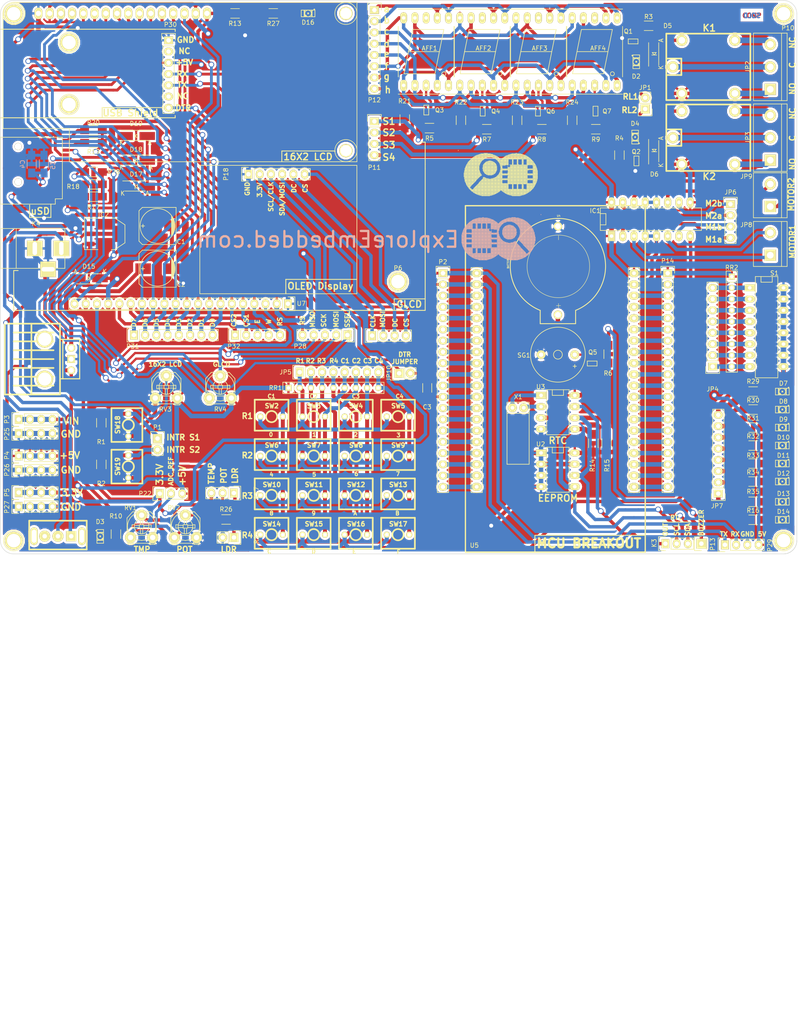
<source format=kicad_pcb>
(kicad_pcb (version 4) (host pcbnew "(2015-01-16 BZR 5376)-product")
  (title_block (company ExploreEmbedded.com))
  (layers (0 F.Cu signal) (31 B.Cu signal) (34 B.Paste user) (35 F.Paste user) (36 B.SilkS user) (37 F.SilkS user) (38 B.Mask user) (39 F.Mask user) (44 Edge.Cuts user))
  (net 0 "")
  (net 1 /7Segment/SG-5)
  (net 2 /7Segment/SG-4)
  (net 3 "Net-(AFF1-Pad3)")
  (net 4 /7Segment/SG-3)
  (net 5 /7Segment/DP)
  (net 6 /7Segment/SG-2)
  (net 7 /7Segment/SG-1)
  (net 8 "Net-(AFF2-Pad3)")
  (net 9 "Net-(AFF2-Pad8)")
  (net 10 "Net-(AFF3-Pad3)")
  (net 11 "Net-(AFF3-Pad8)")
  (net 12 "Net-(AFF4-Pad3)")
  (net 13 "Net-(AFF4-Pad8)")
  (net 14 9V/12V)
  (net 15 GND)
  (net 16 "Net-(C2-Pad1)")
  (net 17 "Net-(C3-Pad1)")
  (net 18 RST)
  (net 19 3.3V)
  (net 20 +5V)
  (net 21 "Net-(D2-Pad2)")
  (net 22 "Net-(D2-Pad1)")
  (net 23 "Net-(D3-Pad1)")
  (net 24 "Net-(D4-Pad2)")
  (net 25 "Net-(D4-Pad1)")
  (net 26 "Net-(D7-Pad1)")
  (net 27 "Net-(D8-Pad1)")
  (net 28 "Net-(D9-Pad1)")
  (net 29 "Net-(D10-Pad1)")
  (net 30 "Net-(D11-Pad1)")
  (net 31 "Net-(D12-Pad1)")
  (net 32 "Net-(D13-Pad1)")
  (net 33 "Net-(D14-Pad1)")
  (net 34 "Net-(D16-Pad1)")
  (net 35 /ADC/SSEL)
  (net 36 /ADC/MOSI)
  (net 37 /ADC/SCK)
  (net 38 "/Key Pad/M1a")
  (net 39 "/Key Pad/M1c")
  (net 40 "/Key Pad/M1d")
  (net 41 "/Key Pad/M1b")
  (net 42 "/Key Pad/M2b")
  (net 43 "/Key Pad/M2d")
  (net 44 "/Key Pad/M2c")
  (net 45 "/Key Pad/M2a")
  (net 46 "Net-(JP2-Pad1)")
  (net 47 "Net-(JP2-Pad2)")
  (net 48 "Net-(JP2-Pad3)")
  (net 49 "Net-(JP3-Pad1)")
  (net 50 "Net-(JP3-Pad2)")
  (net 51 "Net-(JP3-Pad3)")
  (net 52 "Net-(JP4-Pad1)")
  (net 53 "Net-(JP4-Pad2)")
  (net 54 "Net-(JP4-Pad3)")
  (net 55 "Net-(JP4-Pad4)")
  (net 56 "Net-(JP4-Pad5)")
  (net 57 "Net-(JP4-Pad6)")
  (net 58 "Net-(JP4-Pad7)")
  (net 59 "Net-(JP4-Pad8)")
  (net 60 "Net-(JP5-Pad1)")
  (net 61 "Net-(JP5-Pad2)")
  (net 62 "Net-(JP5-Pad3)")
  (net 63 "Net-(JP5-Pad4)")
  (net 64 "Net-(JP5-Pad5)")
  (net 65 "Net-(JP5-Pad6)")
  (net 66 "Net-(JP5-Pad7)")
  (net 67 "Net-(JP5-Pad8)")
  (net 68 "Net-(JP10-Pad1)")
  (net 69 "/Key Pad/OUT")
  (net 70 "/Key Pad/SCL")
  (net 71 "/Key Pad/SDA")
  (net 72 "Net-(K4-Pad1)")
  (net 73 VO)
  (net 74 RS)
  (net 75 R/W)
  (net 76 E)
  (net 77 DATA0)
  (net 78 DATA1)
  (net 79 DATA2)
  (net 80 DATA3)
  (net 81 DATA4)
  (net 82 DATA5)
  (net 83 DATA6)
  (net 84 DATA7)
  (net 85 LEDK)
  (net 86 /S1)
  (net 87 /S2)
  (net 88 RX)
  (net 89 TX)
  (net 90 "Net-(P6-Pad1)")
  (net 91 "Net-(P7-Pad1)")
  (net 92 "Net-(P8-Pad1)")
  (net 93 "Net-(P9-Pad1)")
  (net 94 "Net-(P10-Pad1)")
  (net 95 "Net-(P11-Pad1)")
  (net 96 "Net-(P11-Pad2)")
  (net 97 "Net-(P11-Pad3)")
  (net 98 "Net-(P11-Pad4)")
  (net 99 /7Segment/SG-6)
  (net 100 /7Segment/SG-7)
  (net 101 "Net-(P13-Pad1)")
  (net 102 "Net-(P14-Pad3)")
  (net 103 "Net-(P14-Pad4)")
  (net 104 "Net-(P14-Pad5)")
  (net 105 "Net-(P14-Pad6)")
  (net 106 "Net-(P14-Pad7)")
  (net 107 "Net-(P14-Pad8)")
  (net 108 "Net-(P14-Pad9)")
  (net 109 "Net-(P14-Pad10)")
  (net 110 /ADC/ADC_REF)
  (net 111 /ADC/IN2)
  (net 112 /ADC/MISO)
  (net 113 /ADC/SD_DETECT)
  (net 114 "Net-(R20-Pad1)")
  (net 115 "Net-(R28-Pad1)")
  (net 116 VO1)
  (net 117 VEE)
  (net 118 "Net-(U3-Pad1)")
  (net 119 "Net-(U3-Pad2)")
  (net 120 "Net-(U3-Pad3)")
  (net 121 CS2)
  (net 122 CS1)
  (net 123 "Net-(Q3-Pad1)")
  (net 124 "Net-(Q4-Pad1)")
  (net 125 "Net-(Q5-Pad2)")
  (net 126 "Net-(Q6-Pad1)")
  (net 127 "Net-(Q7-Pad1)")
  (net 128 "Net-(JP7-Pad1)")
  (net 129 "Net-(JP7-Pad2)")
  (net 130 "Net-(JP7-Pad3)")
  (net 131 "Net-(JP7-Pad4)")
  (net 132 "Net-(JP7-Pad5)")
  (net 133 "Net-(JP7-Pad6)")
  (net 134 "Net-(JP7-Pad7)")
  (net 135 "Net-(JP7-Pad8)")
  (net 136 "Net-(P30-Pad2)")
  (net 137 "Net-(P30-Pad6)")
  (net 138 "Net-(P2-Pad3)")
  (net 139 "Net-(P2-Pad4)")
  (net 140 "Net-(P2-Pad5)")
  (net 141 "Net-(P2-Pad6)")
  (net 142 "Net-(P2-Pad7)")
  (net 143 "Net-(P2-Pad8)")
  (net 144 "Net-(P2-Pad9)")
  (net 145 "Net-(P2-Pad10)")
  (net 146 "Net-(P2-Pad11)")
  (net 147 "Net-(P2-Pad13)")
  (net 148 "Net-(P2-Pad14)")
  (net 149 "Net-(P2-Pad15)")
  (net 150 "Net-(P2-Pad16)")
  (net 151 "Net-(P2-Pad17)")
  (net 152 "Net-(P2-Pad18)")
  (net 153 "Net-(P2-Pad19)")
  (net 154 "Net-(P2-Pad20)")
  (net 155 "Net-(P14-Pad11)")
  (net 156 "Net-(P14-Pad12)")
  (net 157 "Net-(P14-Pad13)")
  (net 158 "Net-(P14-Pad14)")
  (net 159 "Net-(P14-Pad15)")
  (net 160 "Net-(P14-Pad16)")
  (net 161 "Net-(P14-Pad17)")
  (net 162 "Net-(P14-Pad18)")
  (net 163 "Net-(P14-Pad19)")
  (net 164 "Net-(P14-Pad20)")
  (net 165 "Net-(AFF1-Pad8)")
  (net 166 /ADC/POT)
  (net 167 /ADC/TS)
  (net 168 "Net-(P15-Pad1)")
  (net 169 "Net-(P16-Pad1)")
  (net 170 "Net-(P18-Pad3)")
  (net 171 "Net-(P18-Pad4)")
  (net 172 "Net-(P18-Pad5)")
  (net 173 "Net-(P18-Pad6)")
  (net 174 "Net-(D5-Pad1)")
  (net 175 "Net-(D6-Pad1)")
  (net 176 "Net-(Q1-Pad1)")
  (net 177 "Net-(Q2-Pad1)")
  (net 178 "Net-(Q3-Pad3)")
  (net 179 "Net-(Q4-Pad3)")
  (net 180 "Net-(Q5-Pad1)")
  (net 181 "Net-(Q6-Pad3)")
  (net 182 "Net-(Q7-Pad3)")
  (module LEDs:LED-1206 (layer F.Cu) (at 185.438 51.818 270)
    (fp_text reference D4 (at -3.05 0.018 360) (layer F.SilkS))
    (fp_text value RL2 hide)
    (pad 2 smd rect (at 1.41986 0 90) (size 1.59766 1.80086) (layers F.Cu F.Paste F.Mask) (net 24 "Net-(D4-Pad2)"))
    (pad 1 smd rect (at -1.41986 0 90) (size 1.59766 1.80086) (layers F.Cu F.Paste F.Mask) (net 25 "Net-(D4-Pad1)"))
  )
  (module LEDs:LED-1206 (layer F.Cu) (at 185.692 34.8 90)
    (fp_text reference D2 (at -3.3 -0.018 180) (layer F.SilkS))
    (fp_text value RL1 hide)
    (pad 2 smd rect (at 1.41986 0 270) (size 1.59766 1.80086) (layers F.Cu F.Paste F.Mask) (net 21 "Net-(D2-Pad2)"))
    (pad 1 smd rect (at -1.41986 0 270) (size 1.59766 1.80086) (layers F.Cu F.Paste F.Mask) (net 22 "Net-(D2-Pad1)"))
  )
  (module LEDs:LED-1206 (layer F.Cu) (at 111.524 23.878)
    (fp_text reference D16 (at -0.018 2.03) (layer F.SilkS))
    (fp_text value LED hide)
    (pad 2 smd rect (at 1.41986 0 180) (size 1.59766 1.80086) (layers F.Cu F.Paste F.Mask) (net 15 GND))
    (pad 1 smd rect (at -1.41986 0 180) (size 1.59766 1.80086) (layers F.Cu F.Paste F.Mask) (net 34 "Net-(D16-Pad1)"))
  )
  (module LEDs:LED-1206 (layer F.Cu) (at 64.534 141.988 90)
    (fp_text reference D3 (at 3.304 -0.018 180) (layer F.SilkS))
    (fp_text value LED hide)
    (pad 2 smd rect (at 1.41986 0 270) (size 1.59766 1.80086) (layers F.Cu F.Paste F.Mask) (net 15 GND))
    (pad 1 smd rect (at -1.41986 0 270) (size 1.59766 1.80086) (layers F.Cu F.Paste F.Mask) (net 23 "Net-(D3-Pad1)"))
  )
  (module LEDs:LED-1206 (layer F.Cu) (at 218.712 138.244)
    (fp_text reference D14 (at 0.236 -1.846) (layer F.SilkS))
    (fp_text value LED hide)
    (pad 2 smd rect (at 1.41986 0 180) (size 1.59766 1.80086) (layers F.Cu F.Paste F.Mask) (net 15 GND))
    (pad 1 smd rect (at -1.41986 0 180) (size 1.59766 1.80086) (layers F.Cu F.Paste F.Mask) (net 33 "Net-(D14-Pad1)"))
  )
  (module LEDs:LED-1206 (layer F.Cu) (at 218.712 134.18)
    (fp_text reference D13 (at 0.236 -1.846) (layer F.SilkS))
    (fp_text value LED hide)
    (pad 2 smd rect (at 1.41986 0 180) (size 1.59766 1.80086) (layers F.Cu F.Paste F.Mask) (net 15 GND))
    (pad 1 smd rect (at -1.41986 0 180) (size 1.59766 1.80086) (layers F.Cu F.Paste F.Mask) (net 32 "Net-(D13-Pad1)"))
  )
  (module LEDs:LED-1206 (layer F.Cu) (at 218.712 129.608)
    (fp_text reference D12 (at 0.236 -1.846) (layer F.SilkS))
    (fp_text value LED hide)
    (pad 2 smd rect (at 1.41986 0 180) (size 1.59766 1.80086) (layers F.Cu F.Paste F.Mask) (net 15 GND))
    (pad 1 smd rect (at -1.41986 0 180) (size 1.59766 1.80086) (layers F.Cu F.Paste F.Mask) (net 31 "Net-(D12-Pad1)"))
  )
  (module LEDs:LED-1206 (layer F.Cu) (at 218.712 125.544)
    (fp_text reference D11 (at 0.236 -1.846) (layer F.SilkS))
    (fp_text value LED hide)
    (pad 2 smd rect (at 1.41986 0 180) (size 1.59766 1.80086) (layers F.Cu F.Paste F.Mask) (net 15 GND))
    (pad 1 smd rect (at -1.41986 0 180) (size 1.59766 1.80086) (layers F.Cu F.Paste F.Mask) (net 30 "Net-(D11-Pad1)"))
  )
  (module LEDs:LED-1206 (layer F.Cu) (at 218.712 121.48)
    (fp_text reference D10 (at 0.236 -1.846) (layer F.SilkS))
    (fp_text value LED hide)
    (pad 2 smd rect (at 1.41986 0 180) (size 1.59766 1.80086) (layers F.Cu F.Paste F.Mask) (net 15 GND))
    (pad 1 smd rect (at -1.41986 0 180) (size 1.59766 1.80086) (layers F.Cu F.Paste F.Mask) (net 29 "Net-(D10-Pad1)"))
  )
  (module LEDs:LED-1206 (layer F.Cu) (at 218.712 117.416)
    (fp_text reference D9 (at 0.236 -1.846) (layer F.SilkS))
    (fp_text value LED hide)
    (pad 2 smd rect (at 1.41986 0 180) (size 1.59766 1.80086) (layers F.Cu F.Paste F.Mask) (net 15 GND))
    (pad 1 smd rect (at -1.41986 0 180) (size 1.59766 1.80086) (layers F.Cu F.Paste F.Mask) (net 28 "Net-(D9-Pad1)"))
  )
  (module LEDs:LED-1206 (layer F.Cu) (at 218.712 113.352)
    (fp_text reference D8 (at 0.236 -1.846) (layer F.SilkS))
    (fp_text value LED hide)
    (pad 2 smd rect (at 1.41986 0 180) (size 1.59766 1.80086) (layers F.Cu F.Paste F.Mask) (net 15 GND))
    (pad 1 smd rect (at -1.41986 0 180) (size 1.59766 1.80086) (layers F.Cu F.Paste F.Mask) (net 27 "Net-(D8-Pad1)"))
  )
  (module LEDs:LED-1206 (layer F.Cu) (at 218.712 109.288)
    (fp_text reference D7 (at 0.236 -1.846) (layer F.SilkS))
    (fp_text value LED hide)
    (pad 2 smd rect (at 1.41986 0 180) (size 1.59766 1.80086) (layers F.Cu F.Paste F.Mask) (net 15 GND))
    (pad 1 smd rect (at -1.41986 0 180) (size 1.59766 1.80086) (layers F.Cu F.Paste F.Mask) (net 26 "Net-(D7-Pad1)"))
  )
  (module Transistors_SMD:sc70 (layer F.Cu) (at 175.734 102.952 180)
    (fp_text reference Q5 (at -0.127 2.54 180) (layer F.SilkS))
    (fp_text value BC849 hide)
    (pad 1 smd rect (at -0.6604 1.016 180) (size 0.4572 0.7112) (layers F.Cu F.Paste F.Mask) (net 180 "Net-(Q5-Pad1)"))
    (pad 2 smd rect (at 0.6604 1.016 180) (size 0.4572 0.7112) (layers F.Cu F.Paste F.Mask) (net 125 "Net-(Q5-Pad2)"))
    (pad 3 smd rect (at 0 -1.016 180) (size 0.4572 0.7112) (layers F.Cu F.Paste F.Mask) (net 20 +5V))
  )
  (module Transistors_SMD:sc70 (layer F.Cu) (at 185.734 57.202 270)
    (fp_text reference Q2 (at -2.084 0.06 360) (layer F.SilkS))
    (fp_text value BC849 hide)
    (pad 1 smd rect (at -0.6604 1.016 270) (size 0.4572 0.7112) (layers F.Cu F.Paste F.Mask) (net 177 "Net-(Q2-Pad1)"))
    (pad 2 smd rect (at 0.6604 1.016 270) (size 0.4572 0.7112) (layers F.Cu F.Paste F.Mask) (net 15 GND))
    (pad 3 smd rect (at 0 -1.016 270) (size 0.4572 0.7112) (layers F.Cu F.Paste F.Mask) (net 175 "Net-(D6-Pad1)"))
  )
  (module Transistors_SMD:sc70 (layer F.Cu) (at 184.984 30.202 180)
    (fp_text reference Q1 (at 1.088 2.262 360) (layer F.SilkS))
    (fp_text value BC849 hide)
    (pad 1 smd rect (at -0.6604 1.016 180) (size 0.4572 0.7112) (layers F.Cu F.Paste F.Mask) (net 176 "Net-(Q1-Pad1)"))
    (pad 2 smd rect (at 0.6604 1.016 180) (size 0.4572 0.7112) (layers F.Cu F.Paste F.Mask) (net 15 GND))
    (pad 3 smd rect (at 0 -1.016 180) (size 0.4572 0.7112) (layers F.Cu F.Paste F.Mask) (net 174 "Net-(D5-Pad1)"))
  )
  (module Transistors_SMD:sc70 (layer F.Cu) (at 176.484 45.952 90)
    (fp_text reference Q7 (at -0.022 2.586 180) (layer F.SilkS))
    (fp_text value BC849 hide)
    (pad 1 smd rect (at -0.6604 1.016 90) (size 0.4572 0.7112) (layers F.Cu F.Paste F.Mask) (net 127 "Net-(Q7-Pad1)"))
    (pad 2 smd rect (at 0.6604 1.016 90) (size 0.4572 0.7112) (layers F.Cu F.Paste F.Mask) (net 12 "Net-(AFF4-Pad3)"))
    (pad 3 smd rect (at 0 -1.016 90) (size 0.4572 0.7112) (layers F.Cu F.Paste F.Mask) (net 182 "Net-(Q7-Pad3)"))
  )
  (module Transistors_SMD:sc70 (layer F.Cu) (at 163.484 45.952 90)
    (fp_text reference Q6 (at -0.022 2.886 180) (layer F.SilkS))
    (fp_text value BC849 hide)
    (pad 1 smd rect (at -0.6604 1.016 90) (size 0.4572 0.7112) (layers F.Cu F.Paste F.Mask) (net 126 "Net-(Q6-Pad1)"))
    (pad 2 smd rect (at 0.6604 1.016 90) (size 0.4572 0.7112) (layers F.Cu F.Paste F.Mask) (net 10 "Net-(AFF3-Pad3)"))
    (pad 3 smd rect (at 0 -1.016 90) (size 0.4572 0.7112) (layers F.Cu F.Paste F.Mask) (net 181 "Net-(Q6-Pad3)"))
  )
  (module Transistors_SMD:sc70 (layer F.Cu) (at 150.984 45.952 90)
    (fp_text reference Q4 (at -0.022 2.94 180) (layer F.SilkS))
    (fp_text value BC849 hide)
    (pad 1 smd rect (at -0.6604 1.016 90) (size 0.4572 0.7112) (layers F.Cu F.Paste F.Mask) (net 124 "Net-(Q4-Pad1)"))
    (pad 2 smd rect (at 0.6604 1.016 90) (size 0.4572 0.7112) (layers F.Cu F.Paste F.Mask) (net 8 "Net-(AFF2-Pad3)"))
    (pad 3 smd rect (at 0 -1.016 90) (size 0.4572 0.7112) (layers F.Cu F.Paste F.Mask) (net 179 "Net-(Q4-Pad3)"))
  )
  (module Transistors_SMD:sc70 (layer F.Cu) (at 138.234 45.702 90)
    (fp_text reference Q3 (at -0.018 2.99 180) (layer F.SilkS))
    (fp_text value BC849 hide)
    (pad 1 smd rect (at -0.6604 1.016 90) (size 0.4572 0.7112) (layers F.Cu F.Paste F.Mask) (net 123 "Net-(Q3-Pad1)"))
    (pad 2 smd rect (at 0.6604 1.016 90) (size 0.4572 0.7112) (layers F.Cu F.Paste F.Mask) (net 3 "Net-(AFF1-Pad3)"))
    (pad 3 smd rect (at 0 -1.016 90) (size 0.4572 0.7112) (layers F.Cu F.Paste F.Mask) (net 178 "Net-(Q3-Pad3)"))
  )
  (module sw:SPSPT_XL (layer F.Cu) (at 54.984 141.952 180)
    (fp_text reference SW20 hide)
    (fp_text value SPST hide)
    (pad 1 thru_hole rect (at -3 0 180) (size 2.3 2.3) (drill 1.016) (layers *.Cu *.Mask F.SilkS) (net 72 "Net-(K4-Pad1)"))
    (pad 2 thru_hole circle (at 0 0 180) (size 2.5 2.5) (drill 1.016) (layers *.Cu *.Mask F.SilkS) (net 14 9V/12V))
    (pad 3 thru_hole circle (at 3 0 180) (size 2.5 2.5) (drill 1.016) (layers *.Cu *.Mask F.SilkS))
    (pad "" np_thru_hole oval (at 5.40004 0 180) (size 1.651 4) (drill oval 1.016 3) (layers *.Cu *.Mask F.SilkS))
    (pad "" np_thru_hole oval (at -5.40004 0 180) (size 1.651 4) (drill oval 1.016 3) (layers *.Cu *.Mask F.SilkS))
  )
  (module Display:WC1602A (layer F.Cu) (at 50.564 23.878)
    (fp_text reference LCD1 hide)
    (fp_text value LCD_2X16_SIL hide)
    (pad 1 thru_hole oval (at 0 0) (size 1.8 2.6) (drill 1.2) (layers *.Cu *.Mask F.SilkS) (net 15 GND))
    (pad 2 thru_hole oval (at 2.54 0) (size 1.8 2.6) (drill 1.2) (layers *.Cu *.Mask F.SilkS) (net 20 +5V))
    (pad 3 thru_hole oval (at 5.08 0) (size 1.8 2.6) (drill 1.2) (layers *.Cu *.Mask F.SilkS) (net 73 VO))
    (pad 4 thru_hole oval (at 7.62 0) (size 1.8 2.6) (drill 1.2) (layers *.Cu *.Mask F.SilkS) (net 74 RS))
    (pad 5 thru_hole oval (at 10.16 0) (size 1.8 2.6) (drill 1.2) (layers *.Cu *.Mask F.SilkS) (net 75 R/W))
    (pad 6 thru_hole oval (at 12.7 0) (size 1.8 2.6) (drill 1.2) (layers *.Cu *.Mask F.SilkS) (net 76 E))
    (pad 7 thru_hole oval (at 15.24 0) (size 1.8 2.6) (drill 1.2) (layers *.Cu *.Mask F.SilkS) (net 77 DATA0))
    (pad 8 thru_hole oval (at 17.78 0) (size 1.8 2.6) (drill 1.2) (layers *.Cu *.Mask F.SilkS) (net 78 DATA1))
    (pad 9 thru_hole oval (at 20.32 0) (size 1.8 2.6) (drill 1.2) (layers *.Cu *.Mask F.SilkS) (net 79 DATA2))
    (pad 10 thru_hole oval (at 22.86 0) (size 1.8 2.6) (drill 1.2) (layers *.Cu *.Mask F.SilkS) (net 80 DATA3))
    (pad 11 thru_hole oval (at 25.4 0) (size 1.8 2.6) (drill 1.2) (layers *.Cu *.Mask F.SilkS) (net 81 DATA4))
    (pad 12 thru_hole oval (at 27.94 0) (size 1.8 2.6) (drill 1.2) (layers *.Cu *.Mask F.SilkS) (net 82 DATA5))
    (pad 13 thru_hole oval (at 30.48 0) (size 1.8 2.6) (drill 1.2) (layers *.Cu *.Mask F.SilkS) (net 83 DATA6))
    (pad 14 thru_hole oval (at 33.02 0) (size 1.8 2.6) (drill 1.2) (layers *.Cu *.Mask F.SilkS) (net 84 DATA7))
    (pad 15 thru_hole oval (at 35.56 0) (size 1.8 2.6) (drill 1.2) (layers *.Cu *.Mask F.SilkS) (net 20 +5V))
    (pad 16 thru_hole oval (at 38.1 0) (size 1.8 2.6) (drill 1.2) (layers *.Cu *.Mask F.SilkS) (net 85 LEDK))
    (pad 0 thru_hole circle (at -5.4991 0) (size 3 3) (drill 2.5) (layers *.Cu *.Mask F.SilkS))
    (pad 0 thru_hole circle (at 69.49948 31.0007) (size 3 3) (drill 2.5) (layers *.Cu *.Mask F.SilkS))
    (pad 0 thru_hole circle (at 69.49948 0) (size 3 3) (drill 2.5) (layers *.Cu *.Mask F.SilkS))
  )
  (module sw:40pin_breakout (layer F.Cu) (at 167.404 105.412)
    (fp_text reference U5 (at -18.306 38.606) (layer F.SilkS))
    (fp_text value 40PIN_Breakout hide)
    (pad 1 thru_hole oval (at -17.78 -22.86) (size 2.2 1.8) (drill 0.85) (layers *.Cu *.Mask F.SilkS) (net 88 RX))
    (pad 2 thru_hole oval (at -17.78 -20.32) (size 2.2 1.8) (drill 0.85) (layers *.Cu *.Mask F.SilkS) (net 89 TX))
    (pad 3 thru_hole oval (at -17.78 -17.78) (size 2.2 1.8) (drill 0.85) (layers *.Cu *.Mask F.SilkS) (net 138 "Net-(P2-Pad3)"))
    (pad 4 thru_hole oval (at -17.78 -15.24) (size 2.2 1.8) (drill 0.85) (layers *.Cu *.Mask F.SilkS) (net 139 "Net-(P2-Pad4)"))
    (pad 5 thru_hole oval (at -17.78 -12.7) (size 2.2 1.8) (drill 0.85) (layers *.Cu *.Mask F.SilkS) (net 140 "Net-(P2-Pad5)"))
    (pad 6 thru_hole oval (at -17.78 -10.16) (size 2.2 1.8) (drill 0.85) (layers *.Cu *.Mask F.SilkS) (net 141 "Net-(P2-Pad6)"))
    (pad 7 thru_hole oval (at -17.78 -7.62) (size 2.2 1.8) (drill 0.85) (layers *.Cu *.Mask F.SilkS) (net 142 "Net-(P2-Pad7)"))
    (pad 8 thru_hole oval (at -17.78 -5.08) (size 2.2 1.8) (drill 0.85) (layers *.Cu *.Mask F.SilkS) (net 143 "Net-(P2-Pad8)"))
    (pad 9 thru_hole oval (at -17.78 -2.54) (size 2.2 1.8) (drill 0.85) (layers *.Cu *.Mask F.SilkS) (net 144 "Net-(P2-Pad9)"))
    (pad 10 thru_hole oval (at -17.78 0) (size 2.2 1.8) (drill 0.85) (layers *.Cu *.Mask F.SilkS) (net 145 "Net-(P2-Pad10)"))
    (pad 11 thru_hole oval (at -17.78 2.54) (size 2.2 1.8) (drill 0.85) (layers *.Cu *.Mask F.SilkS) (net 146 "Net-(P2-Pad11)"))
    (pad 12 thru_hole oval (at -17.78 5.08) (size 2.2 1.8) (drill 0.85) (layers *.Cu *.Mask F.SilkS) (net 18 RST))
    (pad 13 thru_hole oval (at -17.78 7.62) (size 2.2 1.8) (drill 0.85) (layers *.Cu *.Mask F.SilkS) (net 147 "Net-(P2-Pad13)"))
    (pad 14 thru_hole oval (at -17.78 10.16) (size 2.2 1.8) (drill 0.85) (layers *.Cu *.Mask F.SilkS) (net 148 "Net-(P2-Pad14)"))
    (pad 15 thru_hole oval (at -17.78 12.7) (size 2.2 1.8) (drill 0.85) (layers *.Cu *.Mask F.SilkS) (net 149 "Net-(P2-Pad15)"))
    (pad 16 thru_hole oval (at -17.78 15.24) (size 2.2 1.8) (drill 0.85) (layers *.Cu *.Mask F.SilkS) (net 150 "Net-(P2-Pad16)"))
    (pad 17 thru_hole oval (at -17.78 17.78) (size 2.2 1.8) (drill 0.85) (layers *.Cu *.Mask F.SilkS) (net 151 "Net-(P2-Pad17)"))
    (pad 18 thru_hole oval (at -17.78 20.32) (size 2.2 1.8) (drill 0.85) (layers *.Cu *.Mask F.SilkS) (net 152 "Net-(P2-Pad18)"))
    (pad 19 thru_hole oval (at -17.78 22.86) (size 2.2 1.8) (drill 0.85) (layers *.Cu *.Mask F.SilkS) (net 153 "Net-(P2-Pad19)"))
    (pad 20 thru_hole oval (at -17.78 25.4) (size 2.2 1.8) (drill 0.85) (layers *.Cu *.Mask F.SilkS) (net 154 "Net-(P2-Pad20)"))
    (pad 21 thru_hole oval (at 17.78 25.4) (size 2.2 1.8) (drill 0.85) (layers *.Cu *.Mask F.SilkS) (net 164 "Net-(P14-Pad20)"))
    (pad 22 thru_hole oval (at 17.78 22.86) (size 2.2 1.8) (drill 0.85) (layers *.Cu *.Mask F.SilkS) (net 163 "Net-(P14-Pad19)"))
    (pad 23 thru_hole oval (at 17.78 20.32) (size 2.2 1.8) (drill 0.85) (layers *.Cu *.Mask F.SilkS) (net 162 "Net-(P14-Pad18)"))
    (pad 24 thru_hole oval (at 17.78 17.78) (size 2.2 1.8) (drill 0.85) (layers *.Cu *.Mask F.SilkS) (net 161 "Net-(P14-Pad17)"))
    (pad 25 thru_hole oval (at 17.78 15.24) (size 2.2 1.8) (drill 0.85) (layers *.Cu *.Mask F.SilkS) (net 160 "Net-(P14-Pad16)"))
    (pad 26 thru_hole oval (at 17.78 12.7) (size 2.2 1.8) (drill 0.85) (layers *.Cu *.Mask F.SilkS) (net 159 "Net-(P14-Pad15)"))
    (pad 27 thru_hole oval (at 17.78 10.16) (size 2.2 1.8) (drill 0.85) (layers *.Cu *.Mask F.SilkS) (net 158 "Net-(P14-Pad14)"))
    (pad 28 thru_hole oval (at 17.78 7.62) (size 2.2 1.8) (drill 0.85) (layers *.Cu *.Mask F.SilkS) (net 157 "Net-(P14-Pad13)"))
    (pad 29 thru_hole oval (at 17.78 5.08) (size 2.2 1.8) (drill 0.85) (layers *.Cu *.Mask F.SilkS) (net 156 "Net-(P14-Pad12)"))
    (pad 30 thru_hole oval (at 17.78 2.54) (size 2.2 1.8) (drill 0.85) (layers *.Cu *.Mask F.SilkS) (net 155 "Net-(P14-Pad11)"))
    (pad 31 thru_hole oval (at 17.78 0) (size 2.2 1.8) (drill 0.85) (layers *.Cu *.Mask F.SilkS) (net 109 "Net-(P14-Pad10)"))
    (pad 32 thru_hole oval (at 17.78 -2.54) (size 2.2 1.8) (drill 0.85) (layers *.Cu *.Mask F.SilkS) (net 108 "Net-(P14-Pad9)"))
    (pad 33 thru_hole oval (at 17.78 -5.08) (size 2.2 1.8) (drill 0.85) (layers *.Cu *.Mask F.SilkS) (net 107 "Net-(P14-Pad8)"))
    (pad 34 thru_hole oval (at 17.78 -7.62) (size 2.2 1.8) (drill 0.85) (layers *.Cu *.Mask F.SilkS) (net 106 "Net-(P14-Pad7)"))
    (pad 35 thru_hole oval (at 17.78 -10.16) (size 2.2 1.8) (drill 0.85) (layers *.Cu *.Mask F.SilkS) (net 105 "Net-(P14-Pad6)"))
    (pad 36 thru_hole oval (at 17.78 -12.7) (size 2.2 1.8) (drill 0.85) (layers *.Cu *.Mask F.SilkS) (net 104 "Net-(P14-Pad5)"))
    (pad 37 thru_hole oval (at 17.78 -15.24) (size 2.2 1.8) (drill 0.85) (layers *.Cu *.Mask F.SilkS) (net 103 "Net-(P14-Pad4)"))
    (pad 38 thru_hole oval (at 17.78 -17.78) (size 2.2 1.8) (drill 0.85) (layers *.Cu *.Mask F.SilkS) (net 102 "Net-(P14-Pad3)"))
    (pad 39 thru_hole oval (at 17.78 -20.32) (size 2.2 1.8) (drill 0.85) (layers *.Cu *.Mask F.SilkS) (net 15 GND))
    (pad 40 thru_hole oval (at 17.78 -22.86) (size 2.2 1.8) (drill 0.85) (layers *.Cu *.Mask F.SilkS) (net 20 +5V))
  )
  (module Diodes_SMD:Diode-SMA_Handsoldering (layer F.Cu) (at 61.984 83.702 180)
    (fp_text reference D15 (at 0.008 2.676 180) (layer F.SilkS))
    (fp_text value DIODE hide)
    (fp_text user K (at -3.556 1.524 180) (layer F.SilkS))
    (fp_text user A (at 3.048 1.524 180) (layer F.SilkS))
    (pad 2 smd rect (at -2.49936 0 180) (size 3.50012 1.80086) (layers F.Cu F.Paste F.Mask) (net 20 +5V))
    (pad 1 smd rect (at 2.49936 0 180) (size 3.50012 1.80086) (layers F.Cu F.Paste F.Mask) (net 16 "Net-(C2-Pad1)"))
  )
  (module Diodes_SMD:Diode-SMA_Handsoldering (layer F.Cu) (at 189.756 54.866 90)
    (fp_text reference D6 (at -5.336 0.018 180) (layer F.SilkS))
    (fp_text value 1N40XX hide)
    (fp_text user K (at -3.302 1.524 90) (layer F.SilkS))
    (fp_text user A (at 2.794 1.524 90) (layer F.SilkS))
    (pad 2 smd rect (at -2.49936 0 90) (size 3.50012 1.80086) (layers F.Cu F.Paste F.Mask) (net 20 +5V))
    (pad 1 smd rect (at 2.49936 0 90) (size 3.50012 1.80086) (layers F.Cu F.Paste F.Mask) (net 175 "Net-(D6-Pad1)"))
  )
  (module Diodes_SMD:Diode-SMA_Handsoldering (layer F.Cu) (at 189.756 33.022 90)
    (fp_text reference D5 (at 6.352 3.03 180) (layer F.SilkS))
    (fp_text value 1N40XX hide)
    (fp_text user K (at -3.048 1.524 90) (layer F.SilkS))
    (fp_text user A (at 3.048 1.524 90) (layer F.SilkS))
    (pad 2 smd rect (at -2.49936 0 90) (size 3.50012 1.80086) (layers F.Cu F.Paste F.Mask) (net 20 +5V))
    (pad 1 smd rect (at 2.49936 0 90) (size 3.50012 1.80086) (layers F.Cu F.Paste F.Mask) (net 174 "Net-(D5-Pad1)"))
  )
  (module Diodes_SMD:Diode-SMA_Handsoldering (layer F.Cu) (at 72.662 62.994)
    (fp_text reference D17 (at -0.018 -2.796) (layer F.SilkS))
    (fp_text value ZENER hide)
    (fp_text user K (at -3.048 1.524) (layer F.SilkS))
    (fp_text user A (at 2.54 1.524) (layer F.SilkS))
    (pad 2 smd rect (at -2.49936 0) (size 3.50012 1.80086) (layers F.Cu F.Paste F.Mask) (net 35 /ADC/SSEL))
    (pad 1 smd rect (at 2.49936 0) (size 3.50012 1.80086) (layers F.Cu F.Paste F.Mask) (net 15 GND))
  )
  (module Diodes_SMD:Diode-SMA_Handsoldering (layer F.Cu) (at 72.662 57.152)
    (fp_text reference D18 (at -0.018 -2.542) (layer F.SilkS))
    (fp_text value ZENER hide)
    (fp_text user K (at -3.302 1.524) (layer F.SilkS))
    (fp_text user A (at 3.302 1.524) (layer F.SilkS))
    (pad 2 smd rect (at -2.49936 0) (size 3.50012 1.80086) (layers F.Cu F.Paste F.Mask) (net 36 /ADC/MOSI))
    (pad 1 smd rect (at 2.49936 0) (size 3.50012 1.80086) (layers F.Cu F.Paste F.Mask) (net 15 GND))
  )
  (module Diodes_SMD:Diode-SMA_Handsoldering (layer F.Cu) (at 72.662 51.564)
    (fp_text reference D19 (at -0.018 -2.796) (layer F.SilkS))
    (fp_text value ZENER hide)
    (fp_text user K (at -3.302 1.524) (layer F.SilkS))
    (fp_text user A (at 3.048 1.524) (layer F.SilkS))
    (pad 2 smd rect (at -2.49936 0) (size 3.50012 1.80086) (layers F.Cu F.Paste F.Mask) (net 37 /ADC/SCK))
    (pad 1 smd rect (at 2.49936 0) (size 3.50012 1.80086) (layers F.Cu F.Paste F.Mask) (net 15 GND))
  )
  (module Pin_Headers:Pin_Header_Straight_1x20 (layer F.Cu) (at 106.984 89.452 270)
    (fp_text reference U7 (at -0.044 -2.998 360) (layer F.SilkS))
    (fp_text value LCD-jhd12864e-xl hide)
    (pad 1 thru_hole rect (at 0 0 270) (size 2.032 1.7272) (drill 1.016) (layers *.Cu *.Mask F.SilkS) (net 15 GND))
    (pad 2 thru_hole oval (at 0 2.54 270) (size 2.032 1.7272) (drill 1.016) (layers *.Cu *.Mask F.SilkS) (net 20 +5V))
    (pad 3 thru_hole oval (at 0 5.08 270) (size 2.032 1.7272) (drill 1.016) (layers *.Cu *.Mask F.SilkS) (net 116 VO1))
    (pad 4 thru_hole oval (at 0 7.62 270) (size 2.032 1.7272) (drill 1.016) (layers *.Cu *.Mask F.SilkS) (net 74 RS))
    (pad 5 thru_hole oval (at 0 10.16 270) (size 2.032 1.7272) (drill 1.016) (layers *.Cu *.Mask F.SilkS) (net 75 R/W))
    (pad 6 thru_hole oval (at 0 12.7 270) (size 2.032 1.7272) (drill 1.016) (layers *.Cu *.Mask F.SilkS) (net 76 E))
    (pad 7 thru_hole oval (at 0 15.24 270) (size 2.032 1.7272) (drill 1.016) (layers *.Cu *.Mask F.SilkS) (net 77 DATA0))
    (pad 8 thru_hole oval (at 0 17.78 270) (size 2.032 1.7272) (drill 1.016) (layers *.Cu *.Mask F.SilkS) (net 78 DATA1))
    (pad 9 thru_hole oval (at 0 20.32 270) (size 2.032 1.7272) (drill 1.016) (layers *.Cu *.Mask F.SilkS) (net 79 DATA2))
    (pad 10 thru_hole oval (at 0 22.86 270) (size 2.032 1.7272) (drill 1.016) (layers *.Cu *.Mask F.SilkS) (net 80 DATA3))
    (pad 11 thru_hole oval (at 0 25.4 270) (size 2.032 1.7272) (drill 1.016) (layers *.Cu *.Mask F.SilkS) (net 81 DATA4))
    (pad 12 thru_hole oval (at 0 27.94 270) (size 2.032 1.7272) (drill 1.016) (layers *.Cu *.Mask F.SilkS) (net 82 DATA5))
    (pad 13 thru_hole oval (at 0 30.48 270) (size 2.032 1.7272) (drill 1.016) (layers *.Cu *.Mask F.SilkS) (net 83 DATA6))
    (pad 14 thru_hole oval (at 0 33.02 270) (size 2.032 1.7272) (drill 1.016) (layers *.Cu *.Mask F.SilkS) (net 84 DATA7))
    (pad 15 thru_hole oval (at 0 35.56 270) (size 2.032 1.7272) (drill 1.016) (layers *.Cu *.Mask F.SilkS) (net 122 CS1))
    (pad 16 thru_hole oval (at 0 38.1 270) (size 2.032 1.7272) (drill 1.016) (layers *.Cu *.Mask F.SilkS) (net 121 CS2))
    (pad 17 thru_hole oval (at 0 40.64 270) (size 2.032 1.7272) (drill 1.016) (layers *.Cu *.Mask F.SilkS) (net 20 +5V))
    (pad 18 thru_hole oval (at 0 43.18 270) (size 2.032 1.7272) (drill 1.016) (layers *.Cu *.Mask F.SilkS) (net 117 VEE))
    (pad 19 thru_hole oval (at 0 45.72 270) (size 2.032 1.7272) (drill 1.016) (layers *.Cu *.Mask F.SilkS) (net 20 +5V))
    (pad 20 thru_hole oval (at 0 48.26 270) (size 2.032 1.7272) (drill 1.016) (layers *.Cu *.Mask F.SilkS) (net 85 LEDK))
  )
  (module Pin_Headers:Pin_Header_Straight_1x06 (layer F.Cu) (at 98.044 60.198 90)
    (fp_text reference P18 (at 0 -5.1 90) (layer F.SilkS))
    (fp_text value CONN_01X06 hide)
    (pad 1 thru_hole rect (at 0 0 90) (size 2.032 1.7272) (drill 1.016) (layers *.Cu *.Mask F.SilkS) (net 15 GND))
    (pad 2 thru_hole oval (at 0 2.54 90) (size 2.032 1.7272) (drill 1.016) (layers *.Cu *.Mask F.SilkS) (net 19 3.3V))
    (pad 3 thru_hole oval (at 0 5.08 90) (size 2.032 1.7272) (drill 1.016) (layers *.Cu *.Mask F.SilkS) (net 170 "Net-(P18-Pad3)"))
    (pad 4 thru_hole oval (at 0 7.62 90) (size 2.032 1.7272) (drill 1.016) (layers *.Cu *.Mask F.SilkS) (net 171 "Net-(P18-Pad4)"))
    (pad 5 thru_hole oval (at 0 10.16 90) (size 2.032 1.7272) (drill 1.016) (layers *.Cu *.Mask F.SilkS) (net 172 "Net-(P18-Pad5)"))
    (pad 6 thru_hole oval (at 0 12.7 90) (size 2.032 1.7272) (drill 1.016) (layers *.Cu *.Mask F.SilkS) (net 173 "Net-(P18-Pad6)"))
  )
  (module Capacitors_SMD:c_elec_8x10.5 (layer F.Cu) (at 77.488 71.884 180)
    (fp_text reference C1 (at -5.316 -3.554 180) (layer F.SilkS))
    (fp_text value "100uF, 25V" hide)
    (pad 1 smd rect (at 3.2512 0 180) (size 3.50012 2.4003) (layers F.Cu F.Paste F.Mask) (net 14 9V/12V))
    (pad 2 smd rect (at -3.2512 0 180) (size 3.50012 2.4003) (layers F.Cu F.Paste F.Mask) (net 15 GND))
  )
  (module Capacitors_SMD:c_elec_8x10.5 (layer F.Cu) (at 77.488 81.536 180)
    (fp_text reference C2 (at -5.316 -3.554 180) (layer F.SilkS))
    (fp_text value 100uF,25V hide)
    (pad 1 smd rect (at 3.2512 0 180) (size 3.50012 2.4003) (layers F.Cu F.Paste F.Mask) (net 16 "Net-(C2-Pad1)"))
    (pad 2 smd rect (at -3.2512 0 180) (size 3.50012 2.4003) (layers F.Cu F.Paste F.Mask) (net 15 GND))
  )
  (module Capacitors_SMD:C_1206_HandSoldering (layer F.Cu) (at 138.448 108.46 270)
    (fp_text reference C3 (at 4.316 0.018 360) (layer F.SilkS))
    (fp_text value 0.1uf hide)
    (pad 1 smd rect (at -2 0 270) (size 2 1.6) (layers F.Cu F.Paste F.Mask) (net 17 "Net-(C3-Pad1)"))
    (pad 2 smd rect (at 2 0 270) (size 2 1.6) (layers F.Cu F.Paste F.Mask) (net 18 RST))
  )
  (module Capacitors_SMD:C_1206_HandSoldering (layer B.Cu) (at 49.04 57.914 90)
    (fp_text reference C4 (at 0.002 -2.05 90) (layer B.SilkS) (effects (justify mirror)))
    (fp_text value 100nF hide)
    (pad 1 smd rect (at -2 0 90) (size 2 1.6) (layers B.Cu B.Paste B.Mask) (net 19 3.3V))
    (pad 2 smd rect (at 2 0 90) (size 2 1.6) (layers B.Cu B.Paste B.Mask) (net 15 GND))
  )
  (module Capacitors_SMD:C_1206_HandSoldering (layer B.Cu) (at 51.834 57.914 90)
    (fp_text reference C5 (at -0.252 2.014 90) (layer B.SilkS) (effects (justify mirror)))
    (fp_text value 10uF hide)
    (pad 1 smd rect (at -2 0 90) (size 2 1.6) (layers B.Cu B.Paste B.Mask) (net 19 3.3V))
    (pad 2 smd rect (at 2 0 90) (size 2 1.6) (layers B.Cu B.Paste B.Mask) (net 15 GND))
  )
  (module Sockets_DIP:DIP-16__300_ELL (layer F.Cu) (at 188.994 70.36)
    (fp_text reference IC1 (at -12.591 -1.907) (layer F.SilkS))
    (fp_text value L293D hide)
    (pad 1 thru_hole rect (at -8.89 3.81) (size 1.5748 2.286) (drill 0.8128) (layers *.Cu *.Mask F.SilkS) (net 20 +5V))
    (pad 2 thru_hole oval (at -6.35 3.81) (size 1.5748 2.286) (drill 0.8128) (layers *.Cu *.Mask F.SilkS) (net 38 "/Key Pad/M1a"))
    (pad 3 thru_hole oval (at -3.81 3.81) (size 1.5748 2.286) (drill 0.8128) (layers *.Cu *.Mask F.SilkS) (net 39 "/Key Pad/M1c"))
    (pad 4 thru_hole oval (at -1.27 3.81) (size 1.5748 2.286) (drill 0.8128) (layers *.Cu *.Mask F.SilkS) (net 15 GND))
    (pad 5 thru_hole oval (at 1.27 3.81) (size 1.5748 2.286) (drill 0.8128) (layers *.Cu *.Mask F.SilkS) (net 15 GND))
    (pad 6 thru_hole oval (at 3.81 3.81) (size 1.5748 2.286) (drill 0.8128) (layers *.Cu *.Mask F.SilkS) (net 40 "/Key Pad/M1d"))
    (pad 7 thru_hole oval (at 6.35 3.81) (size 1.5748 2.286) (drill 0.8128) (layers *.Cu *.Mask F.SilkS) (net 41 "/Key Pad/M1b"))
    (pad 8 thru_hole oval (at 8.89 3.81) (size 1.5748 2.286) (drill 0.8128) (layers *.Cu *.Mask F.SilkS) (net 14 9V/12V))
    (pad 9 thru_hole oval (at 8.89 -3.81) (size 1.5748 2.286) (drill 0.8128) (layers *.Cu *.Mask F.SilkS) (net 20 +5V))
    (pad 10 thru_hole oval (at 6.35 -3.81) (size 1.5748 2.286) (drill 0.8128) (layers *.Cu *.Mask F.SilkS) (net 42 "/Key Pad/M2b"))
    (pad 11 thru_hole oval (at 3.81 -3.81) (size 1.5748 2.286) (drill 0.8128) (layers *.Cu *.Mask F.SilkS) (net 43 "/Key Pad/M2d"))
    (pad 12 thru_hole oval (at 1.27 -3.81) (size 1.5748 2.286) (drill 0.8128) (layers *.Cu *.Mask F.SilkS) (net 15 GND))
    (pad 13 thru_hole oval (at -1.27 -3.81) (size 1.5748 2.286) (drill 0.8128) (layers *.Cu *.Mask F.SilkS) (net 15 GND))
    (pad 14 thru_hole oval (at -3.81 -3.81) (size 1.5748 2.286) (drill 0.8128) (layers *.Cu *.Mask F.SilkS) (net 44 "/Key Pad/M2c"))
    (pad 15 thru_hole oval (at -6.35 -3.81) (size 1.5748 2.286) (drill 0.8128) (layers *.Cu *.Mask F.SilkS) (net 45 "/Key Pad/M2a"))
    (pad 16 thru_hole oval (at -8.89 -3.81) (size 1.5748 2.286) (drill 0.8128) (layers *.Cu *.Mask F.SilkS) (net 20 +5V))
  )
  (module SMD_Packages:SOT-223 (layer F.Cu) (at 65.55 73.662 270)
    (fp_text reference IC2 (at -4.32 0.272 360) (layer F.SilkS))
    (fp_text value LM1117 hide)
    (pad 4 smd rect (at 0 -3.302 270) (size 3.6576 2.032) (layers F.Cu F.Paste F.Mask) (net 19 3.3V))
    (pad 2 smd rect (at 0 3.302 270) (size 1.016 2.032) (layers F.Cu F.Paste F.Mask) (net 19 3.3V))
    (pad 3 smd rect (at 2.286 3.302 270) (size 1.016 2.032) (layers F.Cu F.Paste F.Mask) (net 20 +5V))
    (pad 1 smd rect (at -2.286 3.302 270) (size 1.016 2.032) (layers F.Cu F.Paste F.Mask) (net 15 GND))
  )
  (module Connect:bornier3 (layer F.Cu) (at 215.984 35.952 90)
    (fp_text reference JP2 (at 0 -5.08 90) (layer F.SilkS))
    (fp_text value M03-SCREW-5MM hide)
    (pad 1 thru_hole rect (at -5.08 0 90) (size 2.54 2.54) (drill 1.524) (layers *.Cu *.Mask F.SilkS) (net 46 "Net-(JP2-Pad1)"))
    (pad 2 thru_hole circle (at 0 0 90) (size 2.54 2.54) (drill 1.524) (layers *.Cu *.Mask F.SilkS) (net 47 "Net-(JP2-Pad2)"))
    (pad 3 thru_hole circle (at 5.08 0 90) (size 2.54 2.54) (drill 1.524) (layers *.Cu *.Mask F.SilkS) (net 48 "Net-(JP2-Pad3)"))
  )
  (module Connect:bornier3 (layer F.Cu) (at 215.984 51.952 90)
    (fp_text reference JP3 (at 0 -5.08 90) (layer F.SilkS))
    (fp_text value M03-SCREW-5MM hide)
    (pad 1 thru_hole rect (at -5.08 0 90) (size 2.54 2.54) (drill 1.524) (layers *.Cu *.Mask F.SilkS) (net 49 "Net-(JP3-Pad1)"))
    (pad 2 thru_hole circle (at 0 0 90) (size 2.54 2.54) (drill 1.524) (layers *.Cu *.Mask F.SilkS) (net 50 "Net-(JP3-Pad2)"))
    (pad 3 thru_hole circle (at 5.08 0 90) (size 2.54 2.54) (drill 1.524) (layers *.Cu *.Mask F.SilkS) (net 51 "Net-(JP3-Pad3)"))
  )
  (module Pin_Headers:Pin_Header_Straight_1x08 (layer F.Cu) (at 202.964 103.634 180)
    (fp_text reference JP4 (at 0 -5.1 180) (layer F.SilkS))
    (fp_text value SWITCH_ARRAY hide)
    (pad 1 thru_hole rect (at 0 0 180) (size 2.032 1.7272) (drill 1.016) (layers *.Cu *.Mask F.SilkS) (net 52 "Net-(JP4-Pad1)"))
    (pad 2 thru_hole oval (at 0 2.54 180) (size 2.032 1.7272) (drill 1.016) (layers *.Cu *.Mask F.SilkS) (net 53 "Net-(JP4-Pad2)"))
    (pad 3 thru_hole oval (at 0 5.08 180) (size 2.032 1.7272) (drill 1.016) (layers *.Cu *.Mask F.SilkS) (net 54 "Net-(JP4-Pad3)"))
    (pad 4 thru_hole oval (at 0 7.62 180) (size 2.032 1.7272) (drill 1.016) (layers *.Cu *.Mask F.SilkS) (net 55 "Net-(JP4-Pad4)"))
    (pad 5 thru_hole oval (at 0 10.16 180) (size 2.032 1.7272) (drill 1.016) (layers *.Cu *.Mask F.SilkS) (net 56 "Net-(JP4-Pad5)"))
    (pad 6 thru_hole oval (at 0 12.7 180) (size 2.032 1.7272) (drill 1.016) (layers *.Cu *.Mask F.SilkS) (net 57 "Net-(JP4-Pad6)"))
    (pad 7 thru_hole oval (at 0 15.24 180) (size 2.032 1.7272) (drill 1.016) (layers *.Cu *.Mask F.SilkS) (net 58 "Net-(JP4-Pad7)"))
    (pad 8 thru_hole oval (at 0 17.78 180) (size 2.032 1.7272) (drill 1.016) (layers *.Cu *.Mask F.SilkS) (net 59 "Net-(JP4-Pad8)"))
  )
  (module Pin_Headers:Pin_Header_Straight_1x08 (layer F.Cu) (at 109.619 104.904 90)
    (fp_text reference JP5 (at 0.002 -3.193 180) (layer F.SilkS))
    (fp_text value "MATRIX 4X4" hide)
    (pad 1 thru_hole rect (at 0 0 90) (size 2.032 1.7272) (drill 1.016) (layers *.Cu *.Mask F.SilkS) (net 60 "Net-(JP5-Pad1)"))
    (pad 2 thru_hole oval (at 0 2.54 90) (size 2.032 1.7272) (drill 1.016) (layers *.Cu *.Mask F.SilkS) (net 61 "Net-(JP5-Pad2)"))
    (pad 3 thru_hole oval (at 0 5.08 90) (size 2.032 1.7272) (drill 1.016) (layers *.Cu *.Mask F.SilkS) (net 62 "Net-(JP5-Pad3)"))
    (pad 4 thru_hole oval (at 0 7.62 90) (size 2.032 1.7272) (drill 1.016) (layers *.Cu *.Mask F.SilkS) (net 63 "Net-(JP5-Pad4)"))
    (pad 5 thru_hole oval (at 0 10.16 90) (size 2.032 1.7272) (drill 1.016) (layers *.Cu *.Mask F.SilkS) (net 64 "Net-(JP5-Pad5)"))
    (pad 6 thru_hole oval (at 0 12.7 90) (size 2.032 1.7272) (drill 1.016) (layers *.Cu *.Mask F.SilkS) (net 65 "Net-(JP5-Pad6)"))
    (pad 7 thru_hole oval (at 0 15.24 90) (size 2.032 1.7272) (drill 1.016) (layers *.Cu *.Mask F.SilkS) (net 66 "Net-(JP5-Pad7)"))
    (pad 8 thru_hole oval (at 0 17.78 90) (size 2.032 1.7272) (drill 1.016) (layers *.Cu *.Mask F.SilkS) (net 67 "Net-(JP5-Pad8)"))
  )
  (module Pin_Headers:Pin_Header_Straight_1x04 (layer F.Cu) (at 206.984 66.952)
    (fp_text reference JP6 (at 0.026 -2.69) (layer F.SilkS))
    (fp_text value "MOTAR CNTRL" hide)
    (pad 1 thru_hole rect (at 0 0) (size 2.032 1.7272) (drill 1.016) (layers *.Cu *.Mask F.SilkS) (net 42 "/Key Pad/M2b"))
    (pad 2 thru_hole oval (at 0 2.54) (size 2.032 1.7272) (drill 1.016) (layers *.Cu *.Mask F.SilkS) (net 45 "/Key Pad/M2a"))
    (pad 3 thru_hole oval (at 0 5.08) (size 2.032 1.7272) (drill 1.016) (layers *.Cu *.Mask F.SilkS) (net 41 "/Key Pad/M1b"))
    (pad 4 thru_hole oval (at 0 7.62) (size 2.032 1.7272) (drill 1.016) (layers *.Cu *.Mask F.SilkS) (net 38 "/Key Pad/M1a"))
  )
  (module Pin_Headers:Pin_Header_Straight_1x08 (layer F.Cu) (at 204.234 132.336 180)
    (fp_text reference JP7 (at 0.272 -2.792 180) (layer F.SilkS))
    (fp_text value "led array" hide)
    (pad 1 thru_hole rect (at 0 0 180) (size 2.032 1.7272) (drill 1.016) (layers *.Cu *.Mask F.SilkS) (net 128 "Net-(JP7-Pad1)"))
    (pad 2 thru_hole oval (at 0 2.54 180) (size 2.032 1.7272) (drill 1.016) (layers *.Cu *.Mask F.SilkS) (net 129 "Net-(JP7-Pad2)"))
    (pad 3 thru_hole oval (at 0 5.08 180) (size 2.032 1.7272) (drill 1.016) (layers *.Cu *.Mask F.SilkS) (net 130 "Net-(JP7-Pad3)"))
    (pad 4 thru_hole oval (at 0 7.62 180) (size 2.032 1.7272) (drill 1.016) (layers *.Cu *.Mask F.SilkS) (net 131 "Net-(JP7-Pad4)"))
    (pad 5 thru_hole oval (at 0 10.16 180) (size 2.032 1.7272) (drill 1.016) (layers *.Cu *.Mask F.SilkS) (net 132 "Net-(JP7-Pad5)"))
    (pad 6 thru_hole oval (at 0 12.7 180) (size 2.032 1.7272) (drill 1.016) (layers *.Cu *.Mask F.SilkS) (net 133 "Net-(JP7-Pad6)"))
    (pad 7 thru_hole oval (at 0 15.24 180) (size 2.032 1.7272) (drill 1.016) (layers *.Cu *.Mask F.SilkS) (net 134 "Net-(JP7-Pad7)"))
    (pad 8 thru_hole oval (at 0 17.78 180) (size 2.032 1.7272) (drill 1.016) (layers *.Cu *.Mask F.SilkS) (net 135 "Net-(JP7-Pad8)"))
  )
  (module Connect:bornier2 (layer F.Cu) (at 215.984 75.952 90)
    (fp_text reference JP8 (at 4.324 -5.418 180) (layer F.SilkS))
    (fp_text value m1 hide)
    (pad 1 thru_hole rect (at -2.54 0 90) (size 2.54 2.54) (drill 1.524) (layers *.Cu *.Mask F.SilkS) (net 39 "/Key Pad/M1c"))
    (pad 2 thru_hole circle (at 2.54 0 90) (size 2.54 2.54) (drill 1.524) (layers *.Cu *.Mask F.SilkS) (net 40 "/Key Pad/M1d"))
  )
  (module Connect:bornier2 (layer F.Cu) (at 215.984 64.952 90)
    (fp_text reference JP9 (at 4.246 -5.418 180) (layer F.SilkS))
    (fp_text value m1 hide)
    (pad 1 thru_hole rect (at -2.54 0 90) (size 2.54 2.54) (drill 1.524) (layers *.Cu *.Mask F.SilkS) (net 44 "/Key Pad/M2c"))
    (pad 2 thru_hole circle (at 2.54 0 90) (size 2.54 2.54) (drill 1.524) (layers *.Cu *.Mask F.SilkS) (net 43 "/Key Pad/M2d"))
  )
  (module Pin_Headers:Pin_Header_Straight_1x03 (layer F.Cu) (at 192.278 143.637 90)
    (fp_text reference K3 (at 0.127 -2.54 90) (layer F.SilkS))
    (fp_text value I2C hide)
    (pad 1 thru_hole rect (at 0 0 90) (size 2.032 1.7272) (drill 1.016) (layers *.Cu *.Mask F.SilkS) (net 69 "/Key Pad/OUT"))
    (pad 2 thru_hole oval (at 0 2.54 90) (size 2.032 1.7272) (drill 1.016) (layers *.Cu *.Mask F.SilkS) (net 70 "/Key Pad/SCL"))
    (pad 3 thru_hole oval (at 0 5.08 90) (size 2.032 1.7272) (drill 1.016) (layers *.Cu *.Mask F.SilkS) (net 71 "/Key Pad/SDA"))
  )
  (module Connect:BARREL_JACK (layer F.Cu) (at 49.548 76.964)
    (fp_text reference K4 (at 0.49 -5.59 180) (layer F.SilkS))
    (fp_text value CONN_3 hide)
    (pad 1 thru_hole rect (at 6.20014 0) (size 3.50012 3.50012) (drill oval 1.00076 2.99974) (layers *.Cu *.Mask F.SilkS) (net 72 "Net-(K4-Pad1)"))
    (pad 2 thru_hole rect (at 0.20066 0) (size 3.50012 3.50012) (drill oval 1.00076 2.99974) (layers *.Cu *.Mask F.SilkS) (net 15 GND))
    (pad 3 thru_hole rect (at 3.2004 4.699) (size 3.50012 3.50012) (drill oval 2.99974 1.00076) (layers *.Cu *.Mask F.SilkS) (net 15 GND))
  )
  (module Pin_Headers:Pin_Header_Straight_1x04 (layer F.Cu) (at 46.119 115.572 90)
    (fp_text reference P3 (at 0.002 -2.685 90) (layer F.SilkS))
    (fp_text value CONN_01X04 hide)
    (pad 1 thru_hole rect (at 0 0 90) (size 2.032 1.7272) (drill 1.016) (layers *.Cu *.Mask F.SilkS) (net 14 9V/12V))
    (pad 2 thru_hole oval (at 0 2.54 90) (size 2.032 1.7272) (drill 1.016) (layers *.Cu *.Mask F.SilkS) (net 14 9V/12V))
    (pad 3 thru_hole oval (at 0 5.08 90) (size 2.032 1.7272) (drill 1.016) (layers *.Cu *.Mask F.SilkS) (net 14 9V/12V))
    (pad 4 thru_hole oval (at 0 7.62 90) (size 2.032 1.7272) (drill 1.016) (layers *.Cu *.Mask F.SilkS) (net 14 9V/12V))
  )
  (module Pin_Headers:Pin_Header_Straight_1x04 (layer F.Cu) (at 46.119 123.827 90)
    (fp_text reference P4 (at 0.129 -2.685 90) (layer F.SilkS))
    (fp_text value CONN_01X04 hide)
    (pad 1 thru_hole rect (at 0 0 90) (size 2.032 1.7272) (drill 1.016) (layers *.Cu *.Mask F.SilkS) (net 20 +5V))
    (pad 2 thru_hole oval (at 0 2.54 90) (size 2.032 1.7272) (drill 1.016) (layers *.Cu *.Mask F.SilkS) (net 20 +5V))
    (pad 3 thru_hole oval (at 0 5.08 90) (size 2.032 1.7272) (drill 1.016) (layers *.Cu *.Mask F.SilkS) (net 20 +5V))
    (pad 4 thru_hole oval (at 0 7.62 90) (size 2.032 1.7272) (drill 1.016) (layers *.Cu *.Mask F.SilkS) (net 20 +5V))
  )
  (module Pin_Headers:Pin_Header_Straight_1x04 (layer F.Cu) (at 46.119 132.082 90)
    (fp_text reference P5 (at 0.002 -2.685 90) (layer F.SilkS))
    (fp_text value CONN_01X04 hide)
    (pad 1 thru_hole rect (at 0 0 90) (size 2.032 1.7272) (drill 1.016) (layers *.Cu *.Mask F.SilkS) (net 19 3.3V))
    (pad 2 thru_hole oval (at 0 2.54 90) (size 2.032 1.7272) (drill 1.016) (layers *.Cu *.Mask F.SilkS) (net 19 3.3V))
    (pad 3 thru_hole oval (at 0 5.08 90) (size 2.032 1.7272) (drill 1.016) (layers *.Cu *.Mask F.SilkS) (net 19 3.3V))
    (pad 4 thru_hole oval (at 0 7.62 90) (size 2.032 1.7272) (drill 1.016) (layers *.Cu *.Mask F.SilkS) (net 19 3.3V))
  )
  (module Connect:1pin (layer F.Cu) (at 131.844 84.457)
    (fp_text reference P6 (at 0 -3.048) (layer F.SilkS))
    (fp_text value CONN_1 hide)
    (pad 1 thru_hole circle (at 0 0) (size 4.064 4.064) (drill 3.048) (layers *.Cu *.Mask F.SilkS) (net 90 "Net-(P6-Pad1)"))
  )
  (module Connect:1pin (layer F.Cu) (at 44.984 23.952)
    (fp_text reference P7 hide)
    (fp_text value CONN_1 hide)
    (pad 1 thru_hole circle (at 0 0) (size 4.064 4.064) (drill 3.048) (layers *.Cu *.Mask F.SilkS) (net 91 "Net-(P7-Pad1)"))
  )
  (module Connect:1pin (layer F.Cu) (at 218.984 142.952)
    (fp_text reference P8 hide)
    (fp_text value CONN_1 hide)
    (pad 1 thru_hole circle (at 0 0) (size 4.064 4.064) (drill 3.048) (layers *.Cu *.Mask F.SilkS) (net 92 "Net-(P8-Pad1)"))
  )
  (module Connect:1pin (layer F.Cu) (at 44.984 142.952)
    (fp_text reference P9 hide)
    (fp_text value CONN_1 hide)
    (pad 1 thru_hole circle (at 0 0) (size 4.064 4.064) (drill 3.048) (layers *.Cu *.Mask F.SilkS) (net 93 "Net-(P9-Pad1)"))
  )
  (module Connect:1pin (layer F.Cu) (at 218.984 23.952)
    (fp_text reference P10 (at 0.98 3.226) (layer F.SilkS))
    (fp_text value CONN_1 hide)
    (pad 1 thru_hole circle (at 0 0) (size 4.064 4.064) (drill 3.048) (layers *.Cu *.Mask F.SilkS) (net 94 "Net-(P10-Pad1)"))
  )
  (module Pin_Headers:Pin_Header_Straight_1x04 (layer F.Cu) (at 126.51 48.262)
    (fp_text reference P11 (at -0.018 10.412) (layer F.SilkS))
    (fp_text value CONN_4 hide)
    (pad 1 thru_hole rect (at 0 0) (size 2.032 1.7272) (drill 1.016) (layers *.Cu *.Mask F.SilkS) (net 95 "Net-(P11-Pad1)"))
    (pad 2 thru_hole oval (at 0 2.54) (size 2.032 1.7272) (drill 1.016) (layers *.Cu *.Mask F.SilkS) (net 96 "Net-(P11-Pad2)"))
    (pad 3 thru_hole oval (at 0 5.08) (size 2.032 1.7272) (drill 1.016) (layers *.Cu *.Mask F.SilkS) (net 97 "Net-(P11-Pad3)"))
    (pad 4 thru_hole oval (at 0 7.62) (size 2.032 1.7272) (drill 1.016) (layers *.Cu *.Mask F.SilkS) (net 98 "Net-(P11-Pad4)"))
  )
  (module Pin_Headers:Pin_Header_Straight_1x08 (layer F.Cu) (at 126.51 23.116)
    (fp_text reference P12 (at -0.018 20.318) (layer F.SilkS))
    (fp_text value CONN_8 hide)
    (pad 1 thru_hole rect (at 0 0) (size 2.032 1.7272) (drill 1.016) (layers *.Cu *.Mask F.SilkS) (net 7 /7Segment/SG-1))
    (pad 2 thru_hole oval (at 0 2.54) (size 2.032 1.7272) (drill 1.016) (layers *.Cu *.Mask F.SilkS) (net 6 /7Segment/SG-2))
    (pad 3 thru_hole oval (at 0 5.08) (size 2.032 1.7272) (drill 1.016) (layers *.Cu *.Mask F.SilkS) (net 4 /7Segment/SG-3))
    (pad 4 thru_hole oval (at 0 7.62) (size 2.032 1.7272) (drill 1.016) (layers *.Cu *.Mask F.SilkS) (net 2 /7Segment/SG-4))
    (pad 5 thru_hole oval (at 0 10.16) (size 2.032 1.7272) (drill 1.016) (layers *.Cu *.Mask F.SilkS) (net 1 /7Segment/SG-5))
    (pad 6 thru_hole oval (at 0 12.7) (size 2.032 1.7272) (drill 1.016) (layers *.Cu *.Mask F.SilkS) (net 99 /7Segment/SG-6))
    (pad 7 thru_hole oval (at 0 15.24) (size 2.032 1.7272) (drill 1.016) (layers *.Cu *.Mask F.SilkS) (net 100 /7Segment/SG-7))
    (pad 8 thru_hole oval (at 0 17.78) (size 2.032 1.7272) (drill 1.016) (layers *.Cu *.Mask F.SilkS) (net 5 /7Segment/DP))
  )
  (module Pin_Headers:Pin_Header_Straight_1x01 (layer F.Cu) (at 200.406 143.637 90)
    (fp_text reference P13 (at -0.127 2.54 90) (layer F.SilkS))
    (fp_text value CONN_1 hide)
    (pad 1 thru_hole rect (at 0 0 90) (size 2.2352 2.2352) (drill 1.016) (layers *.Cu *.Mask F.SilkS) (net 101 "Net-(P13-Pad1)"))
  )
  (module Pin_Headers:Pin_Header_Straight_1x03 (layer F.Cu) (at 77.996 132.336 90)
    (fp_text reference P22 (at 0.002 -3.32 180) (layer F.SilkS))
    (fp_text value CONN_01X03 hide)
    (pad 1 thru_hole rect (at 0 0 90) (size 2.032 1.7272) (drill 1.016) (layers *.Cu *.Mask F.SilkS) (net 19 3.3V))
    (pad 2 thru_hole oval (at 0 2.54 90) (size 2.032 1.7272) (drill 1.016) (layers *.Cu *.Mask F.SilkS) (net 110 /ADC/ADC_REF))
    (pad 3 thru_hole oval (at 0 5.08 90) (size 2.032 1.7272) (drill 1.016) (layers *.Cu *.Mask F.SilkS) (net 20 +5V))
  )
  (module Pin_Headers:Pin_Header_Straight_1x04 (layer F.Cu) (at 46.119 118.747 90)
    (fp_text reference P25 (at -0.125 -2.685 90) (layer F.SilkS))
    (fp_text value CONN_01X04 hide)
    (pad 1 thru_hole rect (at 0 0 90) (size 2.032 1.7272) (drill 1.016) (layers *.Cu *.Mask F.SilkS) (net 15 GND))
    (pad 2 thru_hole oval (at 0 2.54 90) (size 2.032 1.7272) (drill 1.016) (layers *.Cu *.Mask F.SilkS) (net 15 GND))
    (pad 3 thru_hole oval (at 0 5.08 90) (size 2.032 1.7272) (drill 1.016) (layers *.Cu *.Mask F.SilkS) (net 15 GND))
    (pad 4 thru_hole oval (at 0 7.62 90) (size 2.032 1.7272) (drill 1.016) (layers *.Cu *.Mask F.SilkS) (net 15 GND))
  )
  (module Pin_Headers:Pin_Header_Straight_1x04 (layer F.Cu) (at 46.119 127.002 90)
    (fp_text reference P26 (at 0.002 -2.685 90) (layer F.SilkS))
    (fp_text value CONN_01X04 hide)
    (pad 1 thru_hole rect (at 0 0 90) (size 2.032 1.7272) (drill 1.016) (layers *.Cu *.Mask F.SilkS) (net 15 GND))
    (pad 2 thru_hole oval (at 0 2.54 90) (size 2.032 1.7272) (drill 1.016) (layers *.Cu *.Mask F.SilkS) (net 15 GND))
    (pad 3 thru_hole oval (at 0 5.08 90) (size 2.032 1.7272) (drill 1.016) (layers *.Cu *.Mask F.SilkS) (net 15 GND))
    (pad 4 thru_hole oval (at 0 7.62 90) (size 2.032 1.7272) (drill 1.016) (layers *.Cu *.Mask F.SilkS) (net 15 GND))
  )
  (module Pin_Headers:Pin_Header_Straight_1x04 (layer F.Cu) (at 46.119 135.257 90)
    (fp_text reference P27 (at -0.125 -2.685 90) (layer F.SilkS))
    (fp_text value CONN_01X04 hide)
    (pad 1 thru_hole rect (at 0 0 90) (size 2.032 1.7272) (drill 1.016) (layers *.Cu *.Mask F.SilkS) (net 15 GND))
    (pad 2 thru_hole oval (at 0 2.54 90) (size 2.032 1.7272) (drill 1.016) (layers *.Cu *.Mask F.SilkS) (net 15 GND))
    (pad 3 thru_hole oval (at 0 5.08 90) (size 2.032 1.7272) (drill 1.016) (layers *.Cu *.Mask F.SilkS) (net 15 GND))
    (pad 4 thru_hole oval (at 0 7.62 90) (size 2.032 1.7272) (drill 1.016) (layers *.Cu *.Mask F.SilkS) (net 15 GND))
  )
  (module Pin_Headers:Pin_Header_Straight_1x05 (layer F.Cu) (at 120.414 96.522 270)
    (fp_text reference P28 (at 2.538 10.686 360) (layer F.SilkS))
    (fp_text value CONN_01X05 hide)
    (pad 1 thru_hole rect (at 0 0 270) (size 2.032 1.7272) (drill 1.016) (layers *.Cu *.Mask F.SilkS) (net 35 /ADC/SSEL))
    (pad 2 thru_hole oval (at 0 2.54 270) (size 2.032 1.7272) (drill 1.016) (layers *.Cu *.Mask F.SilkS) (net 36 /ADC/MOSI))
    (pad 3 thru_hole oval (at 0 5.08 270) (size 2.032 1.7272) (drill 1.016) (layers *.Cu *.Mask F.SilkS) (net 37 /ADC/SCK))
    (pad 4 thru_hole oval (at 0 7.62 270) (size 2.032 1.7272) (drill 1.016) (layers *.Cu *.Mask F.SilkS) (net 112 /ADC/MISO))
    (pad 5 thru_hole oval (at 0 10.16 270) (size 2.032 1.7272) (drill 1.016) (layers *.Cu *.Mask F.SilkS) (net 113 /ADC/SD_DETECT))
  )
  (module Pin_Headers:Pin_Header_Straight_1x04 (layer F.Cu) (at 205.74 143.891 90)
    (fp_text reference P29 (at -0.127 10.16 90) (layer F.SilkS))
    (fp_text value CONN_01X04 hide)
    (pad 1 thru_hole rect (at 0 0 90) (size 2.032 1.7272) (drill 1.016) (layers *.Cu *.Mask F.SilkS) (net 89 TX))
    (pad 2 thru_hole oval (at 0 2.54 90) (size 2.032 1.7272) (drill 1.016) (layers *.Cu *.Mask F.SilkS) (net 88 RX))
    (pad 3 thru_hole oval (at 0 5.08 90) (size 2.032 1.7272) (drill 1.016) (layers *.Cu *.Mask F.SilkS) (net 15 GND))
    (pad 4 thru_hole oval (at 0 7.62 90) (size 2.032 1.7272) (drill 1.016) (layers *.Cu *.Mask F.SilkS) (net 20 +5V))
  )
  (module Resistors_SMD:R_1206_HandSoldering (layer F.Cu) (at 64.788 116.334 90)
    (fp_text reference R1 (at -4.316 -0.018 360) (layer F.SilkS))
    (fp_text value 10k hide)
    (pad 1 smd rect (at -2 0 90) (size 2 1.7) (layers F.Cu F.Paste F.Mask) (net 20 +5V))
    (pad 2 smd rect (at 2 0 90) (size 2 1.7) (layers F.Cu F.Paste F.Mask) (net 86 /S1))
  )
  (module Resistors_SMD:R_1206_HandSoldering (layer F.Cu) (at 64.788 125.732 90)
    (fp_text reference R2 (at -4.316 -0.018 180) (layer F.SilkS))
    (fp_text value 10k hide)
    (pad 1 smd rect (at -2 0 90) (size 2 1.7) (layers F.Cu F.Paste F.Mask) (net 20 +5V))
    (pad 2 smd rect (at 2 0 90) (size 2 1.7) (layers F.Cu F.Paste F.Mask) (net 87 /S2))
  )
  (module Resistors_SMD:R_1206_HandSoldering (layer F.Cu) (at 188.486 26.672 180)
    (fp_text reference R3 (at 0.018 2.034 180) (layer F.SilkS))
    (fp_text value 1K hide)
    (pad 1 smd rect (at -2 0 180) (size 2 1.7) (layers F.Cu F.Paste F.Mask) (net 21 "Net-(D2-Pad2)"))
    (pad 2 smd rect (at 2 0 180) (size 2 1.7) (layers F.Cu F.Paste F.Mask) (net 176 "Net-(Q1-Pad1)"))
  )
  (module Resistors_SMD:R_1206_HandSoldering (layer F.Cu) (at 181.882 55.882 270)
    (fp_text reference R4 (at -3.812 0.018 360) (layer F.SilkS))
    (fp_text value 1K hide)
    (pad 1 smd rect (at -2 0 270) (size 2 1.7) (layers F.Cu F.Paste F.Mask) (net 24 "Net-(D4-Pad2)"))
    (pad 2 smd rect (at 2 0 270) (size 2 1.7) (layers F.Cu F.Paste F.Mask) (net 177 "Net-(Q2-Pad1)"))
  )
  (module Resistors_SMD:R_1206_HandSoldering (layer F.Cu) (at 138.956 49.786 180)
    (fp_text reference R5 (at 0 -2.3 180) (layer F.SilkS))
    (fp_text value 1K hide)
    (pad 1 smd rect (at -2 0 180) (size 2 1.7) (layers F.Cu F.Paste F.Mask) (net 123 "Net-(Q3-Pad1)"))
    (pad 2 smd rect (at 2 0 180) (size 2 1.7) (layers F.Cu F.Paste F.Mask) (net 95 "Net-(P11-Pad1)"))
  )
  (module Resistors_SMD:R_1206_HandSoldering (layer F.Cu) (at 179.451 100.838 270)
    (fp_text reference R6 (at 4.318 0.127 360) (layer F.SilkS))
    (fp_text value 1K hide)
    (pad 1 smd rect (at -2 0 270) (size 2 1.7) (layers F.Cu F.Paste F.Mask) (net 101 "Net-(P13-Pad1)"))
    (pad 2 smd rect (at 2 0 270) (size 2 1.7) (layers F.Cu F.Paste F.Mask) (net 180 "Net-(Q5-Pad1)"))
  )
  (module Resistors_SMD:R_1206_HandSoldering (layer F.Cu) (at 151.91 50.04 180)
    (fp_text reference R7 (at 0 -2.3 180) (layer F.SilkS))
    (fp_text value 1K hide)
    (pad 1 smd rect (at -2 0 180) (size 2 1.7) (layers F.Cu F.Paste F.Mask) (net 124 "Net-(Q4-Pad1)"))
    (pad 2 smd rect (at 2 0 180) (size 2 1.7) (layers F.Cu F.Paste F.Mask) (net 96 "Net-(P11-Pad2)"))
  )
  (module Resistors_SMD:R_1206_HandSoldering (layer F.Cu) (at 164.356 50.04 180)
    (fp_text reference R8 (at 0 -2.3 180) (layer F.SilkS))
    (fp_text value 1K hide)
    (pad 1 smd rect (at -2 0 180) (size 2 1.7) (layers F.Cu F.Paste F.Mask) (net 126 "Net-(Q6-Pad1)"))
    (pad 2 smd rect (at 2 0 180) (size 2 1.7) (layers F.Cu F.Paste F.Mask) (net 97 "Net-(P11-Pad3)"))
  )
  (module Resistors_SMD:R_1206_HandSoldering (layer F.Cu) (at 176.548 50.04 180)
    (fp_text reference R9 (at 0 -2.3 180) (layer F.SilkS))
    (fp_text value 1K hide)
    (pad 1 smd rect (at -2 0 180) (size 2 1.7) (layers F.Cu F.Paste F.Mask) (net 127 "Net-(Q7-Pad1)"))
    (pad 2 smd rect (at 2 0 180) (size 2 1.7) (layers F.Cu F.Paste F.Mask) (net 98 "Net-(P11-Pad4)"))
  )
  (module Resistors_SMD:R_1206_HandSoldering (layer F.Cu) (at 68.09 141.48 90)
    (fp_text reference R10 (at 4.066 -0.018 180) (layer F.SilkS))
    (fp_text value 10K hide)
    (pad 1 smd rect (at -2 0 90) (size 2 1.7) (layers F.Cu F.Paste F.Mask) (net 23 "Net-(D3-Pad1)"))
    (pad 2 smd rect (at 2 0 90) (size 2 1.7) (layers F.Cu F.Paste F.Mask) (net 14 9V/12V))
  )
  (module Resistors_SMD:R_1206_HandSoldering (layer F.Cu) (at 95.014 23.878)
    (fp_text reference R13 (at -0.018 2.284) (layer F.SilkS))
    (fp_text value 2.2k hide)
    (pad 1 smd rect (at -2 0) (size 2 1.7) (layers F.Cu F.Paste F.Mask) (net 85 LEDK))
    (pad 2 smd rect (at 2 0) (size 2 1.7) (layers F.Cu F.Paste F.Mask) (net 15 GND))
  )
  (module Resistors_SMD:R_1206_HandSoldering (layer F.Cu) (at 175.984 120.952 90)
    (fp_text reference R14 (at -5.032 -0.216 90) (layer F.SilkS))
    (fp_text value 3.3k hide)
    (pad 1 smd rect (at -2 0 90) (size 2 1.7) (layers F.Cu F.Paste F.Mask) (net 20 +5V))
    (pad 2 smd rect (at 2 0 90) (size 2 1.7) (layers F.Cu F.Paste F.Mask) (net 71 "/Key Pad/SDA"))
  )
  (module Resistors_SMD:R_1206_HandSoldering (layer F.Cu) (at 178.984 120.952 90)
    (fp_text reference R15 (at -5.032 0.086 90) (layer F.SilkS))
    (fp_text value 3.3K hide)
    (pad 1 smd rect (at -2 0 90) (size 2 1.7) (layers F.Cu F.Paste F.Mask) (net 20 +5V))
    (pad 2 smd rect (at 2 0 90) (size 2 1.7) (layers F.Cu F.Paste F.Mask) (net 70 "/Key Pad/SCL"))
  )
  (module Resistors_SMD:R_1206_HandSoldering (layer F.Cu) (at 212.108 138.244)
    (fp_text reference R16 (at -0.018 -2.1) (layer F.SilkS))
    (fp_text value 470 hide)
    (pad 1 smd rect (at -2 0) (size 2 1.7) (layers F.Cu F.Paste F.Mask) (net 128 "Net-(JP7-Pad1)"))
    (pad 2 smd rect (at 2 0) (size 2 1.7) (layers F.Cu F.Paste F.Mask) (net 33 "Net-(D14-Pad1)"))
  )
  (module Resistors_SMD:R_1206_HandSoldering (layer F.Cu) (at 63.01 65.28 180)
    (fp_text reference R17 (at 0 -2.3 180) (layer F.SilkS))
    (fp_text value 10k hide)
    (pad 1 smd rect (at -2 0 180) (size 2 1.7) (layers F.Cu F.Paste F.Mask) (net 19 3.3V))
    (pad 2 smd rect (at 2 0 180) (size 2 1.7) (layers F.Cu F.Paste F.Mask) (net 35 /ADC/SSEL))
  )
  (module Resistors_SMD:R_1206_HandSoldering (layer F.Cu) (at 63.01 59.692 180)
    (fp_text reference R18 (at 4.59 -3.3 180) (layer F.SilkS))
    (fp_text value 10k hide)
    (pad 1 smd rect (at -2 0 180) (size 2 1.7) (layers F.Cu F.Paste F.Mask) (net 19 3.3V))
    (pad 2 smd rect (at 2 0 180) (size 2 1.7) (layers F.Cu F.Paste F.Mask) (net 36 /ADC/MOSI))
  )
  (module Resistors_SMD:R_1206_HandSoldering (layer F.Cu) (at 63.01 50.294 180)
    (fp_text reference R19 (at 0.018 -4.824 180) (layer F.SilkS))
    (fp_text value 1K hide)
    (pad 1 smd rect (at -2 0 180) (size 2 1.7) (layers F.Cu F.Paste F.Mask) (net 19 3.3V))
    (pad 2 smd rect (at 2 0 180) (size 2 1.7) (layers F.Cu F.Paste F.Mask) (net 113 /ADC/SD_DETECT))
  )
  (module Resistors_SMD:R_1206_HandSoldering (layer F.Cu) (at 63.01 53.088)
    (fp_text reference R20 (at -0.018 -4.574) (layer F.SilkS))
    (fp_text value 33K hide)
    (pad 1 smd rect (at -2 0) (size 2 1.7) (layers F.Cu F.Paste F.Mask) (net 114 "Net-(R20-Pad1)"))
    (pad 2 smd rect (at 2 0) (size 2 1.7) (layers F.Cu F.Paste F.Mask) (net 19 3.3V))
  )
  (module Resistors_SMD:R_1206_HandSoldering (layer F.Cu) (at 133.368 47.754 270)
    (fp_text reference R21 (at -4.066 0.018 360) (layer F.SilkS))
    (fp_text value 68 hide)
    (pad 1 smd rect (at -2 0 270) (size 2 1.7) (layers F.Cu F.Paste F.Mask) (net 178 "Net-(Q3-Pad3)"))
    (pad 2 smd rect (at 2 0 270) (size 2 1.7) (layers F.Cu F.Paste F.Mask) (net 20 +5V))
  )
  (module Resistors_SMD:R_1206_HandSoldering (layer F.Cu) (at 146.068 48.008 270)
    (fp_text reference R22 (at -4.066 0.018 360) (layer F.SilkS))
    (fp_text value 68 hide)
    (pad 1 smd rect (at -2 0 270) (size 2 1.7) (layers F.Cu F.Paste F.Mask) (net 179 "Net-(Q4-Pad3)"))
    (pad 2 smd rect (at 2 0 270) (size 2 1.7) (layers F.Cu F.Paste F.Mask) (net 20 +5V))
  )
  (module Resistors_SMD:R_1206_HandSoldering (layer F.Cu) (at 158.768 48.008 270)
    (fp_text reference R23 (at -4.066 0.018 360) (layer F.SilkS))
    (fp_text value 68 hide)
    (pad 1 smd rect (at -2 0 270) (size 2 1.7) (layers F.Cu F.Paste F.Mask) (net 181 "Net-(Q6-Pad3)"))
    (pad 2 smd rect (at 2 0 270) (size 2 1.7) (layers F.Cu F.Paste F.Mask) (net 20 +5V))
  )
  (module Resistors_SMD:R_1206_HandSoldering (layer F.Cu) (at 171.214 48.008 270)
    (fp_text reference R24 (at -4.066 0.018 360) (layer F.SilkS))
    (fp_text value 68 hide)
    (pad 1 smd rect (at -2 0 270) (size 2 1.7) (layers F.Cu F.Paste F.Mask) (net 182 "Net-(Q7-Pad3)"))
    (pad 2 smd rect (at 2 0 270) (size 2 1.7) (layers F.Cu F.Paste F.Mask) (net 20 +5V))
  )
  (module Resistors_SMD:R_1206_HandSoldering (layer F.Cu) (at 92.982 138.178)
    (fp_text reference R26 (at 0 -2.3) (layer F.SilkS))
    (fp_text value 10k hide)
    (pad 1 smd rect (at -2 0) (size 2 1.7) (layers F.Cu F.Paste F.Mask) (net 110 /ADC/ADC_REF))
    (pad 2 smd rect (at 2 0) (size 2 1.7) (layers F.Cu F.Paste F.Mask) (net 111 /ADC/IN2))
  )
  (module Resistors_SMD:R_1206_HandSoldering (layer F.Cu) (at 103.65 23.878 180)
    (fp_text reference R27 (at 0 -2.3 180) (layer F.SilkS))
    (fp_text value 470 hide)
    (pad 1 smd rect (at -2 0 180) (size 2 1.7) (layers F.Cu F.Paste F.Mask) (net 34 "Net-(D16-Pad1)"))
    (pad 2 smd rect (at 2 0 180) (size 2 1.7) (layers F.Cu F.Paste F.Mask) (net 20 +5V))
  )
  (module Resistors_SMD:R_1206_HandSoldering (layer F.Cu) (at 63.01 62.486)
    (fp_text reference R28 (at 4.554 -2.796) (layer F.SilkS))
    (fp_text value 33K hide)
    (pad 1 smd rect (at -2 0) (size 2 1.7) (layers F.Cu F.Paste F.Mask) (net 115 "Net-(R28-Pad1)"))
    (pad 2 smd rect (at 2 0) (size 2 1.7) (layers F.Cu F.Paste F.Mask) (net 19 3.3V))
  )
  (module Resistors_SMD:R_1206_HandSoldering (layer F.Cu) (at 212.108 109.288)
    (fp_text reference R29 (at 0 -2.3) (layer F.SilkS))
    (fp_text value 470 hide)
    (pad 1 smd rect (at -2 0) (size 2 1.7) (layers F.Cu F.Paste F.Mask) (net 135 "Net-(JP7-Pad8)"))
    (pad 2 smd rect (at 2 0) (size 2 1.7) (layers F.Cu F.Paste F.Mask) (net 26 "Net-(D7-Pad1)"))
  )
  (module Resistors_SMD:R_1206_HandSoldering (layer F.Cu) (at 212.108 113.352)
    (fp_text reference R30 (at -0.018 -2.1) (layer F.SilkS))
    (fp_text value 470 hide)
    (pad 1 smd rect (at -2 0) (size 2 1.7) (layers F.Cu F.Paste F.Mask) (net 134 "Net-(JP7-Pad7)"))
    (pad 2 smd rect (at 2 0) (size 2 1.7) (layers F.Cu F.Paste F.Mask) (net 27 "Net-(D8-Pad1)"))
  )
  (module Resistors_SMD:R_1206_HandSoldering (layer F.Cu) (at 212.108 117.416)
    (fp_text reference R31 (at -0.018 -2.1) (layer F.SilkS))
    (fp_text value 470 hide)
    (pad 1 smd rect (at -2 0) (size 2 1.7) (layers F.Cu F.Paste F.Mask) (net 133 "Net-(JP7-Pad6)"))
    (pad 2 smd rect (at 2 0) (size 2 1.7) (layers F.Cu F.Paste F.Mask) (net 28 "Net-(D9-Pad1)"))
  )
  (module Resistors_SMD:R_1206_HandSoldering (layer F.Cu) (at 212.108 121.48)
    (fp_text reference R32 (at -0.018 -2.1) (layer F.SilkS))
    (fp_text value 470 hide)
    (pad 1 smd rect (at -2 0) (size 2 1.7) (layers F.Cu F.Paste F.Mask) (net 132 "Net-(JP7-Pad5)"))
    (pad 2 smd rect (at 2 0) (size 2 1.7) (layers F.Cu F.Paste F.Mask) (net 29 "Net-(D10-Pad1)"))
  )
  (module Resistors_SMD:R_1206_HandSoldering (layer F.Cu) (at 212.108 125.544)
    (fp_text reference R33 (at -0.018 -1.846) (layer F.SilkS))
    (fp_text value 470 hide)
    (pad 1 smd rect (at -2 0) (size 2 1.7) (layers F.Cu F.Paste F.Mask) (net 131 "Net-(JP7-Pad4)"))
    (pad 2 smd rect (at 2 0) (size 2 1.7) (layers F.Cu F.Paste F.Mask) (net 30 "Net-(D11-Pad1)"))
  )
  (module Resistors_SMD:R_1206_HandSoldering (layer F.Cu) (at 212.108 129.608)
    (fp_text reference R34 (at -0.018 -2.1) (layer F.SilkS))
    (fp_text value 470 hide)
    (pad 1 smd rect (at -2 0) (size 2 1.7) (layers F.Cu F.Paste F.Mask) (net 130 "Net-(JP7-Pad3)"))
    (pad 2 smd rect (at 2 0) (size 2 1.7) (layers F.Cu F.Paste F.Mask) (net 31 "Net-(D12-Pad1)"))
  )
  (module Resistors_SMD:R_1206_HandSoldering (layer F.Cu) (at 212.108 134.18)
    (fp_text reference R35 (at 0 -2.3) (layer F.SilkS))
    (fp_text value 470 hide)
    (pad 1 smd rect (at -2 0) (size 2 1.7) (layers F.Cu F.Paste F.Mask) (net 129 "Net-(JP7-Pad2)"))
    (pad 2 smd rect (at 2 0) (size 2 1.7) (layers F.Cu F.Paste F.Mask) (net 32 "Net-(D13-Pad1)"))
  )
  (module Discret:r_pack8 (layer F.Cu) (at 117.239 108.46)
    (fp_text reference RR1 (at -13.099 -0.002) (layer F.SilkS))
    (fp_text value RR8 hide)
    (pad 1 thru_hole rect (at -10.16 0) (size 1.397 1.397) (drill 0.8128) (layers *.Cu *.Mask F.SilkS) (net 20 +5V))
    (pad 2 thru_hole circle (at -7.62 0) (size 1.397 1.397) (drill 0.8128) (layers *.Cu *.Mask F.SilkS) (net 60 "Net-(JP5-Pad1)"))
    (pad 3 thru_hole circle (at -5.08 0) (size 1.397 1.397) (drill 0.8128) (layers *.Cu *.Mask F.SilkS) (net 61 "Net-(JP5-Pad2)"))
    (pad 4 thru_hole circle (at -2.54 0) (size 1.397 1.397) (drill 0.8128) (layers *.Cu *.Mask F.SilkS) (net 62 "Net-(JP5-Pad3)"))
    (pad 5 thru_hole circle (at 0 0) (size 1.397 1.397) (drill 0.8128) (layers *.Cu *.Mask F.SilkS) (net 63 "Net-(JP5-Pad4)"))
    (pad 6 thru_hole circle (at 2.54 0) (size 1.397 1.397) (drill 0.8128) (layers *.Cu *.Mask F.SilkS) (net 64 "Net-(JP5-Pad5)"))
    (pad 7 thru_hole circle (at 5.08 0) (size 1.397 1.397) (drill 0.8128) (layers *.Cu *.Mask F.SilkS) (net 65 "Net-(JP5-Pad6)"))
    (pad 8 thru_hole circle (at 7.62 0) (size 1.397 1.397) (drill 0.8128) (layers *.Cu *.Mask F.SilkS) (net 66 "Net-(JP5-Pad7)"))
    (pad 9 thru_hole circle (at 10.16 0) (size 1.397 1.397) (drill 0.8128) (layers *.Cu *.Mask F.SilkS) (net 67 "Net-(JP5-Pad8)"))
  )
  (module Discret:r_pack8 (layer F.Cu) (at 207.282 93.474 270)
    (fp_text reference RR2 (at -12.194 0.018 360) (layer F.SilkS))
    (fp_text value RR8 hide)
    (pad 1 thru_hole rect (at -10.16 0 270) (size 1.397 1.397) (drill 0.8128) (layers *.Cu *.Mask F.SilkS) (net 20 +5V))
    (pad 2 thru_hole circle (at -7.62 0 270) (size 1.397 1.397) (drill 0.8128) (layers *.Cu *.Mask F.SilkS) (net 59 "Net-(JP4-Pad8)"))
    (pad 3 thru_hole circle (at -5.08 0 270) (size 1.397 1.397) (drill 0.8128) (layers *.Cu *.Mask F.SilkS) (net 58 "Net-(JP4-Pad7)"))
    (pad 4 thru_hole circle (at -2.54 0 270) (size 1.397 1.397) (drill 0.8128) (layers *.Cu *.Mask F.SilkS) (net 57 "Net-(JP4-Pad6)"))
    (pad 5 thru_hole circle (at 0 0 270) (size 1.397 1.397) (drill 0.8128) (layers *.Cu *.Mask F.SilkS) (net 56 "Net-(JP4-Pad5)"))
    (pad 6 thru_hole circle (at 2.54 0 270) (size 1.397 1.397) (drill 0.8128) (layers *.Cu *.Mask F.SilkS) (net 55 "Net-(JP4-Pad4)"))
    (pad 7 thru_hole circle (at 5.08 0 270) (size 1.397 1.397) (drill 0.8128) (layers *.Cu *.Mask F.SilkS) (net 54 "Net-(JP4-Pad3)"))
    (pad 8 thru_hole circle (at 7.62 0 270) (size 1.397 1.397) (drill 0.8128) (layers *.Cu *.Mask F.SilkS) (net 53 "Net-(JP4-Pad2)"))
    (pad 9 thru_hole circle (at 10.16 0 270) (size 1.397 1.397) (drill 0.8128) (layers *.Cu *.Mask F.SilkS) (net 52 "Net-(JP4-Pad1)"))
  )
  (module Potentiometers:Potentiometer_Triwood_RM-065 (layer F.Cu) (at 71.392 142.242)
    (fp_text reference RV1 (at -0.008 -6.69) (layer F.SilkS))
    (fp_text value TS hide)
    (pad 2 thru_hole circle (at 2.49936 -5.03936) (size 2.49936 2.49936) (drill 1.19888) (layers *.Cu *.Mask F.SilkS) (net 167 /ADC/TS))
    (pad 3 thru_hole circle (at 4.99872 0) (size 2.49936 2.49936) (drill 1.19888) (layers *.Cu *.Mask F.SilkS) (net 15 GND))
    (pad 1 thru_hole circle (at 0 0) (size 2.49936 2.49936) (drill 1.19888) (layers *.Cu *.Mask F.SilkS) (net 110 /ADC/ADC_REF))
  )
  (module Potentiometers:Potentiometer_Triwood_RM-065 (layer F.Cu) (at 81.298 142.242)
    (fp_text reference RV2 (at -0.114 -6.69) (layer F.SilkS))
    (fp_text value POT hide)
    (pad 2 thru_hole circle (at 2.49936 -5.03936) (size 2.49936 2.49936) (drill 1.19888) (layers *.Cu *.Mask F.SilkS) (net 166 /ADC/POT))
    (pad 3 thru_hole circle (at 4.99872 0) (size 2.49936 2.49936) (drill 1.19888) (layers *.Cu *.Mask F.SilkS) (net 15 GND))
    (pad 1 thru_hole circle (at 0 0) (size 2.49936 2.49936) (drill 1.19888) (layers *.Cu *.Mask F.SilkS) (net 110 /ADC/ADC_REF))
  )
  (module Potentiometers:Potentiometer_Triwood_RM-065 (layer F.Cu) (at 76.98 110.746)
    (fp_text reference RV3 (at 2.268 2.538) (layer F.SilkS))
    (fp_text value VO hide)
    (pad 2 thru_hole circle (at 2.49936 -5.03936) (size 2.49936 2.49936) (drill 1.19888) (layers *.Cu *.Mask F.SilkS) (net 73 VO))
    (pad 3 thru_hole circle (at 4.99872 0) (size 2.49936 2.49936) (drill 1.19888) (layers *.Cu *.Mask F.SilkS) (net 20 +5V))
    (pad 1 thru_hole circle (at 0 0) (size 2.49936 2.49936) (drill 1.19888) (layers *.Cu *.Mask F.SilkS) (net 15 GND))
  )
  (module Potentiometers:Potentiometer_Triwood_RM-065 (layer F.Cu) (at 89.172 110.746)
    (fp_text reference RV4 (at 2.522 2.538) (layer F.SilkS))
    (fp_text value VO hide)
    (pad 2 thru_hole circle (at 2.49936 -5.03936) (size 2.49936 2.49936) (drill 1.19888) (layers *.Cu *.Mask F.SilkS) (net 116 VO1))
    (pad 3 thru_hole circle (at 4.99872 0) (size 2.49936 2.49936) (drill 1.19888) (layers *.Cu *.Mask F.SilkS) (net 20 +5V))
    (pad 1 thru_hole circle (at 0 0) (size 2.49936 2.49936) (drill 1.19888) (layers *.Cu *.Mask F.SilkS) (net 117 VEE))
  )
  (module Sockets_DIP:DIP-16__300_ELL (layer F.Cu) (at 215.156 94.744 270)
    (fp_text reference S1 (at -12.194 -1.76 360) (layer F.SilkS))
    (fp_text value SW_DIP-8 hide)
    (pad 1 thru_hole rect (at -8.89 3.81 270) (size 1.5748 2.286) (drill 0.8128) (layers *.Cu *.Mask F.SilkS) (net 59 "Net-(JP4-Pad8)"))
    (pad 2 thru_hole oval (at -6.35 3.81 270) (size 1.5748 2.286) (drill 0.8128) (layers *.Cu *.Mask F.SilkS) (net 58 "Net-(JP4-Pad7)"))
    (pad 3 thru_hole oval (at -3.81 3.81 270) (size 1.5748 2.286) (drill 0.8128) (layers *.Cu *.Mask F.SilkS) (net 57 "Net-(JP4-Pad6)"))
    (pad 4 thru_hole oval (at -1.27 3.81 270) (size 1.5748 2.286) (drill 0.8128) (layers *.Cu *.Mask F.SilkS) (net 56 "Net-(JP4-Pad5)"))
    (pad 5 thru_hole oval (at 1.27 3.81 270) (size 1.5748 2.286) (drill 0.8128) (layers *.Cu *.Mask F.SilkS) (net 55 "Net-(JP4-Pad4)"))
    (pad 6 thru_hole oval (at 3.81 3.81 270) (size 1.5748 2.286) (drill 0.8128) (layers *.Cu *.Mask F.SilkS) (net 54 "Net-(JP4-Pad3)"))
    (pad 7 thru_hole oval (at 6.35 3.81 270) (size 1.5748 2.286) (drill 0.8128) (layers *.Cu *.Mask F.SilkS) (net 53 "Net-(JP4-Pad2)"))
    (pad 8 thru_hole oval (at 8.89 3.81 270) (size 1.5748 2.286) (drill 0.8128) (layers *.Cu *.Mask F.SilkS) (net 52 "Net-(JP4-Pad1)"))
    (pad 9 thru_hole oval (at 8.89 -3.81 270) (size 1.5748 2.286) (drill 0.8128) (layers *.Cu *.Mask F.SilkS) (net 15 GND))
    (pad 10 thru_hole oval (at 6.35 -3.81 270) (size 1.5748 2.286) (drill 0.8128) (layers *.Cu *.Mask F.SilkS) (net 15 GND))
    (pad 11 thru_hole oval (at 3.81 -3.81 270) (size 1.5748 2.286) (drill 0.8128) (layers *.Cu *.Mask F.SilkS) (net 15 GND))
    (pad 12 thru_hole oval (at 1.27 -3.81 270) (size 1.5748 2.286) (drill 0.8128) (layers *.Cu *.Mask F.SilkS) (net 15 GND))
    (pad 13 thru_hole oval (at -1.27 -3.81 270) (size 1.5748 2.286) (drill 0.8128) (layers *.Cu *.Mask F.SilkS) (net 15 GND))
    (pad 14 thru_hole oval (at -3.81 -3.81 270) (size 1.5748 2.286) (drill 0.8128) (layers *.Cu *.Mask F.SilkS) (net 15 GND))
    (pad 15 thru_hole oval (at -6.35 -3.81 270) (size 1.5748 2.286) (drill 0.8128) (layers *.Cu *.Mask F.SilkS) (net 15 GND))
    (pad 16 thru_hole oval (at -8.89 -3.81 270) (size 1.5748 2.286) (drill 0.8128) (layers *.Cu *.Mask F.SilkS) (net 15 GND))
  )
  (module sw:Micro_SD (layer F.Cu) (at 55.984 56.952 270)
    (fp_text reference SD1 hide)
    (fp_text value MICRO_SD hide)
    (pad 1 smd rect (at 4.4 -0.8 270) (size 0.7 1.5) (layers F.Cu F.Paste F.Mask) (net 115 "Net-(R28-Pad1)"))
    (pad 2 smd rect (at 3.3 -0.8 270) (size 0.7 1.5) (layers F.Cu F.Paste F.Mask) (net 35 /ADC/SSEL))
    (pad 3 smd rect (at 2.2 -0.8 270) (size 0.7 1.5) (layers F.Cu F.Paste F.Mask) (net 36 /ADC/MOSI))
    (pad 4 smd rect (at 1.1 -0.8 270) (size 0.7 1.5) (layers F.Cu F.Paste F.Mask) (net 19 3.3V))
    (pad 5 smd rect (at 0 -0.8 270) (size 0.7 1.5) (layers F.Cu F.Paste F.Mask) (net 37 /ADC/SCK))
    (pad 6 smd rect (at -1.1 -0.8 270) (size 0.7 1.5) (layers F.Cu F.Paste F.Mask) (net 15 GND))
    (pad 7 smd rect (at -2.2 -0.8 270) (size 0.7 1.5) (layers F.Cu F.Paste F.Mask) (net 112 /ADC/MISO))
    (pad 8 smd rect (at -3.3 -0.8 270) (size 0.7 1.5) (layers F.Cu F.Paste F.Mask) (net 114 "Net-(R20-Pad1)"))
    (pad 9 smd rect (at -4.4 -0.8 270) (size 0.7 1.5) (layers F.Cu F.Paste F.Mask) (net 113 /ADC/SD_DETECT))
    (pad 10 smd rect (at -5.8 0.9 270) (size 1.5 1.5) (layers F.Cu F.Paste F.Mask) (net 15 GND))
    (pad 11 smd rect (at 9.6 0.8 270) (size 1.5 1.5) (layers F.Cu F.Paste F.Mask) (net 15 GND))
    (pad 12 smd rect (at -6 10 270) (size 2 2.5) (layers F.Cu F.Paste F.Mask) (net 15 GND))
    (pad 13 smd rect (at 11 10 270) (size 2 2.5) (layers F.Cu F.Paste F.Mask) (net 15 GND))
    (pad "" thru_hole circle (at -3 10 270) (size 1.6 1.6) (drill 1.5) (layers *.Cu *.Mask F.SilkS))
    (pad "" thru_hole circle (at 5 10 270) (size 1.6 1.6) (drill 1.5) (layers *.Cu *.Mask F.SilkS))
  )
  (module Buzzers_Beepers:Buzzer_12x9.5RM7.6 (layer F.Cu) (at 167.984 100.952 180)
    (fp_text reference SG1 (at 7.71 -0.14 180) (layer F.SilkS))
    (fp_text value BUZZERPTH hide)
    (fp_text user + (at -3.81 -2.54 180) (layer F.SilkS))
    (pad 1 thru_hole circle (at -3.79984 0 180) (size 2 2) (drill 1.00076) (layers *.Cu *.Mask F.SilkS) (net 125 "Net-(Q5-Pad2)"))
    (pad 2 thru_hole circle (at 3.79984 0 180) (size 2 2) (drill 1.00076) (layers *.Cu *.Mask F.SilkS) (net 15 GND))
  )
  (module sw:SW_PUSH_SMALL_2pin_3D_xl (layer F.Cu) (at 103.269 114.937)
    (fp_text reference SW2 (at 0.04572 -2.40284) (layer F.SilkS) (effects (font (size 1.016 1.016) (thickness 0.254))))
    (fp_text value C hide)
    (pad 1 thru_hole circle (at -2.54 0) (size 1.397 1.397) (drill 0.8128) (layers *.Cu *.Mask F.SilkS) (net 60 "Net-(JP5-Pad1)"))
    (pad 2 thru_hole circle (at 2.54 0) (size 1.397 1.397) (drill 0.8128) (layers *.Cu *.Mask F.SilkS) (net 64 "Net-(JP5-Pad5)"))
  )
  (module sw:SW_PUSH_SMALL_2pin_3D_xl (layer F.Cu) (at 112.794 114.937)
    (fp_text reference SW3 (at 0.04572 -2.40284) (layer F.SilkS) (effects (font (size 1.016 1.016) (thickness 0.254))))
    (fp_text value D hide)
    (pad 1 thru_hole circle (at -2.54 0) (size 1.397 1.397) (drill 0.8128) (layers *.Cu *.Mask F.SilkS) (net 60 "Net-(JP5-Pad1)"))
    (pad 2 thru_hole circle (at 2.54 0) (size 1.397 1.397) (drill 0.8128) (layers *.Cu *.Mask F.SilkS) (net 65 "Net-(JP5-Pad6)"))
  )
  (module sw:SW_PUSH_SMALL_2pin_3D_xl (layer F.Cu) (at 122.319 114.937)
    (fp_text reference SW4 (at 0.04572 -2.40284) (layer F.SilkS) (effects (font (size 1.016 1.016) (thickness 0.254))))
    (fp_text value E hide)
    (pad 1 thru_hole circle (at -2.54 0) (size 1.397 1.397) (drill 0.8128) (layers *.Cu *.Mask F.SilkS) (net 60 "Net-(JP5-Pad1)"))
    (pad 2 thru_hole circle (at 2.54 0) (size 1.397 1.397) (drill 0.8128) (layers *.Cu *.Mask F.SilkS) (net 66 "Net-(JP5-Pad7)"))
  )
  (module sw:SW_PUSH_SMALL_2pin_3D_xl (layer F.Cu) (at 131.844 114.937)
    (fp_text reference SW5 (at 0.04572 -2.40284) (layer F.SilkS) (effects (font (size 1.016 1.016) (thickness 0.254))))
    (fp_text value F hide)
    (pad 1 thru_hole circle (at -2.54 0) (size 1.397 1.397) (drill 0.8128) (layers *.Cu *.Mask F.SilkS) (net 60 "Net-(JP5-Pad1)"))
    (pad 2 thru_hole circle (at 2.54 0) (size 1.397 1.397) (drill 0.8128) (layers *.Cu *.Mask F.SilkS) (net 67 "Net-(JP5-Pad8)"))
  )
  (module sw:SW_PUSH_SMALL_2pin_3D_xl (layer F.Cu) (at 103.269 123.827)
    (fp_text reference SW6 (at 0.04572 -2.40284) (layer F.SilkS) (effects (font (size 1.016 1.016) (thickness 0.254))))
    (fp_text value 9 hide)
    (pad 1 thru_hole circle (at -2.54 0) (size 1.397 1.397) (drill 0.8128) (layers *.Cu *.Mask F.SilkS) (net 61 "Net-(JP5-Pad2)"))
    (pad 2 thru_hole circle (at 2.54 0) (size 1.397 1.397) (drill 0.8128) (layers *.Cu *.Mask F.SilkS) (net 64 "Net-(JP5-Pad5)"))
  )
  (module sw:SW_PUSH_SMALL_2pin_3D_xl (layer F.Cu) (at 112.794 123.827)
    (fp_text reference SW7 (at 0.04572 -2.40284) (layer F.SilkS) (effects (font (size 1.016 1.016) (thickness 0.254))))
    (fp_text value 0 hide)
    (pad 1 thru_hole circle (at -2.54 0) (size 1.397 1.397) (drill 0.8128) (layers *.Cu *.Mask F.SilkS) (net 61 "Net-(JP5-Pad2)"))
    (pad 2 thru_hole circle (at 2.54 0) (size 1.397 1.397) (drill 0.8128) (layers *.Cu *.Mask F.SilkS) (net 65 "Net-(JP5-Pad6)"))
  )
  (module sw:SW_PUSH_SMALL_2pin_3D_xl (layer F.Cu) (at 122.319 123.827)
    (fp_text reference SW8 (at 0.04572 -2.40284) (layer F.SilkS) (effects (font (size 1.016 1.016) (thickness 0.254))))
    (fp_text value A hide)
    (pad 1 thru_hole circle (at -2.54 0) (size 1.397 1.397) (drill 0.8128) (layers *.Cu *.Mask F.SilkS) (net 61 "Net-(JP5-Pad2)"))
    (pad 2 thru_hole circle (at 2.54 0) (size 1.397 1.397) (drill 0.8128) (layers *.Cu *.Mask F.SilkS) (net 66 "Net-(JP5-Pad7)"))
  )
  (module sw:SW_PUSH_SMALL_2pin_3D_xl (layer F.Cu) (at 131.844 123.827)
    (fp_text reference SW9 (at 0.04572 -2.40284) (layer F.SilkS) (effects (font (size 1.016 1.016) (thickness 0.254))))
    (fp_text value B hide)
    (pad 1 thru_hole circle (at -2.54 0) (size 1.397 1.397) (drill 0.8128) (layers *.Cu *.Mask F.SilkS) (net 61 "Net-(JP5-Pad2)"))
    (pad 2 thru_hole circle (at 2.54 0) (size 1.397 1.397) (drill 0.8128) (layers *.Cu *.Mask F.SilkS) (net 67 "Net-(JP5-Pad8)"))
  )
  (module sw:SW_PUSH_SMALL_2pin_3D_xl (layer F.Cu) (at 103.269 132.717)
    (fp_text reference SW10 (at 0.04572 -2.40284) (layer F.SilkS) (effects (font (size 1.016 1.016) (thickness 0.254))))
    (fp_text value 5 hide)
    (pad 1 thru_hole circle (at -2.54 0) (size 1.397 1.397) (drill 0.8128) (layers *.Cu *.Mask F.SilkS) (net 62 "Net-(JP5-Pad3)"))
    (pad 2 thru_hole circle (at 2.54 0) (size 1.397 1.397) (drill 0.8128) (layers *.Cu *.Mask F.SilkS) (net 64 "Net-(JP5-Pad5)"))
  )
  (module sw:SW_PUSH_SMALL_2pin_3D_xl (layer F.Cu) (at 112.794 132.717)
    (fp_text reference SW11 (at 0.04572 -2.40284) (layer F.SilkS) (effects (font (size 1.016 1.016) (thickness 0.254))))
    (fp_text value 6 hide)
    (pad 1 thru_hole circle (at -2.54 0) (size 1.397 1.397) (drill 0.8128) (layers *.Cu *.Mask F.SilkS) (net 62 "Net-(JP5-Pad3)"))
    (pad 2 thru_hole circle (at 2.54 0) (size 1.397 1.397) (drill 0.8128) (layers *.Cu *.Mask F.SilkS) (net 65 "Net-(JP5-Pad6)"))
  )
  (module sw:SW_PUSH_SMALL_2pin_3D_xl (layer F.Cu) (at 122.319 132.717)
    (fp_text reference SW12 (at 0.04572 -2.40284) (layer F.SilkS) (effects (font (size 1.016 1.016) (thickness 0.254))))
    (fp_text value 7 hide)
    (pad 1 thru_hole circle (at -2.54 0) (size 1.397 1.397) (drill 0.8128) (layers *.Cu *.Mask F.SilkS) (net 62 "Net-(JP5-Pad3)"))
    (pad 2 thru_hole circle (at 2.54 0) (size 1.397 1.397) (drill 0.8128) (layers *.Cu *.Mask F.SilkS) (net 66 "Net-(JP5-Pad7)"))
  )
  (module sw:SW_PUSH_SMALL_2pin_3D_xl (layer F.Cu) (at 131.844 132.717)
    (fp_text reference SW13 (at 0.04572 -2.40284) (layer F.SilkS) (effects (font (size 1.016 1.016) (thickness 0.254))))
    (fp_text value 8 hide)
    (pad 1 thru_hole circle (at -2.54 0) (size 1.397 1.397) (drill 0.8128) (layers *.Cu *.Mask F.SilkS) (net 62 "Net-(JP5-Pad3)"))
    (pad 2 thru_hole circle (at 2.54 0) (size 1.397 1.397) (drill 0.8128) (layers *.Cu *.Mask F.SilkS) (net 67 "Net-(JP5-Pad8)"))
  )
  (module sw:SW_PUSH_SMALL_2pin_3D_xl (layer F.Cu) (at 103.269 141.607)
    (fp_text reference SW14 (at 0.04572 -2.40284) (layer F.SilkS) (effects (font (size 1.016 1.016) (thickness 0.254))))
    (fp_text value 1 hide)
    (pad 1 thru_hole circle (at -2.54 0) (size 1.397 1.397) (drill 0.8128) (layers *.Cu *.Mask F.SilkS) (net 63 "Net-(JP5-Pad4)"))
    (pad 2 thru_hole circle (at 2.54 0) (size 1.397 1.397) (drill 0.8128) (layers *.Cu *.Mask F.SilkS) (net 64 "Net-(JP5-Pad5)"))
  )
  (module sw:SW_PUSH_SMALL_2pin_3D_xl (layer F.Cu) (at 112.794 141.607)
    (fp_text reference SW15 (at 0.04572 -2.40284) (layer F.SilkS) (effects (font (size 1.016 1.016) (thickness 0.254))))
    (fp_text value 2 hide)
    (pad 1 thru_hole circle (at -2.54 0) (size 1.397 1.397) (drill 0.8128) (layers *.Cu *.Mask F.SilkS) (net 63 "Net-(JP5-Pad4)"))
    (pad 2 thru_hole circle (at 2.54 0) (size 1.397 1.397) (drill 0.8128) (layers *.Cu *.Mask F.SilkS) (net 65 "Net-(JP5-Pad6)"))
  )
  (module sw:SW_PUSH_SMALL_2pin_3D_xl (layer F.Cu) (at 122.319 141.607)
    (fp_text reference SW16 (at 0.04572 -2.40284) (layer F.SilkS) (effects (font (size 1.016 1.016) (thickness 0.254))))
    (fp_text value 3 hide)
    (pad 1 thru_hole circle (at -2.54 0) (size 1.397 1.397) (drill 0.8128) (layers *.Cu *.Mask F.SilkS) (net 63 "Net-(JP5-Pad4)"))
    (pad 2 thru_hole circle (at 2.54 0) (size 1.397 1.397) (drill 0.8128) (layers *.Cu *.Mask F.SilkS) (net 66 "Net-(JP5-Pad7)"))
  )
  (module sw:SW_PUSH_SMALL_2pin_3D_xl (layer F.Cu) (at 131.844 141.607)
    (fp_text reference SW17 (at 0.04572 -2.40284) (layer F.SilkS) (effects (font (size 1.016 1.016) (thickness 0.254))))
    (fp_text value 4 hide)
    (pad 1 thru_hole circle (at -2.54 0) (size 1.397 1.397) (drill 0.8128) (layers *.Cu *.Mask F.SilkS) (net 63 "Net-(JP5-Pad4)"))
    (pad 2 thru_hole circle (at 2.54 0) (size 1.397 1.397) (drill 0.8128) (layers *.Cu *.Mask F.SilkS) (net 67 "Net-(JP5-Pad8)"))
  )
  (module sw:SW_PUSH_SMALL_2pin_3D_xl (layer F.Cu) (at 70.884 116.842 90)
    (fp_text reference SW18 (at 0.04572 -2.40284 90) (layer F.SilkS) (effects (font (size 1.016 1.016) (thickness 0.254))))
    (fp_text value INT0 hide)
    (pad 1 thru_hole circle (at -2.54 0 90) (size 1.397 1.397) (drill 0.8128) (layers *.Cu *.Mask F.SilkS) (net 15 GND))
    (pad 2 thru_hole circle (at 2.54 0 90) (size 1.397 1.397) (drill 0.8128) (layers *.Cu *.Mask F.SilkS) (net 86 /S1))
  )
  (module sw:SW_PUSH_SMALL_2pin_3D_xl (layer F.Cu) (at 70.884 126.24 90)
    (fp_text reference SW19 (at 0.04572 -2.40284 90) (layer F.SilkS) (effects (font (size 1.016 1.016) (thickness 0.254))))
    (fp_text value INT1 hide)
    (pad 1 thru_hole circle (at -2.54 0 90) (size 1.397 1.397) (drill 0.8128) (layers *.Cu *.Mask F.SilkS) (net 15 GND))
    (pad 2 thru_hole circle (at 2.54 0 90) (size 1.397 1.397) (drill 0.8128) (layers *.Cu *.Mask F.SilkS) (net 87 /S2))
  )
  (module Sockets_DIP:DIP-8__300_ELL (layer F.Cu) (at 167.984 126.952 270)
    (fp_text reference U2 (at -5.794 3.9 360) (layer F.SilkS))
    (fp_text value 24C16 hide)
    (pad 1 thru_hole rect (at -3.81 3.81 270) (size 1.5748 2.286) (drill 0.8128) (layers *.Cu *.Mask F.SilkS) (net 15 GND))
    (pad 2 thru_hole oval (at -1.27 3.81 270) (size 1.5748 2.286) (drill 0.8128) (layers *.Cu *.Mask F.SilkS) (net 15 GND))
    (pad 3 thru_hole oval (at 1.27 3.81 270) (size 1.5748 2.286) (drill 0.8128) (layers *.Cu *.Mask F.SilkS) (net 15 GND))
    (pad 4 thru_hole oval (at 3.81 3.81 270) (size 1.5748 2.286) (drill 0.8128) (layers *.Cu *.Mask F.SilkS) (net 15 GND))
    (pad 5 thru_hole oval (at 3.81 -3.81 270) (size 1.5748 2.286) (drill 0.8128) (layers *.Cu *.Mask F.SilkS) (net 71 "/Key Pad/SDA"))
    (pad 6 thru_hole oval (at 1.27 -3.81 270) (size 1.5748 2.286) (drill 0.8128) (layers *.Cu *.Mask F.SilkS) (net 70 "/Key Pad/SCL"))
    (pad 7 thru_hole oval (at -1.27 -3.81 270) (size 1.5748 2.286) (drill 0.8128) (layers *.Cu *.Mask F.SilkS) (net 15 GND))
    (pad 8 thru_hole oval (at -3.81 -3.81 270) (size 1.5748 2.286) (drill 0.8128) (layers *.Cu *.Mask F.SilkS) (net 20 +5V))
  )
  (module Sockets_DIP:DIP-8__300_ELL (layer F.Cu) (at 167.984 113.952 270)
    (fp_text reference U3 (at -5.748 3.9 360) (layer F.SilkS))
    (fp_text value DS1307 hide)
    (pad 1 thru_hole rect (at -3.81 3.81 270) (size 1.5748 2.286) (drill 0.8128) (layers *.Cu *.Mask F.SilkS) (net 118 "Net-(U3-Pad1)"))
    (pad 2 thru_hole oval (at -1.27 3.81 270) (size 1.5748 2.286) (drill 0.8128) (layers *.Cu *.Mask F.SilkS) (net 119 "Net-(U3-Pad2)"))
    (pad 3 thru_hole oval (at 1.27 3.81 270) (size 1.5748 2.286) (drill 0.8128) (layers *.Cu *.Mask F.SilkS) (net 120 "Net-(U3-Pad3)"))
    (pad 4 thru_hole oval (at 3.81 3.81 270) (size 1.5748 2.286) (drill 0.8128) (layers *.Cu *.Mask F.SilkS) (net 15 GND))
    (pad 5 thru_hole oval (at 3.81 -3.81 270) (size 1.5748 2.286) (drill 0.8128) (layers *.Cu *.Mask F.SilkS) (net 71 "/Key Pad/SDA"))
    (pad 6 thru_hole oval (at 1.27 -3.81 270) (size 1.5748 2.286) (drill 0.8128) (layers *.Cu *.Mask F.SilkS) (net 70 "/Key Pad/SCL"))
    (pad 7 thru_hole oval (at -1.27 -3.81 270) (size 1.5748 2.286) (drill 0.8128) (layers *.Cu *.Mask F.SilkS) (net 69 "/Key Pad/OUT"))
    (pad 8 thru_hole oval (at -3.81 -3.81 270) (size 1.5748 2.286) (drill 0.8128) (layers *.Cu *.Mask F.SilkS) (net 20 +5V))
  )
  (module sw:BATT_rtc_XL (layer F.Cu) (at 167.984 71.952 270)
    (fp_text reference U4 (at -2.356 -0.164 360) (layer F.SilkS) (effects (font (size 0.4064 0.4064) (thickness 0.0889))))
    (fp_text value BATTERY (at 8.312 11.266 270) (layer F.SilkS) (effects (font (size 0.4064 0.4064) (thickness 0.0889))))
    (fp_text user + (at 17.9197 -0.03302 270) (layer F.SilkS) (effects (font (size 1.27 1.27) (thickness 0.0889))))
    (fp_text user - (at 2.58318 -0.03302 270) (layer F.SilkS) (effects (font (size 1.27 1.27) (thickness 0.0889))))
    (pad 1 thru_hole circle (at 19.99996 0 270) (size 1.94818 1.94818) (drill 1.29794) (layers *.Cu *.Mask F.Paste F.SilkS) (net 120 "Net-(U3-Pad3)"))
    (pad 2 thru_hole circle (at 0 0 270) (size 1.94818 1.94818) (drill 1.29794) (layers *.Cu *.Mask F.Paste F.SilkS) (net 15 GND))
  )
  (module Pin_Headers:Pin_Header_Straight_1x02 (layer F.Cu) (at 187.706 45.466 180)
    (fp_text reference JP1 (at 0 4.826 180) (layer F.SilkS))
    (fp_text value RELAY hide)
    (pad 1 thru_hole rect (at 0 0 180) (size 2.032 2.032) (drill 1.016) (layers *.Cu *.Mask F.SilkS) (net 25 "Net-(D4-Pad1)"))
    (pad 2 thru_hole oval (at 0 2.54 180) (size 2.032 2.032) (drill 1.016) (layers *.Cu *.Mask F.SilkS) (net 22 "Net-(D2-Pad1)"))
  )
  (module Pin_Headers:Pin_Header_Straight_1x02 (layer F.Cu) (at 132.098 105.158 90)
    (fp_text reference JP10 (at 0.002 -2.304 90) (layer F.SilkS))
    (fp_text value JUMPER hide)
    (pad 1 thru_hole rect (at 0 0 90) (size 2.032 2.032) (drill 1.016) (layers *.Cu *.Mask F.SilkS) (net 68 "Net-(JP10-Pad1)"))
    (pad 2 thru_hole oval (at 0 2.54 90) (size 2.032 2.032) (drill 1.016) (layers *.Cu *.Mask F.SilkS) (net 17 "Net-(C3-Pad1)"))
  )
  (module sw:XL-RELAY-12 (layer F.Cu) (at 201.984 35.952)
    (fp_text reference K1 (at 0.2 -8.774) (layer F.SilkS) (effects (font (thickness 0.3048))))
    (fp_text value RELAYPTH hide)
    (pad 1 thru_hole circle (at -5.99948 -5.99948) (size 2.54 2.54) (drill 1.524) (layers *.Cu *.Mask F.SilkS) (net 174 "Net-(D5-Pad1)"))
    (pad 2 thru_hole circle (at -8.001 0) (size 2.54 2.54) (drill 1.524) (layers *.Cu *.Mask F.SilkS) (net 47 "Net-(JP2-Pad2)"))
    (pad 3 thru_hole circle (at 5.99948 -5.99948) (size 2.54 2.54) (drill 1.524) (layers *.Cu *.Mask F.SilkS) (net 48 "Net-(JP2-Pad3)"))
    (pad 4 thru_hole circle (at 5.99948 5.99948) (size 2.54 2.54) (drill 1.524) (layers *.Cu *.Mask F.SilkS) (net 46 "Net-(JP2-Pad1)"))
    (pad 5 thru_hole circle (at -5.99948 5.99948) (size 2.54 2.54) (drill 1.524) (layers *.Cu *.Mask F.SilkS) (net 20 +5V))
  )
  (module sw:XL-RELAY-12 (layer F.Cu) (at 201.984 51.952)
    (fp_text reference K2 (at 0.2 8.754) (layer F.SilkS) (effects (font (thickness 0.3048))))
    (fp_text value RELAYPTH hide)
    (pad 1 thru_hole circle (at -5.99948 -5.99948) (size 2.54 2.54) (drill 1.524) (layers *.Cu *.Mask F.SilkS) (net 175 "Net-(D6-Pad1)"))
    (pad 2 thru_hole circle (at -8.001 0) (size 2.54 2.54) (drill 1.524) (layers *.Cu *.Mask F.SilkS) (net 50 "Net-(JP3-Pad2)"))
    (pad 3 thru_hole circle (at 5.99948 -5.99948) (size 2.54 2.54) (drill 1.524) (layers *.Cu *.Mask F.SilkS) (net 51 "Net-(JP3-Pad3)"))
    (pad 4 thru_hole circle (at 5.99948 5.99948) (size 2.54 2.54) (drill 1.524) (layers *.Cu *.Mask F.SilkS) (net 49 "Net-(JP3-Pad1)"))
    (pad 5 thru_hole circle (at -5.99948 5.99948) (size 2.54 2.54) (drill 1.524) (layers *.Cu *.Mask F.SilkS) (net 20 +5V))
  )
  (module sw:LM78XX_v1_XL1 (layer F.Cu) (at 57.984 101.952 180)
    (fp_text reference U1 hide)
    (fp_text value 7805 hide)
    (pad VI thru_hole circle (at 0 -2.54 180) (size 1.778 1.778) (drill 1.143) (layers *.Cu *.Mask F.SilkS) (net 14 9V/12V))
    (pad GND thru_hole rect (at 0 0 180) (size 1.778 1.778) (drill 1.143) (layers *.Cu *.Mask F.SilkS) (net 15 GND))
    (pad VO thru_hole circle (at 0 2.54 180) (size 1.778 1.778) (drill 1.143) (layers *.Cu *.Mask F.SilkS) (net 16 "Net-(C2-Pad1)"))
    (pad 1 thru_hole circle (at 6 -4.5 180) (size 3.81 3.81) (drill 2.9845) (layers *.Cu *.Mask F.SilkS))
    (pad 2 thru_hole circle (at 6 4.5 180) (size 3.8 3.8) (drill 3) (layers *.Cu *.Mask F.SilkS))
  )
  (module Pin_Headers:Pin_Header_Straight_1x02 (layer F.Cu) (at 94.76 142.242 270)
    (fp_text reference R25 (at 0 -5.1 270) (layer F.SilkS))
    (fp_text value LDR hide)
    (pad 1 thru_hole rect (at 0 0 270) (size 2.032 2.032) (drill 1.016) (layers *.Cu *.Mask F.SilkS) (net 111 /ADC/IN2))
    (pad 2 thru_hole oval (at 0 2.54 270) (size 2.032 2.032) (drill 1.016) (layers *.Cu *.Mask F.SilkS) (net 15 GND))
  )
  (module Pin_Headers:Pin_Header_Straight_1x07 (layer F.Cu) (at 79.984 29.952)
    (fp_text reference P30 (at 0.422 -3.536) (layer F.SilkS))
    (fp_text value CONN_01X07 hide)
    (pad 1 thru_hole rect (at 0 0) (size 2.032 1.7272) (drill 1.016) (layers *.Cu *.Mask F.SilkS) (net 15 GND))
    (pad 2 thru_hole oval (at 0 2.54) (size 2.032 1.7272) (drill 1.016) (layers *.Cu *.Mask F.SilkS) (net 136 "Net-(P30-Pad2)"))
    (pad 3 thru_hole oval (at 0 5.08) (size 2.032 1.7272) (drill 1.016) (layers *.Cu *.Mask F.SilkS) (net 20 +5V))
    (pad 4 thru_hole oval (at 0 7.62) (size 2.032 1.7272) (drill 1.016) (layers *.Cu *.Mask F.SilkS) (net 88 RX))
    (pad 5 thru_hole oval (at 0 10.16) (size 2.032 1.7272) (drill 1.016) (layers *.Cu *.Mask F.SilkS) (net 89 TX))
    (pad 6 thru_hole oval (at 0 12.7) (size 2.032 1.7272) (drill 1.016) (layers *.Cu *.Mask F.SilkS) (net 137 "Net-(P30-Pad6)"))
    (pad 7 thru_hole oval (at 0 15.24) (size 2.032 1.7272) (drill 1.016) (layers *.Cu *.Mask F.SilkS) (net 68 "Net-(JP10-Pad1)"))
  )
  (module Pin_Headers:Pin_Header_Straight_1x08 (layer F.Cu) (at 72.154 96.522 90)
    (fp_text reference P31 (at -2.538 -0.272 360) (layer F.SilkS))
    (fp_text value CONN_01X08 hide)
    (pad 1 thru_hole rect (at 0 0 90) (size 2.032 1.7272) (drill 1.016) (layers *.Cu *.Mask F.SilkS) (net 84 DATA7))
    (pad 2 thru_hole oval (at 0 2.54 90) (size 2.032 1.7272) (drill 1.016) (layers *.Cu *.Mask F.SilkS) (net 83 DATA6))
    (pad 3 thru_hole oval (at 0 5.08 90) (size 2.032 1.7272) (drill 1.016) (layers *.Cu *.Mask F.SilkS) (net 82 DATA5))
    (pad 4 thru_hole oval (at 0 7.62 90) (size 2.032 1.7272) (drill 1.016) (layers *.Cu *.Mask F.SilkS) (net 81 DATA4))
    (pad 5 thru_hole oval (at 0 10.16 90) (size 2.032 1.7272) (drill 1.016) (layers *.Cu *.Mask F.SilkS) (net 80 DATA3))
    (pad 6 thru_hole oval (at 0 12.7 90) (size 2.032 1.7272) (drill 1.016) (layers *.Cu *.Mask F.SilkS) (net 79 DATA2))
    (pad 7 thru_hole oval (at 0 15.24 90) (size 2.032 1.7272) (drill 1.016) (layers *.Cu *.Mask F.SilkS) (net 78 DATA1))
    (pad 8 thru_hole oval (at 0 17.78 90) (size 2.032 1.7272) (drill 1.016) (layers *.Cu *.Mask F.SilkS) (net 77 DATA0))
  )
  (module Pin_Headers:Pin_Header_Straight_1x05 (layer F.Cu) (at 95.014 96.522 90)
    (fp_text reference P32 (at -2.538 -0.272 180) (layer F.SilkS))
    (fp_text value CONN_01X05 hide)
    (pad 1 thru_hole rect (at 0 0 90) (size 2.032 1.7272) (drill 1.016) (layers *.Cu *.Mask F.SilkS) (net 121 CS2))
    (pad 2 thru_hole oval (at 0 2.54 90) (size 2.032 1.7272) (drill 1.016) (layers *.Cu *.Mask F.SilkS) (net 122 CS1))
    (pad 3 thru_hole oval (at 0 5.08 90) (size 2.032 1.7272) (drill 1.016) (layers *.Cu *.Mask F.SilkS) (net 76 E))
    (pad 4 thru_hole oval (at 0 7.62 90) (size 2.032 1.7272) (drill 1.016) (layers *.Cu *.Mask F.SilkS) (net 75 R/W))
    (pad 5 thru_hole oval (at 0 10.16 90) (size 2.032 1.7272) (drill 1.016) (layers *.Cu *.Mask F.SilkS) (net 74 RS))
  )
  (module Pin_Headers:Pin_Header_Straight_1x02 (layer F.Cu) (at 77.488 119.89)
    (fp_text reference P1 (at -0.018 -2.542) (layer F.SilkS))
    (fp_text value CONN_01X02 hide)
    (pad 1 thru_hole rect (at 0 0) (size 2.032 2.032) (drill 1.016) (layers *.Cu *.Mask F.SilkS) (net 86 /S1))
    (pad 2 thru_hole oval (at 0 2.54) (size 2.032 2.032) (drill 1.016) (layers *.Cu *.Mask F.SilkS) (net 87 /S2))
  )
  (module Displays_7-Segment:7SegmentLED_LTS6760_LTS6780 (layer F.Cu) (at 150.894 32.514)
    (fp_text reference AFF2 (at 0.254 -0.762) (layer F.SilkS))
    (fp_text value LTS-6960HR hide)
    (pad 1 thru_hole oval (at -5.08 7.62) (size 1.524 2.524) (drill 0.8) (layers *.Cu *.Mask F.SilkS) (net 1 /7Segment/SG-5))
    (pad 2 thru_hole oval (at -2.54 7.62) (size 1.524 2.524) (drill 0.8) (layers *.Cu *.Mask F.SilkS) (net 2 /7Segment/SG-4))
    (pad 3 thru_hole oval (at 0 7.62) (size 1.524 2.524) (drill 0.8) (layers *.Cu *.Mask F.SilkS) (net 8 "Net-(AFF2-Pad3)"))
    (pad 4 thru_hole oval (at 2.54 7.62) (size 1.524 2.524) (drill 0.8) (layers *.Cu *.Mask F.SilkS) (net 4 /7Segment/SG-3))
    (pad 5 thru_hole oval (at 5.08 7.62) (size 1.524 2.524) (drill 0.8) (layers *.Cu *.Mask F.SilkS) (net 5 /7Segment/DP))
    (pad 6 thru_hole oval (at 5.08 -7.62) (size 1.524 2.524) (drill 0.8) (layers *.Cu *.Mask F.SilkS) (net 6 /7Segment/SG-2))
    (pad 7 thru_hole oval (at 2.54 -7.62) (size 1.524 2.524) (drill 0.8) (layers *.Cu *.Mask F.SilkS) (net 7 /7Segment/SG-1))
    (pad 8 thru_hole oval (at 0 -7.62) (size 1.524 2.524) (drill 0.8) (layers *.Cu *.Mask F.SilkS) (net 9 "Net-(AFF2-Pad8)"))
    (pad 9 thru_hole oval (at -2.54 -7.62) (size 1.524 2.524) (drill 0.8) (layers *.Cu *.Mask F.SilkS) (net 99 /7Segment/SG-6))
    (pad 10 thru_hole oval (at -5.08 -7.62) (size 1.524 2.524) (drill 0.8) (layers *.Cu *.Mask F.SilkS) (net 100 /7Segment/SG-7))
  )
  (module Displays_7-Segment:7SegmentLED_LTS6760_LTS6780 (layer F.Cu) (at 163.594 32.514)
    (fp_text reference AFF3 (at 0.254 -0.762) (layer F.SilkS))
    (fp_text value LTS-6960HR hide)
    (pad 1 thru_hole oval (at -5.08 7.62) (size 1.524 2.524) (drill 0.8) (layers *.Cu *.Mask F.SilkS) (net 1 /7Segment/SG-5))
    (pad 2 thru_hole oval (at -2.54 7.62) (size 1.524 2.524) (drill 0.8) (layers *.Cu *.Mask F.SilkS) (net 2 /7Segment/SG-4))
    (pad 3 thru_hole oval (at 0 7.62) (size 1.524 2.524) (drill 0.8) (layers *.Cu *.Mask F.SilkS) (net 10 "Net-(AFF3-Pad3)"))
    (pad 4 thru_hole oval (at 2.54 7.62) (size 1.524 2.524) (drill 0.8) (layers *.Cu *.Mask F.SilkS) (net 4 /7Segment/SG-3))
    (pad 5 thru_hole oval (at 5.08 7.62) (size 1.524 2.524) (drill 0.8) (layers *.Cu *.Mask F.SilkS) (net 5 /7Segment/DP))
    (pad 6 thru_hole oval (at 5.08 -7.62) (size 1.524 2.524) (drill 0.8) (layers *.Cu *.Mask F.SilkS) (net 6 /7Segment/SG-2))
    (pad 7 thru_hole oval (at 2.54 -7.62) (size 1.524 2.524) (drill 0.8) (layers *.Cu *.Mask F.SilkS) (net 7 /7Segment/SG-1))
    (pad 8 thru_hole oval (at 0 -7.62) (size 1.524 2.524) (drill 0.8) (layers *.Cu *.Mask F.SilkS) (net 11 "Net-(AFF3-Pad8)"))
    (pad 9 thru_hole oval (at -2.54 -7.62) (size 1.524 2.524) (drill 0.8) (layers *.Cu *.Mask F.SilkS) (net 99 /7Segment/SG-6))
    (pad 10 thru_hole oval (at -5.08 -7.62) (size 1.524 2.524) (drill 0.8) (layers *.Cu *.Mask F.SilkS) (net 100 /7Segment/SG-7))
  )
  (module Displays_7-Segment:7SegmentLED_LTS6760_LTS6780 (layer F.Cu) (at 176.294 32.514)
    (fp_text reference AFF4 (at 0.762 -0.762) (layer F.SilkS))
    (fp_text value LTS-6960HR hide)
    (pad 1 thru_hole oval (at -5.08 7.62) (size 1.524 2.524) (drill 0.8) (layers *.Cu *.Mask F.SilkS) (net 1 /7Segment/SG-5))
    (pad 2 thru_hole oval (at -2.54 7.62) (size 1.524 2.524) (drill 0.8) (layers *.Cu *.Mask F.SilkS) (net 2 /7Segment/SG-4))
    (pad 3 thru_hole oval (at 0 7.62) (size 1.524 2.524) (drill 0.8) (layers *.Cu *.Mask F.SilkS) (net 12 "Net-(AFF4-Pad3)"))
    (pad 4 thru_hole oval (at 2.54 7.62) (size 1.524 2.524) (drill 0.8) (layers *.Cu *.Mask F.SilkS) (net 4 /7Segment/SG-3))
    (pad 5 thru_hole oval (at 5.08 7.62) (size 1.524 2.524) (drill 0.8) (layers *.Cu *.Mask F.SilkS) (net 5 /7Segment/DP))
    (pad 6 thru_hole oval (at 5.08 -7.62) (size 1.524 2.524) (drill 0.8) (layers *.Cu *.Mask F.SilkS) (net 6 /7Segment/SG-2))
    (pad 7 thru_hole oval (at 2.54 -7.62) (size 1.524 2.524) (drill 0.8) (layers *.Cu *.Mask F.SilkS) (net 7 /7Segment/SG-1))
    (pad 8 thru_hole oval (at 0 -7.62) (size 1.524 2.524) (drill 0.8) (layers *.Cu *.Mask F.SilkS) (net 13 "Net-(AFF4-Pad8)"))
    (pad 9 thru_hole oval (at -2.54 -7.62) (size 1.524 2.524) (drill 0.8) (layers *.Cu *.Mask F.SilkS) (net 99 /7Segment/SG-6))
    (pad 10 thru_hole oval (at -5.08 -7.62) (size 1.524 2.524) (drill 0.8) (layers *.Cu *.Mask F.SilkS) (net 100 /7Segment/SG-7))
  )
  (module Pin_Headers:Pin_Header_Straight_1x20 (layer F.Cu) (at 142.004 82.552)
    (fp_text reference P2 (at -0.018 -2.542) (layer F.SilkS))
    (fp_text value CONN_01X20 hide)
    (pad 1 thru_hole rect (at 0 0) (size 2.032 1.7272) (drill 1.016) (layers *.Cu *.Mask F.SilkS) (net 88 RX))
    (pad 2 thru_hole oval (at 0 2.54) (size 2.032 1.7272) (drill 1.016) (layers *.Cu *.Mask F.SilkS) (net 89 TX))
    (pad 3 thru_hole oval (at 0 5.08) (size 2.032 1.7272) (drill 1.016) (layers *.Cu *.Mask F.SilkS) (net 138 "Net-(P2-Pad3)"))
    (pad 4 thru_hole oval (at 0 7.62) (size 2.032 1.7272) (drill 1.016) (layers *.Cu *.Mask F.SilkS) (net 139 "Net-(P2-Pad4)"))
    (pad 5 thru_hole oval (at 0 10.16) (size 2.032 1.7272) (drill 1.016) (layers *.Cu *.Mask F.SilkS) (net 140 "Net-(P2-Pad5)"))
    (pad 6 thru_hole oval (at 0 12.7) (size 2.032 1.7272) (drill 1.016) (layers *.Cu *.Mask F.SilkS) (net 141 "Net-(P2-Pad6)"))
    (pad 7 thru_hole oval (at 0 15.24) (size 2.032 1.7272) (drill 1.016) (layers *.Cu *.Mask F.SilkS) (net 142 "Net-(P2-Pad7)"))
    (pad 8 thru_hole oval (at 0 17.78) (size 2.032 1.7272) (drill 1.016) (layers *.Cu *.Mask F.SilkS) (net 143 "Net-(P2-Pad8)"))
    (pad 9 thru_hole oval (at 0 20.32) (size 2.032 1.7272) (drill 1.016) (layers *.Cu *.Mask F.SilkS) (net 144 "Net-(P2-Pad9)"))
    (pad 10 thru_hole oval (at 0 22.86) (size 2.032 1.7272) (drill 1.016) (layers *.Cu *.Mask F.SilkS) (net 145 "Net-(P2-Pad10)"))
    (pad 11 thru_hole oval (at 0 25.4) (size 2.032 1.7272) (drill 1.016) (layers *.Cu *.Mask F.SilkS) (net 146 "Net-(P2-Pad11)"))
    (pad 12 thru_hole oval (at 0 27.94) (size 2.032 1.7272) (drill 1.016) (layers *.Cu *.Mask F.SilkS) (net 18 RST))
    (pad 13 thru_hole oval (at 0 30.48) (size 2.032 1.7272) (drill 1.016) (layers *.Cu *.Mask F.SilkS) (net 147 "Net-(P2-Pad13)"))
    (pad 14 thru_hole oval (at 0 33.02) (size 2.032 1.7272) (drill 1.016) (layers *.Cu *.Mask F.SilkS) (net 148 "Net-(P2-Pad14)"))
    (pad 15 thru_hole oval (at 0 35.56) (size 2.032 1.7272) (drill 1.016) (layers *.Cu *.Mask F.SilkS) (net 149 "Net-(P2-Pad15)"))
    (pad 16 thru_hole oval (at 0 38.1) (size 2.032 1.7272) (drill 1.016) (layers *.Cu *.Mask F.SilkS) (net 150 "Net-(P2-Pad16)"))
    (pad 17 thru_hole oval (at 0 40.64) (size 2.032 1.7272) (drill 1.016) (layers *.Cu *.Mask F.SilkS) (net 151 "Net-(P2-Pad17)"))
    (pad 18 thru_hole oval (at 0 43.18) (size 2.032 1.7272) (drill 1.016) (layers *.Cu *.Mask F.SilkS) (net 152 "Net-(P2-Pad18)"))
    (pad 19 thru_hole oval (at 0 45.72) (size 2.032 1.7272) (drill 1.016) (layers *.Cu *.Mask F.SilkS) (net 153 "Net-(P2-Pad19)"))
    (pad 20 thru_hole oval (at 0 48.26) (size 2.032 1.7272) (drill 1.016) (layers *.Cu *.Mask F.SilkS) (net 154 "Net-(P2-Pad20)"))
  )
  (module Pin_Headers:Pin_Header_Straight_1x20 (layer F.Cu) (at 192.804 82.552)
    (fp_text reference P14 (at -0.018 -2.796) (layer F.SilkS))
    (fp_text value CONN_01X20 hide)
    (pad 1 thru_hole rect (at 0 0) (size 2.032 1.7272) (drill 1.016) (layers *.Cu *.Mask F.SilkS) (net 20 +5V))
    (pad 2 thru_hole oval (at 0 2.54) (size 2.032 1.7272) (drill 1.016) (layers *.Cu *.Mask F.SilkS) (net 15 GND))
    (pad 3 thru_hole oval (at 0 5.08) (size 2.032 1.7272) (drill 1.016) (layers *.Cu *.Mask F.SilkS) (net 102 "Net-(P14-Pad3)"))
    (pad 4 thru_hole oval (at 0 7.62) (size 2.032 1.7272) (drill 1.016) (layers *.Cu *.Mask F.SilkS) (net 103 "Net-(P14-Pad4)"))
    (pad 5 thru_hole oval (at 0 10.16) (size 2.032 1.7272) (drill 1.016) (layers *.Cu *.Mask F.SilkS) (net 104 "Net-(P14-Pad5)"))
    (pad 6 thru_hole oval (at 0 12.7) (size 2.032 1.7272) (drill 1.016) (layers *.Cu *.Mask F.SilkS) (net 105 "Net-(P14-Pad6)"))
    (pad 7 thru_hole oval (at 0 15.24) (size 2.032 1.7272) (drill 1.016) (layers *.Cu *.Mask F.SilkS) (net 106 "Net-(P14-Pad7)"))
    (pad 8 thru_hole oval (at 0 17.78) (size 2.032 1.7272) (drill 1.016) (layers *.Cu *.Mask F.SilkS) (net 107 "Net-(P14-Pad8)"))
    (pad 9 thru_hole oval (at 0 20.32) (size 2.032 1.7272) (drill 1.016) (layers *.Cu *.Mask F.SilkS) (net 108 "Net-(P14-Pad9)"))
    (pad 10 thru_hole oval (at 0 22.86) (size 2.032 1.7272) (drill 1.016) (layers *.Cu *.Mask F.SilkS) (net 109 "Net-(P14-Pad10)"))
    (pad 11 thru_hole oval (at 0 25.4) (size 2.032 1.7272) (drill 1.016) (layers *.Cu *.Mask F.SilkS) (net 155 "Net-(P14-Pad11)"))
    (pad 12 thru_hole oval (at 0 27.94) (size 2.032 1.7272) (drill 1.016) (layers *.Cu *.Mask F.SilkS) (net 156 "Net-(P14-Pad12)"))
    (pad 13 thru_hole oval (at 0 30.48) (size 2.032 1.7272) (drill 1.016) (layers *.Cu *.Mask F.SilkS) (net 157 "Net-(P14-Pad13)"))
    (pad 14 thru_hole oval (at 0 33.02) (size 2.032 1.7272) (drill 1.016) (layers *.Cu *.Mask F.SilkS) (net 158 "Net-(P14-Pad14)"))
    (pad 15 thru_hole oval (at 0 35.56) (size 2.032 1.7272) (drill 1.016) (layers *.Cu *.Mask F.SilkS) (net 159 "Net-(P14-Pad15)"))
    (pad 16 thru_hole oval (at 0 38.1) (size 2.032 1.7272) (drill 1.016) (layers *.Cu *.Mask F.SilkS) (net 160 "Net-(P14-Pad16)"))
    (pad 17 thru_hole oval (at 0 40.64) (size 2.032 1.7272) (drill 1.016) (layers *.Cu *.Mask F.SilkS) (net 161 "Net-(P14-Pad17)"))
    (pad 18 thru_hole oval (at 0 43.18) (size 2.032 1.7272) (drill 1.016) (layers *.Cu *.Mask F.SilkS) (net 162 "Net-(P14-Pad18)"))
    (pad 19 thru_hole oval (at 0 45.72) (size 2.032 1.7272) (drill 1.016) (layers *.Cu *.Mask F.SilkS) (net 163 "Net-(P14-Pad19)"))
    (pad 20 thru_hole oval (at 0 48.26) (size 2.032 1.7272) (drill 1.016) (layers *.Cu *.Mask F.SilkS) (net 164 "Net-(P14-Pad20)"))
  )
  (module sw:RTC_Crystal (layer F.Cu) (at 158.984 112.952 180)
    (fp_text reference X1 (at -0.02 2.462 180) (layer F.SilkS))
    (fp_text value CRYSTAL_SMD hide)
    (pad 1 thru_hole circle (at -1.27 0 180) (size 2 2) (drill 0.85) (layers *.Cu *.Mask F.SilkS) (net 119 "Net-(U3-Pad2)"))
    (pad 2 thru_hole circle (at 1.27 0 180) (size 2 2) (drill 0.85) (layers *.Cu *.Mask F.SilkS) (net 118 "Net-(U3-Pad1)"))
    (pad 3 smd rect (at 0 -7.62 180) (size 4 10) (layers F.Cu F.Paste F.Mask) (net 15 GND))
  )
  (module Displays_7-Segment:7SegmentLED_LTS6760_LTS6780 (layer F.Cu) (at 138.194 32.514)
    (fp_text reference AFF1 (at 0.762 -0.762) (layer F.SilkS))
    (fp_text value LTS-6960HR hide)
    (pad 1 thru_hole oval (at -5.08 7.62) (size 1.524 2.524) (drill 0.8) (layers *.Cu *.Mask F.SilkS) (net 1 /7Segment/SG-5))
    (pad 2 thru_hole oval (at -2.54 7.62) (size 1.524 2.524) (drill 0.8) (layers *.Cu *.Mask F.SilkS) (net 2 /7Segment/SG-4))
    (pad 3 thru_hole oval (at 0 7.62) (size 1.524 2.524) (drill 0.8) (layers *.Cu *.Mask F.SilkS) (net 3 "Net-(AFF1-Pad3)"))
    (pad 4 thru_hole oval (at 2.54 7.62) (size 1.524 2.524) (drill 0.8) (layers *.Cu *.Mask F.SilkS) (net 4 /7Segment/SG-3))
    (pad 5 thru_hole oval (at 5.08 7.62) (size 1.524 2.524) (drill 0.8) (layers *.Cu *.Mask F.SilkS) (net 5 /7Segment/DP))
    (pad 6 thru_hole oval (at 5.08 -7.62) (size 1.524 2.524) (drill 0.8) (layers *.Cu *.Mask F.SilkS) (net 6 /7Segment/SG-2))
    (pad 7 thru_hole oval (at 2.54 -7.62) (size 1.524 2.524) (drill 0.8) (layers *.Cu *.Mask F.SilkS) (net 7 /7Segment/SG-1))
    (pad 8 thru_hole oval (at 0 -7.62) (size 1.524 2.524) (drill 0.8) (layers *.Cu *.Mask F.SilkS) (net 165 "Net-(AFF1-Pad8)"))
    (pad 9 thru_hole oval (at -2.54 -7.62) (size 1.524 2.524) (drill 0.8) (layers *.Cu *.Mask F.SilkS) (net 99 /7Segment/SG-6))
    (pad 10 thru_hole oval (at -5.08 -7.62) (size 1.524 2.524) (drill 0.8) (layers *.Cu *.Mask F.SilkS) (net 100 /7Segment/SG-7))
  )
  (module Pin_Headers:Pin_Header_Straight_1x04 (layer F.Cu) (at 125.984 96.647 90)
    (fp_text reference P19 (at 0 -5.1 90) (layer F.SilkS))
    (fp_text value CONN_01X04 hide)
    (pad 1 thru_hole rect (at 0 0 90) (size 2.032 1.7272) (drill 1.016) (layers *.Cu *.Mask F.SilkS) (net 170 "Net-(P18-Pad3)"))
    (pad 2 thru_hole oval (at 0 2.54 90) (size 2.032 1.7272) (drill 1.016) (layers *.Cu *.Mask F.SilkS) (net 171 "Net-(P18-Pad4)"))
    (pad 3 thru_hole oval (at 0 5.08 90) (size 2.032 1.7272) (drill 1.016) (layers *.Cu *.Mask F.SilkS) (net 172 "Net-(P18-Pad5)"))
    (pad 4 thru_hole oval (at 0 7.62 90) (size 2.032 1.7272) (drill 1.016) (layers *.Cu *.Mask F.SilkS) (net 173 "Net-(P18-Pad6)"))
  )
  (module Connect:1pin (layer F.Cu) (at 57.484 30.452 270)
    (fp_text reference P15 hide)
    (fp_text value CONN_1 hide)
    (pad 1 thru_hole circle (at 0 0 270) (size 4.064 4.064) (drill 3.048) (layers *.Cu *.Mask F.SilkS) (net 168 "Net-(P15-Pad1)"))
  )
  (module Connect:1pin (layer F.Cu) (at 57.484 44.452 90)
    (fp_text reference P16 hide)
    (fp_text value CONN_1 hide)
    (pad 1 thru_hole circle (at 0 0 90) (size 4.064 4.064) (drill 3.048) (layers *.Cu *.Mask F.SilkS) (net 169 "Net-(P16-Pad1)"))
  )
  (module Pin_Headers:Pin_Header_Straight_1x03 (layer F.Cu) (at 94.742 132.207 270)
    (fp_text reference P17 (at 0 -5.1 270) (layer F.SilkS))
    (fp_text value CONN_01X03 hide)
    (pad 1 thru_hole rect (at 0 0 270) (size 2.032 1.7272) (drill 1.016) (layers *.Cu *.Mask F.SilkS) (net 111 /ADC/IN2))
    (pad 2 thru_hole oval (at 0 2.54 270) (size 2.032 1.7272) (drill 1.016) (layers *.Cu *.Mask F.SilkS) (net 166 /ADC/POT))
    (pad 3 thru_hole oval (at 0 5.08 270) (size 2.032 1.7272) (drill 1.016) (layers *.Cu *.Mask F.SilkS) (net 167 /ADC/TS))
  )
  (module "EE:EE_LOGO(2)" (layer F.Cu) (at 145.415 54.737)
    (fp_text reference EE_LOGO hide)
    (fp_text value "" (at 0 0) (layer F.SilkS))
  )
  (module "EE:EE_LOGO(2)" (layer B.Cu) (at 164.211 69.215 180)
    (fp_text reference EE_LOGO hide)
    (fp_text value "" (at 0 0 180) (layer B.SilkS) (effects (justify mirror)))
  )
  (gr_line (start 42 142.9) (end 42 23.95) (angle 90) (layer Edge.Cuts) (width 0.1))
  (gr_line (start 218.95 145.95) (end 45 145.95) (angle 90) (layer Edge.Cuts) (width 0.1))
  (gr_text EEPROM (at 167.984 133.352) (layer F.SilkS) (effects (font (size 1.5 1.5) (thickness 0.3))))
  (gr_text RTC (at 167.984 120.352) (layer F.SilkS) (effects (font (size 1.5 1.5) (thickness 0.3))))
  (gr_text RTC (at 194.784 137.752) (layer F.SilkS) (effects (font (size 1 1) (thickness 0.25))))
  (gr_line (start 191.584 138.752) (end 197.984 138.752) (angle 90) (layer F.SilkS) (width 0.2))
  (gr_line (start 162.784 141.752) (end 187.584 141.752) (angle 90) (layer F.SilkS) (width 0.2))
  (gr_line (start 162.784 145.552) (end 162.784 141.752) (angle 90) (layer F.SilkS) (width 0.2))
  (gr_text LDR (at 93.584 144.952) (layer F.SilkS) (effects (font (size 1.27 1.27) (thickness 0.3))))
  (gr_text POT (at 83.584 144.952) (layer F.SilkS) (effects (font (size 1.27 1.27) (thickness 0.3))))
  (gr_text TMP (at 73.984 144.952) (layer F.SilkS) (effects (font (size 1.27 1.27) (thickness 0.3))))
  (gr_line (start 48.584 69.952) (end 48.584 69.752) (angle 90) (layer F.SilkS) (width 0.2))
  (gr_line (start 53.384 69.952) (end 48.584 69.952) (angle 90) (layer F.SilkS) (width 0.2))
  (gr_line (start 53.384 66.952) (end 53.384 69.952) (angle 90) (layer F.SilkS) (width 0.2))
  (gr_line (start 48.584 67.152) (end 48.584 69.952) (angle 90) (layer F.SilkS) (width 0.2))
  (gr_text uSD (at 50.984 68.552) (layer F.SilkS) (effects (font (size 1.5 1.5) (thickness 0.3))))
  (gr_line (start 130.984 88.352) (end 137.984 88.352) (angle 90) (layer F.SilkS) (width 0.2))
  (gr_line (start 130.984 90.952) (end 130.984 88.352) (angle 90) (layer F.SilkS) (width 0.2))
  (gr_line (start 64.984 45.152) (end 78.584 45.152) (angle 90) (layer F.SilkS) (width 0.2))
  (gr_line (start 64.984 47.352) (end 64.984 45.152) (angle 90) (layer F.SilkS) (width 0.2))
  (gr_line (start 117.584 54.952) (end 117.584 55.152) (angle 90) (layer F.SilkS) (width 0.2))
  (gr_line (start 105.584 54.952) (end 117.584 54.952) (angle 90) (layer F.SilkS) (width 0.2))
  (gr_line (start 105.584 57.352) (end 105.584 54.952) (angle 90) (layer F.SilkS) (width 0.2))
  (gr_line (start 106.484 86.952) (end 106.484 87.202) (angle 90) (layer F.SilkS) (width 0.2))
  (gr_line (start 106.484 83.952) (end 122.484 83.952) (angle 90) (layer F.SilkS) (width 0.2))
  (gr_line (start 106.484 86.952) (end 106.484 83.952) (angle 90) (layer F.SilkS) (width 0.2))
  (gr_text NC (at 83.185 42.545) (layer F.SilkS) (effects (font (size 1.27 1.27) (thickness 0.3))))
  (gr_text NC (at 83.566 32.385) (layer F.SilkS) (effects (font (size 1.27 1.27) (thickness 0.3))))
  (gr_text ExploreEmbedded.com (at 115.984 74.952) (layer B.SilkS) (effects (font (size 3.556 3.556) (thickness 0.508)) (justify mirror)))
  (gr_text " DTR \nJUMPER" (at 133.35 101.727) (layer F.SilkS) (effects (font (size 1.016 1.016) (thickness 0.254))))
  (gr_text DC (at 108.331 63.373 90) (layer F.SilkS) (effects (font (size 1.016 1.016) (thickness 0.254))))
  (gr_text MOSI (at 128.384 92.952 90) (layer F.SilkS) (effects (font (size 1.016 1.016) (thickness 0.254))))
  (gr_text CLK (at 126.184 93.352 90) (layer F.SilkS) (effects (font (size 1.016 1.016) (thickness 0.254))))
  (gr_line (start 81.484 47.452) (end 81.484 46.952) (angle 90) (layer F.SilkS) (width 0.2))
  (gr_line (start 80.984 47.452) (end 81.484 47.452) (angle 90) (layer F.SilkS) (width 0.2))
  (gr_line (start 74.984 47.452) (end 80.984 47.452) (angle 90) (layer F.SilkS) (width 0.2))
  (gr_line (start 81.484 27.452) (end 81.484 27.952) (angle 90) (layer F.SilkS) (width 0.2))
  (gr_line (start 74.984 27.452) (end 81.484 27.452) (angle 90) (layer F.SilkS) (width 0.2))
  (gr_text F (at 131.953 145.542) (layer F.SilkS) (effects (font (size 0.889 0.889) (thickness 0.22225))))
  (gr_text E (at 121.92 145.415) (layer F.SilkS) (effects (font (size 0.889 0.889) (thickness 0.22225))))
  (gr_text D (at 112.776 145.415) (layer F.SilkS) (effects (font (size 0.889 0.889) (thickness 0.22225))))
  (gr_text C (at 102.743 145.415) (layer F.SilkS) (effects (font (size 0.889 0.889) (thickness 0.22225))))
  (gr_text B (at 131.699 136.779) (layer F.SilkS) (effects (font (size 0.889 0.889) (thickness 0.22225))))
  (gr_text A (at 122.174 136.779) (layer F.SilkS) (effects (font (size 0.889 0.889) (thickness 0.22225))))
  (gr_text 9 (at 112.776 136.779) (layer F.SilkS) (effects (font (size 0.889 0.889) (thickness 0.22225))))
  (gr_text 8 (at 103.251 136.779) (layer F.SilkS) (effects (font (size 0.889 0.889) (thickness 0.22225))))
  (gr_text 7 (at 131.826 127.889) (layer F.SilkS) (effects (font (size 0.889 0.889) (thickness 0.22225))))
  (gr_text 6 (at 122.428 127.889) (layer F.SilkS) (effects (font (size 0.889 0.889) (thickness 0.22225))))
  (gr_text 5 (at 112.903 128.016) (layer F.SilkS) (effects (font (size 0.889 0.889) (thickness 0.22225))))
  (gr_text 4 (at 103.251 128.016) (layer F.SilkS) (effects (font (size 0.889 0.889) (thickness 0.22225))))
  (gr_text 3 (at 131.953 119.126) (layer F.SilkS) (effects (font (size 0.889 0.889) (thickness 0.22225))))
  (gr_text 2 (at 122.301 118.999) (layer F.SilkS) (effects (font (size 0.889 0.889) (thickness 0.22225))))
  (gr_text 1 (at 112.903 118.999) (layer F.SilkS) (effects (font (size 0.889 0.889) (thickness 0.22225))))
  (gr_text 0 (at 103.124 118.999) (layer F.SilkS) (effects (font (size 0.889 0.889) (thickness 0.22225))))
  (gr_text C4 (at 132.207 110.363) (layer F.SilkS) (effects (font (size 0.889 0.889) (thickness 0.22225))))
  (gr_text C3 (at 122.301 110.363) (layer F.SilkS) (effects (font (size 0.889 0.889) (thickness 0.22225))))
  (gr_text C2 (at 112.776 110.363) (layer F.SilkS) (effects (font (size 0.889 0.889) (thickness 0.22225))))
  (gr_text C1 (at 103.251 110.363) (layer F.SilkS) (effects (font (size 0.889 0.889) (thickness 0.22225))))
  (gr_text R4 (at 97.79 141.732) (layer F.SilkS) (effects (font (size 1.27 1.27) (thickness 0.3))))
  (gr_text R3 (at 97.79 132.842) (layer F.SilkS) (effects (font (size 1.27 1.27) (thickness 0.3))))
  (gr_text R2 (at 97.79 123.698) (layer F.SilkS) (effects (font (size 1.27 1.27) (thickness 0.3))))
  (gr_text R1 (at 97.79 114.808) (layer F.SilkS) (effects (font (size 1.27 1.27) (thickness 0.3))))
  (gr_text "MCU BREAKOUT" (at 174.984 143.552) (layer F.SilkS) (effects (font (size 2.032 2.032) (thickness 0.508))))
  (gr_text COMP (at 211.836 24.384) (layer F.Cu) (effects (font (size 1.016 1.016) (thickness 0.254))))
  (gr_text SOLD (at 211.836 24.384) (layer B.Cu) (effects (font (size 1.016 1.016) (thickness 0.254)) (justify mirror)))
  (gr_text 3.3V (at 100.584 63.754 90) (layer F.SilkS) (effects (font (size 1.016 1.016) (thickness 0.254))))
  (gr_text GND (at 97.79 63.5 90) (layer F.SilkS) (effects (font (size 1.016 1.016) (thickness 0.254))))
  (gr_text SCL/CLK (at 103.124 65.278 90) (layer F.SilkS) (effects (font (size 1.016 1.016) (thickness 0.254))))
  (gr_text SDA/MOSI (at 105.664 65.786 90) (layer F.SilkS) (effects (font (size 1.016 1.016) (thickness 0.254))))
  (gr_text CS (at 110.871 63.373 90) (layer F.SilkS) (effects (font (size 1.016 1.016) (thickness 0.254))))
  (gr_text GLCD (at 134.384 89.552) (layer F.SilkS) (effects (font (size 1.5 1.5) (thickness 0.3))))
  (gr_text "OLED Display" (at 114.3 85.471) (layer F.SilkS) (effects (font (size 1.5 1.5) (thickness 0.3))))
  (gr_text "16X2 LCD" (at 111.506 56.261) (layer F.SilkS) (effects (font (size 1.5 1.5) (thickness 0.3))))
  (gr_text "USB Shield" (at 71.374 46.355) (layer F.SilkS) (effects (font (size 1.5 1.5) (thickness 0.3))))
  (gr_line (start 137.984 52.952) (end 136.984 52.952) (angle 90) (layer F.SilkS) (width 0.2))
  (gr_line (start 44.984 81.952) (end 45.984 81.952) (angle 90) (layer F.SilkS) (width 0.2))
  (gr_line (start 44.984 90.952) (end 44.984 81.952) (angle 90) (layer F.SilkS) (width 0.2))
  (gr_line (start 137.984 57.952) (end 137.984 52.952) (angle 90) (layer F.SilkS) (width 0.2))
  (gr_line (start 137.984 58.952) (end 137.984 57.952) (angle 90) (layer F.SilkS) (width 0.2))
  (gr_line (start 137.984 90.952) (end 137.984 58.952) (angle 90) (layer F.SilkS) (width 0.2))
  (gr_line (start 107.984 90.952) (end 137.984 90.952) (angle 90) (layer F.SilkS) (width 0.2))
  (gr_line (start 57.984 90.952) (end 107.984 90.952) (angle 90) (layer F.SilkS) (width 0.2))
  (gr_line (start 57.984 90.952) (end 44.984 90.952) (angle 90) (layer F.SilkS) (width 0.2))
  (gr_line (start 73.734 27.452) (end 41.984 27.452) (angle 90) (layer F.SilkS) (width 0.2))
  (gr_line (start 74.984 47.452) (end 41.984 47.452) (angle 90) (layer F.SilkS) (width 0.2))
  (gr_line (start 73.734 27.452) (end 74.984 27.452) (angle 90) (layer F.SilkS) (width 0.2))
  (gr_text DTR (at 83.312 45.212) (layer F.SilkS) (effects (font (size 1.27 1.27) (thickness 0.3))))
  (gr_text TX (at 83.058 40.005) (layer F.SilkS) (effects (font (size 1.27 1.27) (thickness 0.3))))
  (gr_text RX (at 83.058 37.592) (layer F.SilkS) (effects (font (size 1.27 1.27) (thickness 0.3))))
  (gr_text +5V (at 83.566 34.925) (layer F.SilkS) (effects (font (size 1.27 1.27) (thickness 0.3))))
  (gr_text GND (at 83.82 29.845) (layer F.SilkS) (effects (font (size 1.27 1.27) (thickness 0.3))))
  (gr_text DC (at 131.191 93.726 90) (layer F.SilkS) (effects (font (size 1.016 1.016) (thickness 0.254))))
  (gr_text CS (at 133.731 93.726 90) (layer F.SilkS) (effects (font (size 1.016 1.016) (thickness 0.254))))
  (gr_text RL2 (at 184.15 45.72) (layer F.SilkS) (effects (font (size 1.27 1.27) (thickness 0.3))))
  (gr_text RL1 (at 184.404 42.672) (layer F.SilkS) (effects (font (size 1.27 1.27) (thickness 0.3))))
  (gr_text S4 (at 129.794 56.388) (layer F.SilkS) (effects (font (size 1.5 1.5) (thickness 0.3))))
  (gr_text S3 (at 129.794 53.594) (layer F.SilkS) (effects (font (size 1.5 1.5) (thickness 0.3))))
  (gr_text S2 (at 129.794 50.8) (layer F.SilkS) (effects (font (size 1.5 1.5) (thickness 0.3))))
  (gr_text S1 (at 129.794 48.26) (layer F.SilkS) (effects (font (size 1.5 1.5) (thickness 0.3))))
  (gr_text h (at 129.54 41.148) (layer F.SilkS) (effects (font (size 1.5 1.5) (thickness 0.3))))
  (gr_text g (at 129.286 38.1) (layer F.SilkS) (effects (font (size 1.5 1.5) (thickness 0.3))))
  (gr_text f (at 129.286 35.814) (layer F.SilkS) (effects (font (size 1.5 1.5) (thickness 0.3))))
  (gr_text e (at 129.286 33.02) (layer F.SilkS) (effects (font (size 1.5 1.5) (thickness 0.3))))
  (gr_text d (at 129.286 30.734) (layer F.SilkS) (effects (font (size 1.5 1.5) (thickness 0.3))))
  (gr_text c (at 129.286 27.94) (layer F.SilkS) (effects (font (size 1.5 1.5) (thickness 0.3))))
  (gr_text b (at 129.286 25.4) (layer F.SilkS) (effects (font (size 1.5 1.5) (thickness 0.3))))
  (gr_text a (at 129.286 22.86) (layer F.SilkS) (effects (font (size 1.5 1.5) (thickness 0.3))))
  (gr_text "INTR S2" (at 83.312 122.428) (layer F.SilkS) (effects (font (size 1.27 1.27) (thickness 0.3))))
  (gr_text M2b (at 203.2 66.802) (layer F.SilkS) (effects (font (size 1.27 1.27) (thickness 0.3))))
  (gr_text M2a (at 203.2 69.596) (layer F.SilkS) (effects (font (size 1.27 1.27) (thickness 0.3))))
  (gr_text M1b (at 203.2 72.136) (layer F.SilkS) (effects (font (size 1.27 1.27) (thickness 0.3))))
  (gr_text M1a (at 203.2 74.93) (layer F.SilkS) (effects (font (size 1.27 1.27) (thickness 0.3))))
  (gr_text 5V (at 214.122 141.478) (layer F.SilkS) (effects (font (size 1.016 1.016) (thickness 0.254))))
  (gr_text GND (at 210.82 141.478) (layer F.SilkS) (effects (font (size 1.016 1.016) (thickness 0.254))))
  (gr_text RX (at 208.026 141.478) (layer F.SilkS) (effects (font (size 1.016 1.016) (thickness 0.254))))
  (gr_text TX (at 205.486 141.478) (layer F.SilkS) (effects (font (size 1.016 1.016) (thickness 0.254))))
  (gr_text BUZZER (at 200.406 138.938 90) (layer F.SilkS) (effects (font (size 1.016 1.016) (thickness 0.254))))
  (gr_text SDA (at 197.358 140.462 90) (layer F.SilkS) (effects (font (size 1.016 1.016) (thickness 0.254))))
  (gr_text SCL (at 194.818 140.462 90) (layer F.SilkS) (effects (font (size 1.016 1.016) (thickness 0.254))))
  (gr_text OUT (at 192.278 140.462 90) (layer F.SilkS) (effects (font (size 1.016 1.016) (thickness 0.254))))
  (gr_text GLCD (at 91.948 103.124) (layer F.SilkS) (effects (font (size 1.016 1.016) (thickness 0.254))))
  (gr_text "16X2 LCD" (at 79.248 103.124) (layer F.SilkS) (effects (font (size 1.016 1.016) (thickness 0.254))))
  (gr_text MOTOR1 (at 220.98 75.438 90) (layer F.SilkS) (effects (font (size 1.27 1.27) (thickness 0.3))))
  (gr_text MOTOR2 (at 220.726 64.77 90) (layer F.SilkS) (effects (font (size 1.27 1.27) (thickness 0.3))))
  (gr_text NC (at 220.98 46.482 90) (layer F.SilkS) (effects (font (size 1.27 1.27) (thickness 0.3))))
  (gr_text C (at 220.98 52.07 90) (layer F.SilkS) (effects (font (size 1.27 1.27) (thickness 0.3))))
  (gr_text NO (at 220.98 57.912 90) (layer F.SilkS) (effects (font (size 1.27 1.27) (thickness 0.3))))
  (gr_text NO (at 220.98 40.894 90) (layer F.SilkS) (effects (font (size 1.27 1.27) (thickness 0.3))))
  (gr_text C (at 220.98 35.56 90) (layer F.SilkS) (effects (font (size 1.27 1.27) (thickness 0.3))))
  (gr_text C4 (at 127.508 102.362) (layer F.SilkS) (effects (font (size 1.016 1.016) (thickness 0.254))))
  (gr_text C3 (at 124.968 102.362) (layer F.SilkS) (effects (font (size 1.016 1.016) (thickness 0.254))))
  (gr_text "C2\n" (at 122.428 102.362) (layer F.SilkS) (effects (font (size 1.016 1.016) (thickness 0.254))))
  (gr_text C1 (at 119.888 102.362) (layer F.SilkS) (effects (font (size 1.016 1.016) (thickness 0.254))))
  (gr_text R4 (at 117.348 102.362) (layer F.SilkS) (effects (font (size 1.016 1.016) (thickness 0.254))))
  (gr_text R3 (at 114.554 102.362) (layer F.SilkS) (effects (font (size 1.016 1.016) (thickness 0.254))))
  (gr_text "R2\n" (at 112.014 102.362) (layer F.SilkS) (effects (font (size 1.016 1.016) (thickness 0.254))))
  (gr_text R1 (at 109.728 102.362) (layer F.SilkS) (effects (font (size 1.016 1.016) (thickness 0.254))))
  (gr_text SSEL (at 120.396 92.964 90) (layer F.SilkS) (effects (font (size 1.016 1.016) (thickness 0.254))))
  (gr_text MOSI (at 117.856 92.964 90) (layer F.SilkS) (effects (font (size 1.016 1.016) (thickness 0.254))))
  (gr_text SCK (at 115.062 93.218 90) (layer F.SilkS) (effects (font (size 1.016 1.016) (thickness 0.254))))
  (gr_text MISO (at 112.522 92.964 90) (layer F.SilkS) (effects (font (size 1.016 1.016) (thickness 0.254))))
  (gr_text RS (at 110.236 93.218 90) (layer F.SilkS) (effects (font (size 1.016 1.016) (thickness 0.254))))
  (gr_text CS2 (at 94.742 93.218 90) (layer F.SilkS) (effects (font (size 1.016 1.016) (thickness 0.254))))
  (gr_text CS1 (at 97.536 93.218 90) (layer F.SilkS) (effects (font (size 1.016 1.016) (thickness 0.254))))
  (gr_text E (at 100.076 93.472 90) (layer F.SilkS) (effects (font (size 1.016 1.016) (thickness 0.254))))
  (gr_text W (at 102.616 93.472 90) (layer F.SilkS) (effects (font (size 1.016 1.016) (thickness 0.254))))
  (gr_text RS (at 105.156 93.472 90) (layer F.SilkS) (effects (font (size 1.016 1.016) (thickness 0.254))))
  (gr_text D7 (at 72.136 93.726 90) (layer F.SilkS) (effects (font (size 1.016 1.016) (thickness 0.254))))
  (gr_text D6 (at 74.676 93.726 90) (layer F.SilkS) (effects (font (size 1.016 1.016) (thickness 0.254))))
  (gr_text D5 (at 77.216 93.726 90) (layer F.SilkS) (effects (font (size 1.016 1.016) (thickness 0.254))))
  (gr_text D4 (at 79.756 93.726 90) (layer F.SilkS) (effects (font (size 1.016 1.016) (thickness 0.254))))
  (gr_text D3 (at 82.296 93.726 90) (layer F.SilkS) (effects (font (size 1.016 1.016) (thickness 0.254))))
  (gr_text D2 (at 84.836 93.726 90) (layer F.SilkS) (effects (font (size 1.016 1.016) (thickness 0.254))))
  (gr_text D1 (at 87.376 93.726 90) (layer F.SilkS) (effects (font (size 1.016 1.016) (thickness 0.254))))
  (gr_text D0 (at 89.916 93.726 90) (layer F.SilkS) (effects (font (size 1.016 1.016) (thickness 0.254))))
  (gr_text LDR (at 94.996 128.27 90) (layer F.SilkS) (effects (font (size 1.27 1.27) (thickness 0.3))))
  (gr_text POT (at 92.456 128.27 90) (layer F.SilkS) (effects (font (size 1.27 1.27) (thickness 0.3))))
  (gr_text TEMP (at 89.662 127.762 90) (layer F.SilkS) (effects (font (size 1.27 1.27) (thickness 0.3))))
  (gr_text +5V (at 83.058 128.27 90) (layer F.SilkS) (effects (font (size 1.5 1.5) (thickness 0.3))))
  (gr_text ADC_REF (at 80.518 127.254 90) (layer F.SilkS) (effects (font (size 1.016 1.016) (thickness 0.254))))
  (gr_text 3.3V (at 77.978 128.016 90) (layer F.SilkS) (effects (font (size 1.5 1.5) (thickness 0.3))))
  (gr_text "INTR S1" (at 83.312 119.634) (layer F.SilkS) (effects (font (size 1.27 1.27) (thickness 0.3))))
  (gr_text GND (at 57.912 135.382) (layer F.SilkS) (effects (font (size 1.5 1.5) (thickness 0.3))))
  (gr_text 3.3V (at 58.166 132.08) (layer F.SilkS) (effects (font (size 1.5 1.5) (thickness 0.3))))
  (gr_text GND (at 57.912 127) (layer F.SilkS) (effects (font (size 1.5 1.5) (thickness 0.3))))
  (gr_text +5V (at 57.658 123.698) (layer F.SilkS) (effects (font (size 1.5 1.5) (thickness 0.3))))
  (gr_text GND (at 57.912 118.872) (layer F.SilkS) (effects (font (size 1.5 1.5) (thickness 0.3))))
  (gr_text VIN (at 57.984 115.952) (layer F.SilkS) (effects (font (thickness 0.3))))
  (gr_text NC (at 220.98 30.48 90) (layer F.SilkS) (effects (font (size 1.27 1.27) (thickness 0.3))))
  (gr_arc (start 44.984 142.952) (end 44.984 145.952) (angle 90) (layer Edge.Cuts) (width 0.1))
  (gr_arc (start 44.984 23.952) (end 41.984 23.952) (angle 90) (layer Edge.Cuts) (width 0.1))
  (gr_arc (start 218.984 23.952) (end 218.984 20.952) (angle 90) (layer Edge.Cuts) (width 0.1))
  (gr_arc (start 218.984 142.952) (end 221.984 142.952) (angle 90) (layer Edge.Cuts) (width 0.1))
  (gr_arc (start 218.984 142.952) (end 221.984 142.952) (angle 90) (layer Edge.Cuts) (width 0.1))
  (gr_line (start 221.984 23.952) (end 221.984 142.952) (angle 90) (layer Edge.Cuts) (width 0.1))
  (gr_line (start 44.984 20.952) (end 218.984 20.952) (angle 90) (layer Edge.Cuts) (width 0.1))
  (segment (start 74.674 139.702) (end 75.69 139.702) (width 0.762) (layer B.Cu) (net 0))
  (segment (start 133.114 42.166) (end 135.4 44.452) (width 0.762) (layer B.Cu) (net 1))
  (segment (start 135.4 44.452) (end 143.274 44.452) (width 0.762) (layer B.Cu) (net 1))
  (segment (start 143.274 44.452) (end 145.814 41.912) (width 0.762) (layer B.Cu) (net 1))
  (segment (start 133.114 40.134) (end 133.114 42.166) (width 0.762) (layer B.Cu) (net 1))
  (segment (start 148.354 44.452) (end 156.482 44.452) (width 0.762) (layer B.Cu) (net 1))
  (segment (start 156.482 44.452) (end 158.514 42.42) (width 0.762) (layer B.Cu) (net 1))
  (segment (start 158.514 42.42) (end 158.514 40.134) (width 0.762) (layer B.Cu) (net 1))
  (segment (start 145.814 41.912) (end 148.354 44.452) (width 0.762) (layer B.Cu) (net 1))
  (segment (start 145.814 40.134) (end 145.814 41.912) (width 0.762) (layer B.Cu) (net 1))
  (segment (start 158.514 42.674) (end 160.546 44.706) (width 0.762) (layer B.Cu) (net 1))
  (segment (start 160.546 44.706) (end 168.928 44.706) (width 0.762) (layer B.Cu) (net 1))
  (segment (start 168.928 44.706) (end 171.214 42.42) (width 0.762) (layer B.Cu) (net 1))
  (segment (start 171.214 42.42) (end 171.214 40.134) (width 0.762) (layer B.Cu) (net 1))
  (segment (start 158.514 40.134) (end 158.514 42.674) (width 0.762) (layer B.Cu) (net 1))
  (segment (start 133.114 37.975) (end 133.876 37.213) (width 0.762) (layer B.Cu) (net 1))
  (segment (start 133.876 37.213) (end 133.876 34.927) (width 0.762) (layer B.Cu) (net 1))
  (segment (start 133.876 34.927) (end 132.225 33.276) (width 0.762) (layer B.Cu) (net 1))
  (segment (start 132.225 33.276) (end 126.51 33.276) (width 0.762) (layer B.Cu) (net 1))
  (segment (start 133.114 40.134) (end 133.114 37.975) (width 0.762) (layer B.Cu) (net 1))
  (segment (start 135.654 42.166) (end 136.416 42.928) (width 0.762) (layer B.Cu) (net 2))
  (segment (start 136.416 42.928) (end 142.004 42.928) (width 0.762) (layer B.Cu) (net 2))
  (via (at 142.004 42.928) (size 1.27) (drill 0.889) (layers F.Cu B.Cu) (net 2))
  (segment (start 142.004 42.928) (end 147.338 42.928) (width 0.762) (layer F.Cu) (net 2))
  (segment (start 147.338 42.928) (end 148.354 41.912) (width 0.762) (layer F.Cu) (net 2))
  (segment (start 148.354 41.912) (end 148.354 40.134) (width 0.762) (layer F.Cu) (net 2))
  (segment (start 135.654 40.134) (end 135.654 42.166) (width 0.762) (layer B.Cu) (net 2))
  (segment (start 148.354 42.166) (end 149.116 42.928) (width 0.762) (layer B.Cu) (net 2))
  (segment (start 149.116 42.928) (end 154.958 42.928) (width 0.762) (layer B.Cu) (net 2))
  (via (at 154.958 42.928) (size 1.27) (drill 0.889) (layers F.Cu B.Cu) (net 2))
  (segment (start 154.958 42.928) (end 160.292 42.928) (width 0.762) (layer F.Cu) (net 2))
  (segment (start 160.292 42.928) (end 161.054 42.166) (width 0.762) (layer F.Cu) (net 2))
  (segment (start 161.054 42.166) (end 161.054 40.134) (width 0.762) (layer F.Cu) (net 2))
  (segment (start 148.354 40.134) (end 148.354 42.166) (width 0.762) (layer B.Cu) (net 2))
  (segment (start 161.054 42.166) (end 161.816 42.928) (width 0.762) (layer B.Cu) (net 2))
  (segment (start 161.816 42.928) (end 167.404 42.928) (width 0.762) (layer B.Cu) (net 2))
  (via (at 167.404 42.928) (size 1.27) (drill 0.889) (layers F.Cu B.Cu) (net 2))
  (segment (start 167.404 42.928) (end 171.722 42.928) (width 0.762) (layer F.Cu) (net 2))
  (segment (start 171.722 42.928) (end 172.484 42.928) (width 0.762) (layer F.Cu) (net 2))
  (segment (start 172.484 42.928) (end 173.754 41.658) (width 0.762) (layer F.Cu) (net 2))
  (segment (start 173.754 41.658) (end 173.754 40.134) (width 0.762) (layer F.Cu) (net 2))
  (segment (start 161.054 40.134) (end 161.054 42.166) (width 0.762) (layer B.Cu) (net 2))
  (segment (start 135.654 34.038) (end 132.352 30.736) (width 0.762) (layer B.Cu) (net 2))
  (segment (start 132.352 30.736) (end 126.51 30.736) (width 0.762) (layer B.Cu) (net 2))
  (segment (start 135.654 40.134) (end 135.654 34.038) (width 0.762) (layer B.Cu) (net 2))
  (segment (start 138.194 40.134) (end 138.194 42.662) (width 0.508) (layer F.Cu) (net 3))
  (segment (start 138.194 42.662) (end 139.25 43.718) (width 0.508) (layer F.Cu) (net 3))
  (segment (start 139.25 43.718) (end 139.25 45.0416) (width 0.508) (layer F.Cu) (net 3))
  (segment (start 140.734 38.102) (end 143.274 35.562) (width 0.762) (layer B.Cu) (net 4))
  (segment (start 143.274 35.562) (end 150.386 35.562) (width 0.762) (layer B.Cu) (net 4))
  (segment (start 150.386 35.562) (end 153.434 38.61) (width 0.762) (layer B.Cu) (net 4))
  (segment (start 153.434 38.61) (end 153.434 40.134) (width 0.762) (layer B.Cu) (net 4))
  (segment (start 140.734 40.134) (end 140.734 38.102) (width 0.762) (layer B.Cu) (net 4))
  (segment (start 153.434 37.848) (end 155.72 35.562) (width 0.762) (layer B.Cu) (net 4))
  (segment (start 155.72 35.562) (end 163.086 35.562) (width 0.762) (layer B.Cu) (net 4))
  (segment (start 163.086 35.562) (end 166.134 38.61) (width 0.762) (layer B.Cu) (net 4))
  (segment (start 153.434 40.134) (end 153.434 37.848) (width 0.762) (layer B.Cu) (net 4))
  (segment (start 169.436 35.308) (end 175.786 35.308) (width 0.762) (layer B.Cu) (net 4))
  (segment (start 175.786 35.308) (end 178.834 38.356) (width 0.762) (layer B.Cu) (net 4))
  (segment (start 178.834 38.356) (end 178.834 40.134) (width 0.762) (layer B.Cu) (net 4))
  (segment (start 166.134 38.61) (end 169.436 35.308) (width 0.762) (layer B.Cu) (net 4))
  (segment (start 178.834 38.61) (end 178.834 40.134) (width 0.762) (layer B.Cu) (net 4))
  (segment (start 166.134 38.61) (end 168.928 35.816) (width 0.762) (layer B.Cu) (net 4))
  (segment (start 166.134 40.134) (end 166.134 38.61) (width 0.762) (layer B.Cu) (net 4))
  (segment (start 140.734 36.959) (end 131.971 28.196) (width 0.762) (layer B.Cu) (net 4))
  (segment (start 131.971 28.196) (end 126.51 28.196) (width 0.762) (layer B.Cu) (net 4))
  (segment (start 140.734 40.134) (end 140.734 36.959) (width 0.762) (layer B.Cu) (net 4))
  (segment (start 143.274 38.356) (end 145.306 36.324) (width 0.762) (layer F.Cu) (net 5))
  (segment (start 145.306 36.324) (end 153.688 36.324) (width 0.762) (layer F.Cu) (net 5))
  (segment (start 153.688 36.324) (end 155.974 38.61) (width 0.762) (layer F.Cu) (net 5))
  (segment (start 143.274 40.134) (end 143.274 38.356) (width 0.762) (layer F.Cu) (net 5))
  (segment (start 158.768 35.816) (end 165.626 35.816) (width 0.762) (layer F.Cu) (net 5))
  (segment (start 165.626 35.816) (end 168.674 38.864) (width 0.762) (layer F.Cu) (net 5))
  (segment (start 168.674 38.864) (end 168.674 40.134) (width 0.762) (layer F.Cu) (net 5))
  (segment (start 155.974 38.61) (end 158.768 35.816) (width 0.762) (layer F.Cu) (net 5))
  (segment (start 155.974 40.134) (end 155.974 38.61) (width 0.762) (layer F.Cu) (net 5))
  (segment (start 168.674 38.61) (end 171.468 35.816) (width 0.762) (layer F.Cu) (net 5))
  (segment (start 171.468 35.816) (end 178.326 35.816) (width 0.762) (layer F.Cu) (net 5))
  (segment (start 178.326 35.816) (end 181.374 38.864) (width 0.762) (layer F.Cu) (net 5))
  (segment (start 181.374 38.864) (end 181.374 40.134) (width 0.762) (layer F.Cu) (net 5))
  (segment (start 168.674 40.134) (end 168.674 38.61) (width 0.762) (layer F.Cu) (net 5))
  (segment (start 128.669 40.896) (end 132.352 37.213) (width 0.762) (layer F.Cu) (net 5))
  (segment (start 132.352 37.213) (end 142.258 37.213) (width 0.762) (layer F.Cu) (net 5))
  (segment (start 142.258 37.213) (end 143.274 38.229) (width 0.762) (layer F.Cu) (net 5))
  (segment (start 143.274 38.229) (end 143.274 40.134) (width 0.762) (layer F.Cu) (net 5))
  (segment (start 126.51 40.896) (end 128.669 40.896) (width 0.762) (layer F.Cu) (net 5))
  (segment (start 143.274 23.37) (end 144.544 22.1) (width 0.762) (layer B.Cu) (net 6))
  (segment (start 144.544 22.1) (end 154.577 22.1) (width 0.762) (layer B.Cu) (net 6))
  (segment (start 154.577 22.1) (end 155.974 23.497) (width 0.762) (layer B.Cu) (net 6))
  (segment (start 155.974 23.497) (end 155.974 24.894) (width 0.762) (layer B.Cu) (net 6))
  (segment (start 155.974 23.624) (end 157.371 22.227) (width 0.762) (layer B.Cu) (net 6))
  (segment (start 157.371 22.227) (end 167.531 22.227) (width 0.762) (layer B.Cu) (net 6))
  (segment (start 167.531 22.227) (end 168.674 23.37) (width 0.762) (layer B.Cu) (net 6))
  (segment (start 168.674 23.37) (end 168.674 24.894) (width 0.762) (layer B.Cu) (net 6))
  (segment (start 155.974 24.894) (end 155.974 23.624) (width 0.762) (layer B.Cu) (net 6))
  (segment (start 142.131 22.227) (end 131.463 22.227) (width 0.762) (layer B.Cu) (net 6))
  (segment (start 131.463 22.227) (end 128.034 25.656) (width 0.762) (layer B.Cu) (net 6))
  (segment (start 128.034 25.656) (end 126.51 25.656) (width 0.762) (layer B.Cu) (net 6))
  (segment (start 143.274 23.37) (end 142.131 22.227) (width 0.762) (layer B.Cu) (net 6))
  (segment (start 143.274 24.894) (end 143.274 23.37) (width 0.762) (layer B.Cu) (net 6))
  (segment (start 170.452 22.1) (end 179.85 22.1) (width 0.762) (layer B.Cu) (net 6))
  (segment (start 179.85 22.1) (end 181.374 23.624) (width 0.762) (layer B.Cu) (net 6))
  (segment (start 181.374 23.624) (end 181.374 24.894) (width 0.762) (layer B.Cu) (net 6))
  (segment (start 168.674 23.878) (end 170.452 22.1) (width 0.762) (layer B.Cu) (net 6))
  (segment (start 168.674 24.894) (end 168.674 23.878) (width 0.762) (layer B.Cu) (net 6))
  (segment (start 140.734 23.116) (end 141.75 22.1) (width 0.762) (layer F.Cu) (net 7))
  (segment (start 141.75 22.1) (end 152.164 22.1) (width 0.762) (layer F.Cu) (net 7))
  (segment (start 152.164 22.1) (end 153.434 23.37) (width 0.762) (layer F.Cu) (net 7))
  (segment (start 140.734 24.894) (end 140.734 23.116) (width 0.762) (layer F.Cu) (net 7))
  (segment (start 154.577 22.227) (end 164.991 22.227) (width 0.762) (layer F.Cu) (net 7))
  (segment (start 164.991 22.227) (end 166.134 23.37) (width 0.762) (layer F.Cu) (net 7))
  (segment (start 153.434 23.37) (end 154.577 22.227) (width 0.762) (layer F.Cu) (net 7))
  (segment (start 153.434 24.894) (end 153.434 23.37) (width 0.762) (layer F.Cu) (net 7))
  (segment (start 167.277 22.227) (end 177.564 22.227) (width 0.762) (layer F.Cu) (net 7))
  (segment (start 177.564 22.227) (end 178.834 23.497) (width 0.762) (layer F.Cu) (net 7))
  (segment (start 178.834 23.497) (end 178.834 24.894) (width 0.762) (layer F.Cu) (net 7))
  (segment (start 166.134 23.37) (end 167.277 22.227) (width 0.762) (layer F.Cu) (net 7))
  (segment (start 166.134 24.894) (end 166.134 23.37) (width 0.762) (layer F.Cu) (net 7))
  (segment (start 140.734 23.243) (end 139.718 22.227) (width 0.762) (layer F.Cu) (net 7))
  (segment (start 139.718 22.227) (end 127.399 22.227) (width 0.762) (layer F.Cu) (net 7))
  (segment (start 127.399 22.227) (end 126.51 23.116) (width 0.762) (layer F.Cu) (net 7))
  (segment (start 140.734 24.894) (end 140.734 23.243) (width 0.762) (layer F.Cu) (net 7))
  (segment (start 150.894 40.134) (end 150.894 42.612) (width 0.508) (layer F.Cu) (net 8))
  (segment (start 152 43.718) (end 152 45.2916) (width 0.508) (layer F.Cu) (net 8))
  (segment (start 150.894 42.612) (end 152 43.718) (width 0.508) (layer F.Cu) (net 8))
  (segment (start 163.594 40.134) (end 163.594 42.812) (width 0.508) (layer F.Cu) (net 10))
  (segment (start 164.5 43.718) (end 164.5 45.2916) (width 0.508) (layer F.Cu) (net 10))
  (segment (start 163.594 42.812) (end 164.5 43.718) (width 0.508) (layer F.Cu) (net 10))
  (segment (start 176.294 40.134) (end 176.294 43.012) (width 0.508) (layer F.Cu) (net 12))
  (segment (start 177.5 44.218) (end 177.5 45.2916) (width 0.508) (layer F.Cu) (net 12))
  (segment (start 176.294 43.012) (end 177.5 44.218) (width 0.508) (layer F.Cu) (net 12))
  (segment (start 43.198 93.728) (end 43.458 93.728) (width 0.762) (layer F.Cu) (net 14))
  (segment (start 47.734 89.452) (end 47.734 87.85) (width 0.762) (layer F.Cu) (net 14))
  (segment (start 43.458 93.728) (end 47.734 89.452) (width 0.762) (layer F.Cu) (net 14))
  (segment (start 161.796 144.528) (end 98.57 144.528) (width 0.762) (layer F.Cu) (net 14))
  (segment (start 196.36 131.318) (end 196.342 131.318) (width 0.762) (layer F.Cu) (net 14))
  (segment (start 196.342 132.461) (end 196.342 131.318) (width 0.762) (layer F.Cu) (net 14))
  (segment (start 194.691 134.112) (end 196.342 132.461) (width 0.762) (layer F.Cu) (net 14))
  (segment (start 172.212 134.112) (end 194.691 134.112) (width 0.762) (layer F.Cu) (net 14))
  (segment (start 161.796 144.528) (end 172.212 134.112) (width 0.762) (layer F.Cu) (net 14))
  (segment (start 77.52 139.48) (end 68.09 139.48) (width 0.762) (layer F.Cu) (net 14))
  (segment (start 98.062 145.036) (end 98.57 144.528) (width 0.762) (layer F.Cu) (net 14))
  (segment (start 79.774 145.036) (end 98.062 145.036) (width 0.762) (layer F.Cu) (net 14))
  (segment (start 78.758 144.02) (end 79.774 145.036) (width 0.762) (layer F.Cu) (net 14))
  (segment (start 78.758 140.718) (end 78.758 144.02) (width 0.762) (layer F.Cu) (net 14))
  (segment (start 77.52 139.48) (end 78.758 140.718) (width 0.762) (layer F.Cu) (net 14))
  (segment (start 59.2 127.764) (end 59.2 128.018) (width 0.762) (layer F.Cu) (net 14))
  (segment (start 59.2 127.764) (end 59.2 117.096) (width 0.762) (layer F.Cu) (net 14))
  (segment (start 57.676 115.572) (end 59.2 117.096) (width 0.762) (layer F.Cu) (net 14))
  (segment (start 59.2 128.018) (end 60.47 129.288) (width 0.762) (layer F.Cu) (net 14))
  (segment (start 57.984 114.048) (end 57.984 114.248) (width 0.762) (layer F.Cu) (net 14))
  (segment (start 57.984 114.248) (end 56.66 115.572) (width 0.762) (layer F.Cu) (net 14))
  (segment (start 57.984 104.492) (end 57.984 114.048) (width 0.762) (layer F.Cu) (net 14))
  (segment (start 57.984 114.048) (end 57.984 115.88) (width 0.762) (layer F.Cu) (net 14))
  (segment (start 57.984 115.88) (end 58.946 116.842) (width 0.762) (layer F.Cu) (net 14))
  (segment (start 62.502 131.32) (end 60.47 129.288) (width 0.762) (layer F.Cu) (net 14))
  (segment (start 68.09 136.908) (end 62.502 131.32) (width 0.762) (layer F.Cu) (net 14))
  (segment (start 68.09 139.48) (end 68.09 136.908) (width 0.762) (layer F.Cu) (net 14))
  (segment (start 60.47 129.288) (end 60.216 129.034) (width 0.762) (layer F.Cu) (net 14))
  (segment (start 57.676 115.572) (end 56.66 115.572) (width 0.762) (layer F.Cu) (net 14))
  (segment (start 58.946 116.842) (end 57.676 115.572) (width 0.762) (layer F.Cu) (net 14))
  (segment (start 56.66 115.572) (end 53.739 115.572) (width 0.762) (layer F.Cu) (net 14))
  (segment (start 53.739 115.572) (end 53.739 115.445) (width 0.762) (layer F.Cu) (net 14))
  (segment (start 53.739 115.572) (end 53.866 115.572) (width 0.762) (layer F.Cu) (net 14))
  (segment (start 68.09 139.48) (end 67.614 139.48) (width 0.762) (layer F.Cu) (net 14))
  (segment (start 74.2368 71.884) (end 74.2368 71.1728) (width 0.889) (layer F.Cu) (net 14))
  (segment (start 74.2368 71.1728) (end 72.408 69.344) (width 0.889) (layer F.Cu) (net 14))
  (segment (start 47.734 87.85) (end 47.246 87.362) (width 0.889) (layer F.Cu) (net 14))
  (segment (start 47.246 87.362) (end 46.072 87.362) (width 0.889) (layer F.Cu) (net 14))
  (segment (start 44.468 85.758) (end 46.072 87.362) (width 0.889) (layer F.Cu) (net 14))
  (segment (start 44.468 73.916) (end 44.468 85.758) (width 0.889) (layer F.Cu) (net 14))
  (segment (start 46.5 71.884) (end 44.468 73.916) (width 0.889) (layer F.Cu) (net 14))
  (segment (start 56.66 71.884) (end 46.5 71.884) (width 0.889) (layer F.Cu) (net 14))
  (segment (start 59.2 69.344) (end 56.66 71.884) (width 0.889) (layer F.Cu) (net 14))
  (segment (start 72.408 69.344) (end 59.2 69.344) (width 0.889) (layer F.Cu) (net 14))
  (segment (start 48.532 90.172) (end 48.532 88.648) (width 0.889) (layer F.Cu) (net 14))
  (segment (start 55.74 104.492) (end 53.104 101.856) (width 0.889) (layer F.Cu) (net 14))
  (segment (start 53.104 101.856) (end 50.056 101.856) (width 0.889) (layer F.Cu) (net 14))
  (segment (start 50.056 101.856) (end 48.532 100.332) (width 0.889) (layer F.Cu) (net 14))
  (segment (start 48.532 100.332) (end 48.532 90.172) (width 0.889) (layer F.Cu) (net 14))
  (segment (start 57.984 104.492) (end 55.74 104.492) (width 0.889) (layer F.Cu) (net 14))
  (segment (start 48.532 88.648) (end 47.734 87.85) (width 0.889) (layer F.Cu) (net 14))
  (segment (start 197.993 76.311) (end 197.884 76.202) (width 0.762) (layer F.Cu) (net 14))
  (segment (start 197.884 76.202) (end 197.884 74.17) (width 0.762) (layer F.Cu) (net 14))
  (segment (start 196.36 88.902) (end 197.993 87.269) (width 0.762) (layer F.Cu) (net 14))
  (segment (start 196.36 131.318) (end 196.36 88.902) (width 0.762) (layer F.Cu) (net 14))
  (segment (start 197.993 87.269) (end 197.993 76.311) (width 0.762) (layer F.Cu) (net 14))
  (segment (start 196.36 131.828) (end 196.36 131.318) (width 0.762) (layer F.Cu) (net 14))
  (segment (start 46.119 115.572) (end 48.659 115.572) (width 1.143) (layer B.Cu) (net 14))
  (segment (start 48.659 115.572) (end 51.199 115.572) (width 1.143) (layer B.Cu) (net 14))
  (segment (start 51.199 115.572) (end 53.739 115.572) (width 1.143) (layer B.Cu) (net 14))
  (segment (start 56.406 116.334) (end 56.406 114.81) (width 0.762) (layer B.Cu) (net 14))
  (segment (start 56.406 114.81) (end 54.882 113.286) (width 0.762) (layer B.Cu) (net 14))
  (segment (start 54.984 141.952) (end 54.984 139.6) (width 0.762) (layer B.Cu) (net 14))
  (segment (start 46.246 113.286) (end 43.198 110.238) (width 0.762) (layer B.Cu) (net 14))
  (segment (start 54.882 113.286) (end 46.246 113.286) (width 0.762) (layer B.Cu) (net 14))
  (segment (start 56.406 138.178) (end 56.406 116.334) (width 0.762) (layer B.Cu) (net 14))
  (segment (start 54.984 139.6) (end 56.406 138.178) (width 0.762) (layer B.Cu) (net 14))
  (segment (start 43.198 93.728) (end 46.072 90.854) (width 0.762) (layer F.Cu) (net 14))
  (segment (start 43.198 110.238) (end 43.198 93.728) (width 0.762) (layer B.Cu) (net 14))
  (via (at 43.198 93.728) (size 1.143) (drill 0.762) (layers F.Cu B.Cu) (net 14))
  (segment (start 102.108 56.261) (end 98.044 52.197) (width 1.016) (layer B.Cu) (net 15))
  (segment (start 98.044 52.197) (end 98.044 51.943) (width 1.016) (layer B.Cu) (net 15))
  (segment (start 98.044 60.198) (end 98.044 51.943) (width 1.016) (layer B.Cu) (net 15))
  (segment (start 98.044 51.943) (end 98.044 29.591) (width 1.016) (layer B.Cu) (net 15))
  (via (at 97.282 28.829) (size 1.27) (drill 0.889) (layers F.Cu B.Cu) (net 15))
  (segment (start 98.044 29.591) (end 97.282 28.829) (width 1.016) (layer B.Cu) (net 15))
  (segment (start 98.044 60.198) (end 98.044 65.659) (width 1.016) (layer B.Cu) (net 15))
  (segment (start 106.984 74.599) (end 106.984 89.452) (width 1.016) (layer B.Cu) (net 15))
  (segment (start 106.984 74.599) (end 100.584 68.199) (width 1.016) (layer B.Cu) (net 15))
  (segment (start 98.044 65.659) (end 100.584 68.199) (width 1.016) (layer B.Cu) (net 15))
  (segment (start 52.7484 81.663) (end 52.7484 81.4664) (width 0.762) (layer B.Cu) (net 15))
  (segment (start 52.7484 81.4664) (end 49.74866 78.46666) (width 0.762) (layer B.Cu) (net 15))
  (segment (start 49.74866 78.46666) (end 49.74866 76.964) (width 0.762) (layer B.Cu) (net 15))
  (segment (start 52.072 91.934) (end 52.072 82.3394) (width 0.762) (layer F.Cu) (net 15))
  (segment (start 52.072 82.3394) (end 52.7484 81.663) (width 0.762) (layer F.Cu) (net 15))
  (segment (start 58.946 72.392) (end 57.676 73.662) (width 0.762) (layer F.Cu) (net 15))
  (segment (start 57.676 73.662) (end 52.524 73.662) (width 0.762) (layer F.Cu) (net 15))
  (segment (start 49.74866 75.18734) (end 49.74866 76.964) (width 0.762) (layer F.Cu) (net 15))
  (segment (start 51.234 73.702) (end 49.74866 75.18734) (width 0.762) (layer F.Cu) (net 15))
  (segment (start 52.484 73.702) (end 51.234 73.702) (width 0.762) (layer F.Cu) (net 15))
  (segment (start 52.524 73.662) (end 52.484 73.702) (width 0.762) (layer F.Cu) (net 15))
  (segment (start 49.74866 76.964) (end 48.472 76.964) (width 0.762) (layer F.Cu) (net 15))
  (segment (start 102.108 56.261) (end 114.554 56.261) (width 1.016) (layer B.Cu) (net 15))
  (segment (start 114.554 56.261) (end 124.714 66.421) (width 1.016) (layer B.Cu) (net 15))
  (segment (start 124.714 66.421) (end 162.453 66.421) (width 1.016) (layer B.Cu) (net 15))
  (segment (start 162.453 66.421) (end 167.984 71.952) (width 1.016) (layer B.Cu) (net 15))
  (segment (start 98.062 132.715) (end 98.062 130.538) (width 0.889) (layer B.Cu) (net 15))
  (segment (start 161.719 130.762) (end 164.174 130.762) (width 0.889) (layer F.Cu) (net 15))
  (segment (start 152.908 139.573) (end 161.719 130.762) (width 0.889) (layer F.Cu) (net 15))
  (via (at 152.908 139.573) (size 1.27) (drill 0.889) (layers F.Cu B.Cu) (net 15))
  (segment (start 145.796 139.573) (end 152.908 139.573) (width 0.889) (layer B.Cu) (net 15))
  (segment (start 135.636 129.413) (end 145.796 139.573) (width 0.889) (layer B.Cu) (net 15))
  (segment (start 99.187 129.413) (end 135.636 129.413) (width 0.889) (layer B.Cu) (net 15))
  (segment (start 98.062 130.538) (end 99.187 129.413) (width 0.889) (layer B.Cu) (net 15))
  (segment (start 112.94386 23.878) (end 112.94386 26.24814) (width 1.016) (layer F.Cu) (net 15))
  (segment (start 110.363 28.829) (end 97.282 28.829) (width 1.016) (layer F.Cu) (net 15))
  (segment (start 112.94386 26.24814) (end 110.363 28.829) (width 1.016) (layer F.Cu) (net 15))
  (segment (start 94.3055 126.2935) (end 90.2415 126.2935) (width 0.762) (layer B.Cu) (net 15))
  (segment (start 72.662 128.78) (end 70.884 128.78) (width 0.889) (layer F.Cu) (net 15))
  (segment (start 75.202 126.24) (end 72.662 128.78) (width 0.889) (layer F.Cu) (net 15))
  (segment (start 78.758 126.24) (end 75.202 126.24) (width 0.889) (layer F.Cu) (net 15))
  (segment (start 84.6 126.24) (end 78.758 126.24) (width 0.889) (layer F.Cu) (net 15))
  (segment (start 90.045 126.24) (end 84.6 126.24) (width 0.762) (layer F.Cu) (net 15))
  (segment (start 90.17 126.365) (end 90.045 126.24) (width 0.762) (layer F.Cu) (net 15))
  (via (at 90.17 126.365) (size 1.27) (drill 0.889) (layers F.Cu B.Cu) (net 15))
  (segment (start 90.2415 126.2935) (end 90.17 126.365) (width 0.762) (layer B.Cu) (net 15))
  (segment (start 97.014 28.561) (end 97.014 23.878) (width 1.016) (layer F.Cu) (net 15))
  (segment (start 97.282 28.829) (end 97.014 28.561) (width 1.016) (layer F.Cu) (net 15))
  (segment (start 171.794 125.682) (end 164.174 125.682) (width 1.016) (layer F.Cu) (net 15))
  (segment (start 164.174 123.142) (end 161.554 123.142) (width 1.016) (layer F.Cu) (net 15))
  (segment (start 161.554 123.142) (end 158.984 120.572) (width 1.016) (layer F.Cu) (net 15))
  (segment (start 164.174 125.682) (end 164.174 123.142) (width 1.016) (layer B.Cu) (net 15))
  (segment (start 164.18416 100.952) (end 164.18416 99.79516) (width 1.016) (layer B.Cu) (net 15))
  (segment (start 164.18416 99.79516) (end 163.068 98.679) (width 1.016) (layer B.Cu) (net 15))
  (segment (start 163.068 98.679) (end 163.068 76.868) (width 1.016) (layer B.Cu) (net 15))
  (segment (start 163.068 76.868) (end 167.984 71.952) (width 1.016) (layer B.Cu) (net 15))
  (segment (start 210.82 143.891) (end 210.82 141.351) (width 0.762) (layer B.Cu) (net 15))
  (segment (start 218.966 105.773) (end 218.966 103.634) (width 0.762) (layer B.Cu) (net 15))
  (segment (start 217.297 107.442) (end 218.966 105.773) (width 0.762) (layer B.Cu) (net 15))
  (segment (start 203.073 107.442) (end 217.297 107.442) (width 0.762) (layer B.Cu) (net 15))
  (segment (start 200.152 110.363) (end 203.073 107.442) (width 0.762) (layer B.Cu) (net 15))
  (segment (start 200.152 112.141) (end 200.152 110.363) (width 0.762) (layer B.Cu) (net 15))
  (segment (start 200.152 134.62) (end 200.152 112.141) (width 0.762) (layer B.Cu) (net 15))
  (segment (start 202.438 136.906) (end 200.152 134.62) (width 0.762) (layer B.Cu) (net 15))
  (segment (start 206.375 136.906) (end 202.438 136.906) (width 0.762) (layer B.Cu) (net 15))
  (segment (start 210.82 141.351) (end 206.375 136.906) (width 0.762) (layer B.Cu) (net 15))
  (segment (start 187.724 74.17) (end 187.724 71.519) (width 1.016) (layer B.Cu) (net 15))
  (segment (start 169.197 70.739) (end 167.984 71.952) (width 1.016) (layer B.Cu) (net 15))
  (segment (start 186.944 70.739) (end 169.197 70.739) (width 1.016) (layer B.Cu) (net 15))
  (segment (start 187.724 71.519) (end 186.944 70.739) (width 1.016) (layer B.Cu) (net 15))
  (segment (start 164.174 117.762) (end 165.321 117.762) (width 1.016) (layer B.Cu) (net 15))
  (segment (start 166.878 103.251) (end 164.579 100.952) (width 1.016) (layer B.Cu) (net 15))
  (segment (start 166.878 116.205) (end 166.878 103.251) (width 1.016) (layer B.Cu) (net 15))
  (segment (start 165.321 117.762) (end 166.878 116.205) (width 1.016) (layer B.Cu) (net 15))
  (segment (start 164.579 100.952) (end 164.18416 100.952) (width 1.016) (layer B.Cu) (net 15))
  (segment (start 164.174 117.762) (end 164.174 123.142) (width 1.016) (layer B.Cu) (net 15))
  (segment (start 161.554 123.142) (end 158.984 120.572) (width 1.016) (layer F.Cu) (net 15))
  (segment (start 164.174 128.222) (end 164.174 125.682) (width 1.016) (layer B.Cu) (net 15))
  (segment (start 164.174 130.762) (end 164.174 128.222) (width 1.016) (layer B.Cu) (net 15))
  (segment (start 86.29672 142.242) (end 92.22 142.242) (width 0.889) (layer B.Cu) (net 15))
  (segment (start 92.22 142.242) (end 92.22 138.178) (width 0.889) (layer B.Cu) (net 15))
  (segment (start 92.22 138.178) (end 93.236 137.162) (width 0.889) (layer B.Cu) (net 15))
  (segment (start 93.236 137.162) (end 95.522 137.162) (width 0.889) (layer B.Cu) (net 15))
  (segment (start 98.062 130.05) (end 94.3055 126.2935) (width 0.889) (layer B.Cu) (net 15))
  (segment (start 94.3055 126.2935) (end 94.252 126.24) (width 0.889) (layer B.Cu) (net 15))
  (segment (start 98.062 135.638) (end 98.062 132.715) (width 0.889) (layer B.Cu) (net 15))
  (segment (start 98.062 132.715) (end 98.062 130.05) (width 0.889) (layer B.Cu) (net 15))
  (segment (start 96.538 137.162) (end 98.062 135.638) (width 0.889) (layer B.Cu) (net 15))
  (segment (start 95.522 137.162) (end 96.538 137.162) (width 0.762) (layer B.Cu) (net 15))
  (segment (start 86.29672 142.242) (end 86.29672 143.59328) (width 0.889) (layer B.Cu) (net 15))
  (segment (start 86.29672 143.59328) (end 84.854 145.036) (width 0.889) (layer B.Cu) (net 15))
  (segment (start 84.854 145.036) (end 77.742 145.036) (width 0.889) (layer B.Cu) (net 15))
  (segment (start 77.742 145.036) (end 76.39072 143.68472) (width 0.889) (layer B.Cu) (net 15))
  (segment (start 76.39072 143.68472) (end 76.39072 142.242) (width 0.889) (layer B.Cu) (net 15))
  (segment (start 51.834 70.106) (end 51.326 70.106) (width 0.762) (layer B.Cu) (net 15))
  (segment (start 44.214 60.454) (end 48.754 55.914) (width 0.762) (layer B.Cu) (net 15))
  (segment (start 44.214 62.994) (end 44.214 60.454) (width 0.762) (layer B.Cu) (net 15))
  (segment (start 51.326 70.106) (end 44.214 62.994) (width 0.762) (layer B.Cu) (net 15))
  (segment (start 48.754 55.914) (end 49.04 55.914) (width 0.762) (layer B.Cu) (net 15))
  (segment (start 43.452 107.952) (end 43.452 105.412) (width 0.762) (layer F.Cu) (net 15))
  (segment (start 50.214 101.952) (end 57.984 101.952) (width 0.762) (layer B.Cu) (net 15))
  (segment (start 48.532 103.634) (end 50.214 101.952) (width 0.762) (layer B.Cu) (net 15))
  (via (at 48.532 103.634) (size 1.143) (drill 0.762) (layers F.Cu B.Cu) (net 15))
  (segment (start 45.23 103.634) (end 48.532 103.634) (width 0.762) (layer F.Cu) (net 15))
  (segment (start 43.452 105.412) (end 45.23 103.634) (width 0.762) (layer F.Cu) (net 15))
  (segment (start 45.984 50.952) (end 45.984 33.284) (width 1.016) (layer F.Cu) (net 15))
  (segment (start 50.564 28.704) (end 50.564 23.878) (width 1.016) (layer F.Cu) (net 15))
  (segment (start 45.984 33.284) (end 50.564 28.704) (width 1.016) (layer F.Cu) (net 15))
  (segment (start 47.992 55.914) (end 49.04 55.914) (width 0.635) (layer B.Cu) (net 15))
  (segment (start 80.7392 71.884) (end 80.7392 71.3252) (width 0.635) (layer F.Cu) (net 15))
  (segment (start 80.7392 71.3252) (end 75.16136 65.74736) (width 0.635) (layer F.Cu) (net 15))
  (segment (start 50.564 25.402) (end 50.564 23.878) (width 0.635) (layer F.Cu) (net 15))
  (segment (start 52.088 26.926) (end 50.564 25.402) (width 0.635) (layer F.Cu) (net 15))
  (segment (start 59.2 26.926) (end 52.088 26.926) (width 0.635) (layer F.Cu) (net 15))
  (segment (start 59.454 27.18) (end 59.2 26.926) (width 0.635) (layer F.Cu) (net 15))
  (via (at 59.454 27.18) (size 1.27) (drill 0.889) (layers F.Cu B.Cu) (net 15))
  (segment (start 69.85 27.18) (end 59.454 27.18) (width 0.635) (layer B.Cu) (net 15))
  (segment (start 71.462 27.18) (end 69.85 27.18) (width 0.635) (layer B.Cu) (net 15))
  (segment (start 190.264 74.17) (end 187.724 74.17) (width 0.762) (layer B.Cu) (net 15))
  (segment (start 190.264 66.55) (end 187.724 66.55) (width 0.762) (layer B.Cu) (net 15))
  (segment (start 192.804 85.092) (end 185.184 85.092) (width 1.016) (layer B.Cu) (net 15))
  (segment (start 62.248 71.376) (end 59.962 71.376) (width 0.762) (layer F.Cu) (net 15))
  (segment (start 49.68 67.952) (end 45.984 67.952) (width 0.762) (layer F.Cu) (net 15))
  (segment (start 51.834 70.106) (end 49.68 67.952) (width 0.762) (layer F.Cu) (net 15))
  (via (at 51.834 70.106) (size 1.27) (drill 0.889) (layers F.Cu B.Cu) (net 15))
  (segment (start 56.66 70.106) (end 51.834 70.106) (width 0.762) (layer B.Cu) (net 15))
  (segment (start 58.946 72.392) (end 56.66 70.106) (width 0.762) (layer B.Cu) (net 15))
  (via (at 58.946 72.392) (size 1.27) (drill 0.889) (layers F.Cu B.Cu) (net 15))
  (segment (start 59.962 71.376) (end 58.946 72.392) (width 0.762) (layer F.Cu) (net 15))
  (segment (start 57.984 101.952) (end 56.756 101.952) (width 0.762) (layer F.Cu) (net 15))
  (segment (start 56.756 101.952) (end 55.644 100.84) (width 0.762) (layer F.Cu) (net 15))
  (segment (start 55.644 100.84) (end 55.644 95.506) (width 0.762) (layer F.Cu) (net 15))
  (segment (start 55.644 95.506) (end 52.072 91.934) (width 0.762) (layer F.Cu) (net 15))
  (segment (start 52.072 91.934) (end 52.072 89.862) (width 0.762) (layer F.Cu) (net 15))
  (segment (start 76.98 110.746) (end 59.962 110.746) (width 0.889) (layer B.Cu) (net 15))
  (segment (start 59.962 110.746) (end 55.136 105.92) (width 0.889) (layer B.Cu) (net 15))
  (segment (start 55.136 105.92) (end 55.136 102.872) (width 0.889) (layer B.Cu) (net 15))
  (segment (start 55.136 102.872) (end 56.056 101.952) (width 0.889) (layer B.Cu) (net 15))
  (segment (start 56.056 101.952) (end 57.984 101.952) (width 0.889) (layer B.Cu) (net 15))
  (segment (start 46.119 118.747) (end 44.849 118.747) (width 0.762) (layer F.Cu) (net 15))
  (segment (start 44.849 118.747) (end 43.452 117.35) (width 0.762) (layer F.Cu) (net 15))
  (segment (start 43.452 117.35) (end 43.452 107.952) (width 0.762) (layer F.Cu) (net 15))
  (segment (start 43.452 107.952) (end 43.452 106.174) (width 0.762) (layer F.Cu) (net 15))
  (segment (start 76.98 114.302) (end 76.98 110.746) (width 0.762) (layer F.Cu) (net 15))
  (segment (start 71.9 119.382) (end 76.98 114.302) (width 0.762) (layer F.Cu) (net 15))
  (segment (start 70.884 119.382) (end 70.122 119.382) (width 0.889) (layer B.Cu) (net 15))
  (segment (start 68.598 127.002) (end 70.376 128.78) (width 0.889) (layer B.Cu) (net 15))
  (segment (start 68.598 120.906) (end 68.598 127.002) (width 0.889) (layer B.Cu) (net 15))
  (segment (start 70.122 119.382) (end 68.598 120.906) (width 0.889) (layer B.Cu) (net 15))
  (segment (start 70.376 128.78) (end 70.884 128.78) (width 0.762) (layer B.Cu) (net 15))
  (segment (start 60.089 135.257) (end 53.739 135.257) (width 0.889) (layer F.Cu) (net 15))
  (segment (start 63.518 138.686) (end 60.089 135.257) (width 0.889) (layer F.Cu) (net 15))
  (segment (start 64.534 139.702) (end 63.518 138.686) (width 0.889) (layer F.Cu) (net 15))
  (segment (start 46.119 127.002) (end 43.96 127.002) (width 1.016) (layer B.Cu) (net 15))
  (segment (start 43.833 118.747) (end 46.119 118.747) (width 1.016) (layer B.Cu) (net 15))
  (segment (start 43.198 119.382) (end 43.833 118.747) (width 1.016) (layer B.Cu) (net 15))
  (segment (start 43.198 126.24) (end 43.198 119.382) (width 1.016) (layer B.Cu) (net 15))
  (segment (start 43.96 127.002) (end 43.198 126.24) (width 1.016) (layer B.Cu) (net 15))
  (segment (start 46.119 135.257) (end 44.087 135.257) (width 1.016) (layer B.Cu) (net 15))
  (segment (start 43.706 127.002) (end 46.119 127.002) (width 1.016) (layer B.Cu) (net 15))
  (segment (start 43.198 127.51) (end 43.706 127.002) (width 1.016) (layer B.Cu) (net 15))
  (segment (start 43.198 134.368) (end 43.198 127.51) (width 1.016) (layer B.Cu) (net 15))
  (segment (start 44.087 135.257) (end 43.198 134.368) (width 1.016) (layer B.Cu) (net 15))
  (segment (start 49.04 55.914) (end 49.04 53.596) (width 0.635) (layer B.Cu) (net 15))
  (segment (start 49.04 53.596) (end 48.532 53.088) (width 0.635) (layer B.Cu) (net 15))
  (via (at 48.532 53.088) (size 1.27) (drill 0.889) (layers F.Cu B.Cu) (net 15))
  (segment (start 48.532 53.088) (end 46.396 50.952) (width 0.635) (layer F.Cu) (net 15))
  (segment (start 46.396 50.952) (end 45.984 50.952) (width 0.635) (layer F.Cu) (net 15))
  (segment (start 49.04 55.914) (end 51.834 55.914) (width 0.635) (layer B.Cu) (net 15))
  (segment (start 55.084 51.152) (end 49.136 51.152) (width 0.889) (layer F.Cu) (net 15))
  (segment (start 48.936 50.952) (end 45.984 50.952) (width 0.889) (layer F.Cu) (net 15))
  (segment (start 49.136 51.152) (end 48.936 50.952) (width 0.889) (layer F.Cu) (net 15))
  (segment (start 55.184 66.552) (end 50.308 66.552) (width 0.889) (layer F.Cu) (net 15))
  (segment (start 48.908 67.952) (end 45.984 67.952) (width 0.889) (layer F.Cu) (net 15))
  (segment (start 50.308 66.552) (end 48.908 67.952) (width 0.889) (layer F.Cu) (net 15))
  (segment (start 80.7392 71.884) (end 80.7392 81.536) (width 0.889) (layer F.Cu) (net 15))
  (segment (start 220.13186 109.288) (end 220.13186 107.08586) (width 1.016) (layer F.Cu) (net 15))
  (segment (start 218.966 105.92) (end 218.966 103.634) (width 1.016) (layer F.Cu) (net 15))
  (segment (start 220.13186 107.08586) (end 218.966 105.92) (width 1.016) (layer F.Cu) (net 15))
  (segment (start 218.966 88.394) (end 218.966 85.854) (width 1.27) (layer B.Cu) (net 15))
  (segment (start 218.966 90.934) (end 218.966 88.394) (width 1.27) (layer B.Cu) (net 15))
  (segment (start 218.966 93.474) (end 218.966 90.934) (width 1.27) (layer B.Cu) (net 15))
  (segment (start 218.966 96.014) (end 218.966 93.474) (width 1.27) (layer B.Cu) (net 15))
  (segment (start 218.966 98.554) (end 218.966 96.014) (width 1.27) (layer B.Cu) (net 15))
  (segment (start 218.966 101.094) (end 218.966 98.554) (width 1.27) (layer B.Cu) (net 15))
  (segment (start 218.966 103.634) (end 218.966 101.094) (width 1.27) (layer B.Cu) (net 15))
  (segment (start 220.13186 113.352) (end 220.13186 109.288) (width 1.016) (layer F.Cu) (net 15))
  (segment (start 220.13186 117.416) (end 220.13186 113.352) (width 1.016) (layer F.Cu) (net 15))
  (segment (start 220.13186 121.48) (end 220.13186 117.416) (width 1.016) (layer F.Cu) (net 15))
  (segment (start 220.13186 125.544) (end 220.13186 121.48) (width 1.016) (layer F.Cu) (net 15))
  (segment (start 220.13186 129.608) (end 220.13186 125.544) (width 1.016) (layer F.Cu) (net 15))
  (segment (start 220.13186 134.18) (end 220.13186 129.608) (width 1.016) (layer F.Cu) (net 15))
  (segment (start 220.13186 138.244) (end 220.13186 134.18) (width 1.016) (layer F.Cu) (net 15))
  (segment (start 190.264 78.234) (end 190.264 74.17) (width 0.762) (layer F.Cu) (net 15))
  (segment (start 189.248 79.25) (end 190.264 78.234) (width 0.762) (layer F.Cu) (net 15))
  (segment (start 189.248 83.314) (end 189.248 79.25) (width 0.762) (layer F.Cu) (net 15))
  (segment (start 187.47 85.092) (end 189.248 83.314) (width 0.762) (layer F.Cu) (net 15))
  (segment (start 185.184 85.092) (end 187.47 85.092) (width 0.762) (layer F.Cu) (net 15))
  (segment (start 190.264 74.17) (end 190.264 66.55) (width 0.762) (layer B.Cu) (net 15))
  (segment (start 187.724 64.264) (end 187.724 66.55) (width 0.762) (layer B.Cu) (net 15))
  (segment (start 54.374 51.862) (end 55.084 51.152) (width 0.635) (layer F.Cu) (net 15))
  (segment (start 55.614 55.852) (end 54.374 54.612) (width 0.635) (layer F.Cu) (net 15))
  (segment (start 54.374 54.612) (end 54.374 51.862) (width 0.635) (layer F.Cu) (net 15))
  (segment (start 56.784 55.852) (end 55.614 55.852) (width 0.635) (layer F.Cu) (net 15))
  (segment (start 80.7392 82.2472) (end 80.7392 81.536) (width 0.762) (layer F.Cu) (net 15))
  (segment (start 106.984 87.41) (end 105.428 85.854) (width 0.762) (layer B.Cu) (net 15))
  (segment (start 106.984 89.452) (end 106.984 87.41) (width 0.762) (layer B.Cu) (net 15))
  (segment (start 83.33 84.838) (end 80.7392 82.2472) (width 0.762) (layer F.Cu) (net 15))
  (via (at 83.33 84.838) (size 1.143) (drill 0.762) (layers F.Cu B.Cu) (net 15))
  (segment (start 84.346 85.854) (end 83.33 84.838) (width 0.762) (layer B.Cu) (net 15))
  (segment (start 105.428 85.854) (end 84.346 85.854) (width 0.762) (layer B.Cu) (net 15))
  (segment (start 53.739 118.747) (end 51.199 118.747) (width 1.143) (layer B.Cu) (net 15))
  (segment (start 51.199 118.747) (end 48.659 118.747) (width 1.143) (layer B.Cu) (net 15))
  (segment (start 48.659 118.747) (end 46.119 118.747) (width 1.143) (layer B.Cu) (net 15))
  (segment (start 46.119 127.002) (end 48.659 127.002) (width 1.143) (layer B.Cu) (net 15))
  (segment (start 48.659 127.002) (end 51.199 127.002) (width 1.143) (layer B.Cu) (net 15))
  (segment (start 51.199 127.002) (end 53.739 127.002) (width 1.143) (layer B.Cu) (net 15))
  (segment (start 46.119 135.257) (end 48.659 135.257) (width 1.143) (layer B.Cu) (net 15))
  (segment (start 48.659 135.257) (end 51.199 135.257) (width 1.143) (layer B.Cu) (net 15))
  (segment (start 51.199 135.257) (end 53.739 135.257) (width 1.143) (layer B.Cu) (net 15))
  (segment (start 64.534 139.702) (end 63.518 138.686) (width 0.889) (layer F.Cu) (net 15))
  (segment (start 64.534 140.56814) (end 64.534 139.702) (width 0.889) (layer F.Cu) (net 15))
  (segment (start 76.98 114.302) (end 76.98 110.746) (width 0.889) (layer F.Cu) (net 15))
  (segment (start 71.9 119.382) (end 76.98 114.302) (width 0.889) (layer F.Cu) (net 15))
  (segment (start 70.884 119.382) (end 71.9 119.382) (width 0.889) (layer F.Cu) (net 15))
  (segment (start 200.152 89.916) (end 195.328 85.092) (width 0.762) (layer B.Cu) (net 15))
  (segment (start 195.328 85.092) (end 192.804 85.092) (width 0.762) (layer B.Cu) (net 15))
  (segment (start 200.152 112.141) (end 200.152 89.916) (width 0.762) (layer B.Cu) (net 15))
  (segment (start 49.74866 78.66326) (end 52.7484 81.663) (width 1.016) (layer B.Cu) (net 15))
  (segment (start 49.74866 76.964) (end 49.74866 78.66326) (width 1.016) (layer B.Cu) (net 15))
  (segment (start 52.072 82.3394) (end 52.7484 81.663) (width 0.762) (layer F.Cu) (net 15))
  (segment (start 52.072 87.362) (end 52.072 82.3394) (width 0.762) (layer F.Cu) (net 15))
  (segment (start 75.16136 57.152) (end 75.16136 51.564) (width 0.635) (layer F.Cu) (net 15))
  (segment (start 75.16136 62.994) (end 75.16136 57.152) (width 0.635) (layer F.Cu) (net 15))
  (segment (start 75.16136 65.74736) (end 75.16136 62.994) (width 0.635) (layer F.Cu) (net 15))
  (segment (start 77.212 27.18) (end 79.984 29.952) (width 0.635) (layer B.Cu) (net 15))
  (segment (start 69.85 27.18) (end 77.212 27.18) (width 0.635) (layer B.Cu) (net 15))
  (segment (start 184.0576 29.452) (end 184.3236 29.186) (width 0.508) (layer F.Cu) (net 15))
  (segment (start 182.484 29.452) (end 184.0576 29.452) (width 0.508) (layer F.Cu) (net 15))
  (via (at 182.484 29.452) (size 1.27) (drill 0.889) (layers F.Cu B.Cu) (net 15))
  (segment (start 183.914 30.882) (end 182.484 29.452) (width 0.762) (layer B.Cu) (net 15))
  (segment (start 183.914 33.784) (end 183.914 52.702) (width 0.762) (layer B.Cu) (net 15))
  (segment (start 183.914 33.784) (end 183.914 30.882) (width 0.762) (layer B.Cu) (net 15))
  (segment (start 183.914 33.53) (end 183.914 33.784) (width 0.762) (layer B.Cu) (net 15))
  (segment (start 183.914 52.702) (end 183.914 60.454) (width 0.762) (layer B.Cu) (net 15))
  (segment (start 184.718 57.8624) (end 184.718 58.686) (width 0.508) (layer F.Cu) (net 15))
  (segment (start 184.718 58.686) (end 185.484 59.452) (width 0.508) (layer F.Cu) (net 15))
  (via (at 185.484 59.452) (size 1.27) (drill 0.889) (layers F.Cu B.Cu) (net 15))
  (segment (start 185.484 59.452) (end 186.448 60.416) (width 0.508) (layer B.Cu) (net 15))
  (segment (start 186.448 60.416) (end 186.448 62.988) (width 0.508) (layer B.Cu) (net 15))
  (segment (start 187.724 64.264) (end 186.448 62.988) (width 0.762) (layer B.Cu) (net 15))
  (segment (start 186.448 62.988) (end 183.914 60.454) (width 0.762) (layer B.Cu) (net 15))
  (segment (start 57.8 83.952) (end 59.48464 83.952) (width 0.889) (layer F.Cu) (net 16))
  (segment (start 59.48464 85.88464) (end 59.48464 83.952) (width 0.889) (layer F.Cu) (net 16))
  (segment (start 60.216 86.616) (end 59.48464 85.88464) (width 0.889) (layer F.Cu) (net 16))
  (segment (start 55.39 86.362) (end 57.8 83.952) (width 0.889) (layer F.Cu) (net 16))
  (segment (start 55.39 91.696) (end 55.39 86.362) (width 0.889) (layer F.Cu) (net 16))
  (segment (start 68.852 86.616) (end 60.216 86.616) (width 0.889) (layer F.Cu) (net 16))
  (segment (start 57.984 94.29) (end 55.39 91.696) (width 0.889) (layer F.Cu) (net 16))
  (segment (start 57.984 99.412) (end 57.984 94.29) (width 0.889) (layer F.Cu) (net 16))
  (segment (start 74.2368 81.536) (end 73.932 81.536) (width 0.889) (layer F.Cu) (net 16))
  (segment (start 73.932 81.536) (end 68.852 86.616) (width 0.889) (layer F.Cu) (net 16))
  (segment (start 57.984 99.412) (end 57.984 98.608) (width 0.889) (layer F.Cu) (net 16))
  (segment (start 134.638 105.158) (end 137.146 105.158) (width 0.635) (layer F.Cu) (net 17))
  (segment (start 137.146 105.158) (end 138.448 106.46) (width 0.635) (layer F.Cu) (net 17))
  (segment (start 138.448 110.46) (end 141.972 110.46) (width 0.635) (layer F.Cu) (net 18))
  (segment (start 141.972 110.46) (end 142.004 110.492) (width 0.635) (layer F.Cu) (net 18))
  (segment (start 149.624 110.492) (end 142.004 110.492) (width 1.016) (layer B.Cu) (net 18))
  (segment (start 100.584 60.198) (end 100.584 61.722) (width 0.762) (layer B.Cu) (net 19))
  (segment (start 100.584 61.722) (end 105.283 66.421) (width 0.762) (layer B.Cu) (net 19))
  (segment (start 85.852 130.175) (end 85.852 126.746) (width 0.762) (layer B.Cu) (net 19))
  (segment (start 77.996 135.527) (end 79.248 136.779) (width 0.762) (layer F.Cu) (net 19))
  (via (at 79.248 136.779) (size 1.27) (drill 0.889) (layers F.Cu B.Cu) (net 19))
  (segment (start 79.248 136.779) (end 80.518 136.779) (width 0.762) (layer B.Cu) (net 19))
  (segment (start 80.518 136.779) (end 82.55 134.747) (width 0.762) (layer B.Cu) (net 19))
  (segment (start 82.55 134.747) (end 84.836 134.747) (width 0.762) (layer B.Cu) (net 19))
  (segment (start 84.836 134.747) (end 85.852 133.731) (width 0.762) (layer B.Cu) (net 19))
  (segment (start 85.852 133.731) (end 85.852 130.81) (width 0.762) (layer B.Cu) (net 19))
  (segment (start 85.852 130.81) (end 85.852 130.175) (width 0.762) (layer B.Cu) (net 19))
  (segment (start 77.996 132.336) (end 77.996 135.527) (width 0.762) (layer F.Cu) (net 19))
  (segment (start 92.329 120.269) (end 136.652 120.269) (width 0.762) (layer B.Cu) (net 19))
  (segment (start 85.852 126.746) (end 92.329 120.269) (width 0.762) (layer B.Cu) (net 19))
  (segment (start 55.644 71.884) (end 50.564 71.884) (width 0.762) (layer B.Cu) (net 19))
  (segment (start 60.978 73.662) (end 59.708 74.932) (width 0.635) (layer F.Cu) (net 19))
  (via (at 59.708 74.932) (size 1.27) (drill 0.889) (layers F.Cu B.Cu) (net 19))
  (segment (start 59.708 74.932) (end 58.692 73.916) (width 0.635) (layer B.Cu) (net 19))
  (segment (start 58.692 73.916) (end 57.676 73.916) (width 0.635) (layer B.Cu) (net 19))
  (segment (start 57.676 73.916) (end 55.644 71.884) (width 0.635) (layer B.Cu) (net 19))
  (segment (start 62.248 73.662) (end 60.978 73.662) (width 0.635) (layer F.Cu) (net 19))
  (segment (start 45.23 64.518) (end 49.04 64.518) (width 0.762) (layer F.Cu) (net 19))
  (segment (start 44.468 65.28) (end 45.23 64.518) (width 0.762) (layer F.Cu) (net 19))
  (via (at 44.468 65.28) (size 1.27) (drill 0.889) (layers F.Cu B.Cu) (net 19))
  (segment (start 44.468 65.788) (end 44.468 65.28) (width 0.762) (layer B.Cu) (net 19))
  (segment (start 50.564 71.884) (end 44.468 65.788) (width 0.762) (layer B.Cu) (net 19))
  (segment (start 49.04 64.518) (end 51.58 61.978) (width 0.762) (layer F.Cu) (net 19))
  (segment (start 49.04 64.518) (end 51.58 61.978) (width 0.635) (layer F.Cu) (net 19))
  (segment (start 67.582 60.2) (end 67.582 59.184) (width 0.635) (layer B.Cu) (net 19))
  (segment (start 63.518 55.12) (end 65.01 53.628) (width 0.635) (layer F.Cu) (net 19))
  (via (at 63.518 55.12) (size 1.27) (drill 0.889) (layers F.Cu B.Cu) (net 19))
  (segment (start 67.582 59.184) (end 63.518 55.12) (width 0.635) (layer B.Cu) (net 19))
  (segment (start 65.01 53.628) (end 65.01 53.088) (width 0.635) (layer F.Cu) (net 19))
  (segment (start 67.582 78.488) (end 67.582 60.2) (width 0.635) (layer B.Cu) (net 19))
  (segment (start 67.074 59.692) (end 65.01 59.692) (width 0.635) (layer F.Cu) (net 19))
  (segment (start 67.582 60.2) (end 67.074 59.692) (width 0.635) (layer F.Cu) (net 19))
  (via (at 67.582 60.2) (size 1.27) (drill 0.889) (layers F.Cu B.Cu) (net 19))
  (segment (start 60.724 97.284) (end 60.724 94.236) (width 0.762) (layer F.Cu) (net 19))
  (segment (start 70.376 133.606) (end 66.82 133.606) (width 0.762) (layer F.Cu) (net 19))
  (segment (start 66.82 133.606) (end 60.724 127.51) (width 0.762) (layer F.Cu) (net 19))
  (segment (start 60.724 127.51) (end 60.724 97.284) (width 0.762) (layer F.Cu) (net 19))
  (segment (start 57.422 92.204) (end 55.644 90.426) (width 0.762) (layer B.Cu) (net 19))
  (segment (start 58.692 92.204) (end 57.422 92.204) (width 0.762) (layer B.Cu) (net 19))
  (segment (start 59.708 93.22) (end 58.692 92.204) (width 0.762) (layer B.Cu) (net 19))
  (via (at 59.708 93.22) (size 1.27) (drill 0.889) (layers F.Cu B.Cu) (net 19))
  (segment (start 60.724 94.236) (end 59.708 93.22) (width 0.762) (layer F.Cu) (net 19))
  (segment (start 65.01 62.486) (end 65.01 59.692) (width 0.635) (layer F.Cu) (net 19))
  (segment (start 65.01 65.28) (end 65.01 62.486) (width 0.635) (layer F.Cu) (net 19))
  (segment (start 68.852 77.218) (end 68.852 73.662) (width 0.762) (layer F.Cu) (net 19))
  (segment (start 67.582 78.488) (end 68.852 77.218) (width 0.762) (layer F.Cu) (net 19))
  (via (at 67.582 78.488) (size 1.27) (drill 0.889) (layers F.Cu B.Cu) (net 19))
  (segment (start 61.232 84.838) (end 67.582 78.488) (width 0.762) (layer B.Cu) (net 19))
  (segment (start 60.47 84.838) (end 61.232 84.838) (width 0.762) (layer B.Cu) (net 19))
  (segment (start 55.644 89.664) (end 60.47 84.838) (width 0.762) (layer B.Cu) (net 19))
  (segment (start 55.644 90.426) (end 55.644 89.664) (width 0.762) (layer B.Cu) (net 19))
  (segment (start 58.692 132.082) (end 53.739 132.082) (width 0.889) (layer F.Cu) (net 19))
  (segment (start 59.454 132.844) (end 58.692 132.082) (width 0.889) (layer F.Cu) (net 19))
  (via (at 59.454 132.844) (size 1.27) (drill 0.889) (layers F.Cu B.Cu) (net 19))
  (segment (start 69.106 134.114) (end 60.724 134.114) (width 0.889) (layer B.Cu) (net 19))
  (segment (start 56.784 58.052) (end 53.728 58.052) (width 0.635) (layer F.Cu) (net 19))
  (segment (start 53.728 58.052) (end 51.58 60.2) (width 0.635) (layer F.Cu) (net 19))
  (segment (start 51.58 60.2) (end 51.58 61.978) (width 0.635) (layer F.Cu) (net 19))
  (segment (start 51.58 61.978) (end 49.516 59.914) (width 0.635) (layer B.Cu) (net 19))
  (via (at 51.58 61.978) (size 1.27) (drill 0.889) (layers F.Cu B.Cu) (net 19))
  (segment (start 49.516 59.914) (end 49.04 59.914) (width 0.635) (layer B.Cu) (net 19))
  (segment (start 51.834 59.914) (end 49.04 59.914) (width 0.635) (layer B.Cu) (net 19))
  (segment (start 65.01 50.294) (end 65.01 53.088) (width 0.635) (layer F.Cu) (net 19))
  (segment (start 68.852 73.662) (end 62.248 73.662) (width 0.889) (layer F.Cu) (net 19))
  (segment (start 53.739 132.082) (end 51.199 132.082) (width 1.143) (layer B.Cu) (net 19))
  (segment (start 51.199 132.082) (end 48.659 132.082) (width 1.143) (layer B.Cu) (net 19))
  (segment (start 48.659 132.082) (end 46.119 132.082) (width 1.143) (layer B.Cu) (net 19))
  (segment (start 76.218 134.114) (end 77.996 132.336) (width 0.889) (layer B.Cu) (net 19))
  (segment (start 60.724 134.114) (end 76.218 134.114) (width 0.889) (layer B.Cu) (net 19))
  (segment (start 59.454 132.844) (end 60.724 134.114) (width 0.889) (layer B.Cu) (net 19))
  (segment (start 76.726 133.606) (end 77.996 132.336) (width 0.762) (layer F.Cu) (net 19))
  (segment (start 70.376 133.606) (end 76.726 133.606) (width 0.762) (layer F.Cu) (net 19))
  (segment (start 138.049 118.872) (end 138.049 114.554) (width 0.762) (layer B.Cu) (net 19))
  (segment (start 136.652 120.269) (end 138.049 118.872) (width 0.762) (layer B.Cu) (net 19))
  (segment (start 131.826 108.331) (end 130.937 108.331) (width 0.762) (layer B.Cu) (net 19))
  (segment (start 138.049 114.554) (end 131.826 108.331) (width 0.762) (layer B.Cu) (net 19))
  (segment (start 129.667 107.061) (end 129.667 103.505) (width 0.762) (layer B.Cu) (net 19))
  (segment (start 130.937 108.331) (end 129.667 107.061) (width 0.762) (layer B.Cu) (net 19))
  (segment (start 114.681 75.819) (end 105.283 66.421) (width 0.762) (layer B.Cu) (net 19))
  (segment (start 115.316 85.725) (end 115.316 78.74) (width 0.762) (layer B.Cu) (net 19))
  (segment (start 123.063 93.472) (end 115.316 85.725) (width 0.762) (layer B.Cu) (net 19))
  (segment (start 123.063 98.679) (end 123.063 93.472) (width 0.762) (layer B.Cu) (net 19))
  (segment (start 125.222 100.838) (end 123.063 98.679) (width 0.762) (layer B.Cu) (net 19))
  (segment (start 127 100.838) (end 125.222 100.838) (width 0.762) (layer B.Cu) (net 19))
  (segment (start 129.667 103.505) (end 127 100.838) (width 0.762) (layer B.Cu) (net 19))
  (segment (start 115.316 76.454) (end 115.316 78.74) (width 0.762) (layer B.Cu) (net 19))
  (segment (start 105.283 66.421) (end 115.316 76.454) (width 0.762) (layer B.Cu) (net 19))
  (segment (start 195.98452 57.95148) (end 190.34212 57.95148) (width 0.762) (layer F.Cu) (net 20))
  (segment (start 190.34212 57.95148) (end 189.756 57.36536) (width 0.762) (layer F.Cu) (net 20))
  (segment (start 189.756 57.66) (end 189.756 57.36536) (width 0.762) (layer F.Cu) (net 20))
  (segment (start 185.184 62.232) (end 189.756 57.66) (width 0.762) (layer F.Cu) (net 20))
  (segment (start 180.104 64.772) (end 182.644 62.232) (width 0.762) (layer F.Cu) (net 20))
  (segment (start 182.644 62.232) (end 185.184 62.232) (width 0.762) (layer F.Cu) (net 20))
  (segment (start 171.794 110.142) (end 173.044 110.142) (width 0.762) (layer F.Cu) (net 20))
  (segment (start 112.141 91.821) (end 112.141 79.756) (width 1.016) (layer B.Cu) (net 20))
  (segment (start 104.444 91.49) (end 106.172 93.218) (width 1.016) (layer B.Cu) (net 20))
  (segment (start 106.172 93.218) (end 110.744 93.218) (width 1.016) (layer B.Cu) (net 20))
  (segment (start 110.744 93.218) (end 112.141 91.821) (width 1.016) (layer B.Cu) (net 20))
  (segment (start 104.444 89.452) (end 104.444 91.49) (width 1.016) (layer B.Cu) (net 20))
  (segment (start 112.268 76.327) (end 112.268 74.422) (width 1.016) (layer F.Cu) (net 20))
  (segment (start 110.49 78.105) (end 112.268 76.327) (width 1.016) (layer F.Cu) (net 20))
  (via (at 110.49 78.105) (size 1.27) (drill 0.889) (layers F.Cu B.Cu) (net 20))
  (segment (start 112.141 79.756) (end 110.49 78.105) (width 1.016) (layer B.Cu) (net 20))
  (segment (start 199.644 88.646) (end 199.644 83.439) (width 0.762) (layer F.Cu) (net 20))
  (segment (start 206.518 82.55) (end 207.282 83.314) (width 0.762) (layer F.Cu) (net 20))
  (segment (start 200.533 82.55) (end 206.518 82.55) (width 0.762) (layer F.Cu) (net 20))
  (segment (start 199.644 83.439) (end 200.533 82.55) (width 0.762) (layer F.Cu) (net 20))
  (via (at 203.327 110.109) (size 1.27) (drill 0.889) (layers F.Cu B.Cu) (net 20))
  (segment (start 204.0255 110.8075) (end 203.327 110.109) (width 0.762) (layer B.Cu) (net 20))
  (segment (start 206.3115 110.8075) (end 204.0255 110.8075) (width 0.762) (layer B.Cu) (net 20))
  (segment (start 199.644 106.426) (end 199.644 88.646) (width 0.762) (layer F.Cu) (net 20))
  (segment (start 199.644 88.646) (end 199.644 88.519) (width 0.762) (layer F.Cu) (net 20))
  (segment (start 203.327 110.109) (end 199.644 106.426) (width 0.762) (layer F.Cu) (net 20))
  (segment (start 213.36 143.891) (end 213.36 117.856) (width 0.762) (layer B.Cu) (net 20))
  (segment (start 213.36 117.856) (end 206.3115 110.8075) (width 0.762) (layer B.Cu) (net 20))
  (segment (start 206.3115 110.8075) (end 206.248 110.744) (width 0.762) (layer B.Cu) (net 20))
  (segment (start 182.372 113.919) (end 182.372 84.074) (width 1.016) (layer F.Cu) (net 20))
  (segment (start 183.894 82.552) (end 185.184 82.552) (width 1.016) (layer F.Cu) (net 20))
  (segment (start 182.372 84.074) (end 183.894 82.552) (width 1.016) (layer F.Cu) (net 20))
  (segment (start 178.984 122.952) (end 180.451 122.952) (width 1.016) (layer F.Cu) (net 20))
  (segment (start 178.595 110.142) (end 171.794 110.142) (width 1.016) (layer F.Cu) (net 20))
  (segment (start 182.372 113.919) (end 178.595 110.142) (width 1.016) (layer F.Cu) (net 20))
  (segment (start 182.372 121.031) (end 182.372 113.919) (width 1.016) (layer F.Cu) (net 20))
  (segment (start 180.451 122.952) (end 182.372 121.031) (width 1.016) (layer F.Cu) (net 20))
  (segment (start 175.984 122.952) (end 178.984 122.952) (width 1.016) (layer F.Cu) (net 20))
  (segment (start 171.794 123.142) (end 175.794 123.142) (width 1.016) (layer F.Cu) (net 20))
  (segment (start 175.794 123.142) (end 175.984 122.952) (width 1.016) (layer F.Cu) (net 20))
  (segment (start 133.368 49.754) (end 132.32 49.754) (width 0.635) (layer F.Cu) (net 20))
  (segment (start 113.81 39.88) (end 100.348 39.88) (width 1.016) (layer F.Cu) (net 20))
  (segment (start 115.588 39.88) (end 113.81 39.88) (width 1.016) (layer F.Cu) (net 20))
  (segment (start 100.348 39.88) (end 88.918 28.45) (width 1.016) (layer F.Cu) (net 20))
  (via (at 88.918 28.45) (size 1.27) (drill 0.889) (layers F.Cu B.Cu) (net 20))
  (segment (start 86.124 25.656) (end 86.124 23.878) (width 1.016) (layer B.Cu) (net 20))
  (segment (start 88.918 28.45) (end 86.124 25.656) (width 1.016) (layer B.Cu) (net 20))
  (segment (start 101.65 23.878) (end 101.65 22.64) (width 0.508) (layer F.Cu) (net 20))
  (segment (start 86.632 21.846) (end 86.124 22.354) (width 0.508) (layer F.Cu) (net 20))
  (segment (start 100.856 21.846) (end 86.632 21.846) (width 0.508) (layer F.Cu) (net 20))
  (segment (start 101.65 22.64) (end 100.856 21.846) (width 0.508) (layer F.Cu) (net 20))
  (segment (start 86.124 22.354) (end 86.124 23.878) (width 0.508) (layer F.Cu) (net 20))
  (segment (start 86.124 24.894) (end 86.124 23.878) (width 0.635) (layer F.Cu) (net 20))
  (segment (start 86.124 23.878) (end 86.124 22.354) (width 0.635) (layer F.Cu) (net 20))
  (segment (start 53.104 22.354) (end 53.104 23.878) (width 0.635) (layer F.Cu) (net 20))
  (segment (start 53.866 21.592) (end 53.104 22.354) (width 0.635) (layer F.Cu) (net 20))
  (segment (start 55.39 21.592) (end 53.866 21.592) (width 0.635) (layer F.Cu) (net 20))
  (segment (start 85.362 21.592) (end 55.39 21.592) (width 0.635) (layer F.Cu) (net 20))
  (segment (start 86.124 22.354) (end 85.362 21.592) (width 0.635) (layer F.Cu) (net 20))
  (segment (start 197.884 66.55) (end 197.884 59.85096) (width 1.016) (layer B.Cu) (net 20))
  (segment (start 197.884 59.85096) (end 195.98452 57.95148) (width 1.016) (layer B.Cu) (net 20))
  (segment (start 185.184 82.552) (end 192.804 82.552) (width 1.016) (layer B.Cu) (net 20))
  (segment (start 66.344 85.822) (end 66.344 89.452) (width 1.016) (layer B.Cu) (net 20))
  (segment (start 81.97872 110.746) (end 81.97872 129.46072) (width 0.762) (layer B.Cu) (net 20))
  (segment (start 83.076 130.558) (end 83.076 132.336) (width 0.762) (layer B.Cu) (net 20))
  (segment (start 81.97872 129.46072) (end 83.076 130.558) (width 0.762) (layer B.Cu) (net 20))
  (segment (start 57.676 124.97) (end 56.533 123.827) (width 0.762) (layer F.Cu) (net 20))
  (segment (start 57.676 128.78) (end 57.676 124.97) (width 0.762) (layer F.Cu) (net 20))
  (segment (start 59.454 130.558) (end 57.676 128.78) (width 0.762) (layer F.Cu) (net 20))
  (via (at 59.454 130.558) (size 1.27) (drill 0.889) (layers F.Cu B.Cu) (net 20))
  (segment (start 59.962 131.066) (end 59.454 130.558) (width 0.762) (layer B.Cu) (net 20))
  (segment (start 73.17 131.066) (end 59.962 131.066) (width 0.762) (layer B.Cu) (net 20))
  (segment (start 75.202 129.034) (end 73.17 131.066) (width 0.762) (layer B.Cu) (net 20))
  (segment (start 81.298 129.034) (end 75.202 129.034) (width 0.762) (layer B.Cu) (net 20))
  (segment (start 83.076 130.812) (end 81.298 129.034) (width 0.762) (layer B.Cu) (net 20))
  (segment (start 56.533 123.827) (end 53.739 123.827) (width 0.762) (layer F.Cu) (net 20))
  (segment (start 66.344 89.452) (end 66.344 91.156) (width 0.762) (layer F.Cu) (net 20))
  (segment (start 66.344 91.156) (end 65.042 92.458) (width 0.889) (layer F.Cu) (net 20))
  (segment (start 65.042 92.458) (end 62.248 92.458) (width 0.889) (layer F.Cu) (net 20))
  (segment (start 62.248 92.458) (end 61.264 91.474) (width 0.889) (layer F.Cu) (net 20))
  (segment (start 61.264 91.474) (end 61.264 89.452) (width 0.889) (layer F.Cu) (net 20))
  (segment (start 83.076 132.336) (end 83.076 130.558) (width 0.762) (layer F.Cu) (net 20))
  (segment (start 83.076 130.558) (end 81.552 129.034) (width 0.762) (layer F.Cu) (net 20))
  (segment (start 81.552 129.034) (end 75.456 129.034) (width 0.762) (layer F.Cu) (net 20))
  (segment (start 75.456 129.034) (end 73.424 131.066) (width 0.762) (layer F.Cu) (net 20))
  (segment (start 73.424 131.066) (end 66.566 131.066) (width 0.762) (layer F.Cu) (net 20))
  (segment (start 66.566 131.066) (end 64.788 129.288) (width 0.762) (layer F.Cu) (net 20))
  (segment (start 64.788 129.288) (end 64.788 127.732) (width 0.762) (layer F.Cu) (net 20))
  (segment (start 64.788 118.334) (end 63.994 118.334) (width 0.762) (layer F.Cu) (net 20))
  (segment (start 63.994 118.334) (end 62.248 116.588) (width 0.889) (layer F.Cu) (net 20))
  (segment (start 62.248 116.588) (end 62.248 107.444) (width 0.889) (layer F.Cu) (net 20))
  (segment (start 62.248 107.444) (end 66.344 103.348) (width 0.889) (layer F.Cu) (net 20))
  (segment (start 66.344 103.348) (end 66.344 89.452) (width 0.889) (layer F.Cu) (net 20))
  (segment (start 64.788 127.732) (end 63.74 127.732) (width 0.762) (layer F.Cu) (net 20))
  (segment (start 63.74 127.732) (end 61.994 125.986) (width 0.889) (layer F.Cu) (net 20))
  (segment (start 61.994 125.986) (end 61.994 120.144) (width 0.889) (layer F.Cu) (net 20))
  (segment (start 61.994 120.144) (end 63.804 118.334) (width 0.889) (layer F.Cu) (net 20))
  (segment (start 63.804 118.334) (end 64.788 118.334) (width 0.762) (layer F.Cu) (net 20))
  (segment (start 62.248 77.472) (end 62.248 75.948) (width 0.889) (layer F.Cu) (net 20))
  (segment (start 192.33548 41.95148) (end 195.98452 41.95148) (width 0.762) (layer F.Cu) (net 20))
  (segment (start 146.068 52.072) (end 146.068 50.008) (width 0.889) (layer F.Cu) (net 20))
  (segment (start 144.163 53.977) (end 146.068 52.072) (width 0.889) (layer F.Cu) (net 20))
  (segment (start 134.892 53.977) (end 144.163 53.977) (width 0.889) (layer F.Cu) (net 20))
  (segment (start 133.368 52.453) (end 134.892 53.977) (width 0.889) (layer F.Cu) (net 20))
  (segment (start 133.368 49.754) (end 133.368 52.453) (width 0.889) (layer F.Cu) (net 20))
  (segment (start 146.068 51.945) (end 148.227 54.104) (width 0.889) (layer F.Cu) (net 20))
  (segment (start 148.227 54.104) (end 156.99 54.104) (width 0.889) (layer F.Cu) (net 20))
  (segment (start 156.99 54.104) (end 158.768 52.326) (width 0.889) (layer F.Cu) (net 20))
  (segment (start 158.768 52.326) (end 158.768 50.008) (width 0.889) (layer F.Cu) (net 20))
  (segment (start 146.068 50.008) (end 146.068 51.945) (width 0.889) (layer F.Cu) (net 20))
  (segment (start 171.214 52.326) (end 171.214 50.008) (width 0.889) (layer F.Cu) (net 20))
  (segment (start 169.563 53.977) (end 171.214 52.326) (width 0.889) (layer F.Cu) (net 20))
  (segment (start 160.292 53.977) (end 169.563 53.977) (width 0.889) (layer F.Cu) (net 20))
  (segment (start 158.768 52.453) (end 160.292 53.977) (width 0.889) (layer F.Cu) (net 20))
  (segment (start 158.768 50.008) (end 158.768 52.453) (width 0.889) (layer F.Cu) (net 20))
  (segment (start 206.52 82.552) (end 207.282 83.314) (width 1.016) (layer B.Cu) (net 20))
  (segment (start 192.804 82.552) (end 206.52 82.552) (width 1.016) (layer B.Cu) (net 20))
  (segment (start 184.168 82.552) (end 185.184 82.552) (width 0.762) (layer B.Cu) (net 20))
  (segment (start 180.104 78.488) (end 184.168 82.552) (width 1.016) (layer B.Cu) (net 20))
  (segment (start 180.104 74.17) (end 180.104 78.488) (width 1.016) (layer B.Cu) (net 20))
  (segment (start 197.66948 41.95148) (end 200.678 44.96) (width 0.762) (layer F.Cu) (net 20))
  (segment (start 200.678 44.96) (end 200.678 54.612) (width 0.762) (layer F.Cu) (net 20))
  (segment (start 200.678 54.612) (end 197.33852 57.95148) (width 0.762) (layer F.Cu) (net 20))
  (segment (start 197.33852 57.95148) (end 195.98452 57.95148) (width 0.762) (layer F.Cu) (net 20))
  (segment (start 195.98452 41.95148) (end 197.66948 41.95148) (width 0.762) (layer F.Cu) (net 20))
  (segment (start 180.104 66.55) (end 180.104 64.772) (width 0.762) (layer F.Cu) (net 20))
  (segment (start 171.214 53.85) (end 171.214 50.008) (width 0.762) (layer F.Cu) (net 20))
  (segment (start 171.976 54.612) (end 171.214 53.85) (width 0.762) (layer F.Cu) (net 20))
  (via (at 171.976 54.612) (size 1.27) (drill 0.889) (layers F.Cu B.Cu) (net 20))
  (segment (start 180.104 62.74) (end 171.976 54.612) (width 1.016) (layer B.Cu) (net 20))
  (segment (start 180.104 66.55) (end 180.104 62.74) (width 1.016) (layer B.Cu) (net 20))
  (segment (start 180.104 74.17) (end 180.104 66.55) (width 1.016) (layer F.Cu) (net 20))
  (segment (start 46.119 123.827) (end 48.659 123.827) (width 1.143) (layer B.Cu) (net 20))
  (segment (start 48.659 123.827) (end 51.199 123.827) (width 1.143) (layer B.Cu) (net 20))
  (segment (start 51.199 123.827) (end 53.739 123.827) (width 1.143) (layer B.Cu) (net 20))
  (segment (start 96.45672 108.46) (end 94.17072 110.746) (width 1.016) (layer B.Cu) (net 20))
  (segment (start 107.079 108.46) (end 96.45672 108.46) (width 1.016) (layer B.Cu) (net 20))
  (segment (start 85.108 114.81) (end 92.474 114.81) (width 1.016) (layer B.Cu) (net 20))
  (segment (start 92.474 114.81) (end 94.17072 113.11328) (width 1.016) (layer B.Cu) (net 20))
  (segment (start 94.17072 113.11328) (end 94.17072 110.746) (width 1.016) (layer B.Cu) (net 20))
  (segment (start 81.97872 111.68072) (end 85.108 114.81) (width 1.016) (layer B.Cu) (net 20))
  (segment (start 81.97872 110.746) (end 81.97872 111.68072) (width 1.016) (layer B.Cu) (net 20))
  (segment (start 81.806 110.91872) (end 81.97872 110.746) (width 1.016) (layer B.Cu) (net 20))
  (segment (start 81.806 129.542) (end 81.806 110.91872) (width 1.016) (layer B.Cu) (net 20))
  (segment (start 83.076 130.812) (end 81.806 129.542) (width 1.016) (layer B.Cu) (net 20))
  (segment (start 83.076 132.336) (end 83.076 130.812) (width 1.016) (layer B.Cu) (net 20))
  (segment (start 105.682 107.444) (end 105.682 101.856) (width 1.016) (layer F.Cu) (net 20))
  (segment (start 105.682 101.856) (end 107.714 99.824) (width 1.016) (layer F.Cu) (net 20))
  (segment (start 107.714 99.824) (end 107.714 94.744) (width 1.016) (layer F.Cu) (net 20))
  (segment (start 107.714 94.744) (end 104.444 91.474) (width 1.016) (layer F.Cu) (net 20))
  (segment (start 104.444 91.474) (end 104.444 89.452) (width 1.016) (layer F.Cu) (net 20))
  (segment (start 106.698 108.46) (end 105.682 107.444) (width 1.016) (layer F.Cu) (net 20))
  (segment (start 107.079 108.46) (end 106.698 108.46) (width 1.016) (layer F.Cu) (net 20))
  (segment (start 119.652 42.166) (end 121.938 44.452) (width 1.016) (layer F.Cu) (net 20))
  (segment (start 121.938 44.452) (end 123.19 44.452) (width 1.016) (layer F.Cu) (net 20))
  (segment (start 117.366 39.88) (end 119.652 42.166) (width 1.016) (layer F.Cu) (net 20))
  (segment (start 113.81 39.88) (end 117.366 39.88) (width 1.016) (layer F.Cu) (net 20))
  (segment (start 123.19 44.452) (end 128.034 44.452) (width 1.016) (layer F.Cu) (net 20))
  (segment (start 128.034 44.452) (end 129.484 45.902) (width 1.016) (layer F.Cu) (net 20))
  (segment (start 129.484 45.902) (end 129.484 48.442) (width 1.016) (layer F.Cu) (net 20))
  (segment (start 129.484 48.442) (end 130.796 49.754) (width 1.016) (layer F.Cu) (net 20))
  (segment (start 130.796 49.754) (end 133.368 49.754) (width 1.016) (layer F.Cu) (net 20))
  (segment (start 115.316 71.247) (end 115.316 47.498) (width 1.016) (layer F.Cu) (net 20))
  (segment (start 115.316 47.498) (end 118.364 44.45) (width 1.016) (layer F.Cu) (net 20))
  (segment (start 118.364 44.45) (end 123.19 44.45) (width 1.016) (layer F.Cu) (net 20))
  (segment (start 123.19 44.45) (end 123.19 44.452) (width 1.016) (layer F.Cu) (net 20))
  (segment (start 112.268 74.295) (end 115.316 71.247) (width 1.016) (layer F.Cu) (net 20))
  (segment (start 112.268 74.422) (end 112.268 74.295) (width 1.016) (layer F.Cu) (net 20))
  (via (at 68.344 83.822) (size 1.27) (drill 0.889) (layers F.Cu B.Cu) (net 20))
  (segment (start 68.344 83.822) (end 66.344 85.822) (width 1.016) (layer B.Cu) (net 20))
  (segment (start 68.224 83.702) (end 68.344 83.822) (width 0.762) (layer F.Cu) (net 20))
  (segment (start 68.214 83.952) (end 68.344 83.822) (width 0.762) (layer F.Cu) (net 20))
  (segment (start 64.48336 79.70736) (end 62.248 77.472) (width 0.889) (layer F.Cu) (net 20))
  (segment (start 189.756 35.52136) (end 189.756 39.372) (width 0.762) (layer F.Cu) (net 20))
  (segment (start 189.756 39.372) (end 192.33548 41.95148) (width 0.762) (layer F.Cu) (net 20))
  (segment (start 64.48336 83.702) (end 68.224 83.702) (width 0.762) (layer F.Cu) (net 20))
  (segment (start 64.48336 83.952) (end 64.48336 79.70736) (width 0.889) (layer F.Cu) (net 20))
  (segment (start 85.09 30.988) (end 85.09 26.924) (width 0.635) (layer F.Cu) (net 20))
  (segment (start 85.09 26.924) (end 86.124 25.89) (width 0.635) (layer F.Cu) (net 20))
  (segment (start 86.124 25.89) (end 86.124 23.878) (width 0.635) (layer F.Cu) (net 20))
  (segment (start 85.09 33.147) (end 87.376 35.433) (width 0.635) (layer F.Cu) (net 20))
  (via (at 87.376 35.433) (size 1.27) (drill 0.889) (layers F.Cu B.Cu) (net 20))
  (segment (start 87.376 35.433) (end 86.975 35.032) (width 0.635) (layer B.Cu) (net 20))
  (segment (start 86.975 35.032) (end 79.984 35.032) (width 0.635) (layer B.Cu) (net 20))
  (segment (start 85.09 30.988) (end 85.09 33.147) (width 0.635) (layer F.Cu) (net 20))
  (segment (start 175.734 103.968) (end 175.734 107.452) (width 0.508) (layer F.Cu) (net 20))
  (segment (start 173.044 110.142) (end 175.734 107.452) (width 0.762) (layer F.Cu) (net 20))
  (segment (start 175.734 107.452) (end 173.044 110.142) (width 0.508) (layer F.Cu) (net 20))
  (segment (start 185.692 33.38014) (end 181.98614 33.38014) (width 0.762) (layer F.Cu) (net 21))
  (segment (start 190.486 25.37) (end 190.486 26.672) (width 0.762) (layer F.Cu) (net 21))
  (segment (start 189.502 24.386) (end 190.486 25.37) (width 0.762) (layer F.Cu) (net 21))
  (segment (start 184.93 24.386) (end 189.502 24.386) (width 0.762) (layer F.Cu) (net 21))
  (segment (start 181.12 28.196) (end 184.93 24.386) (width 0.762) (layer F.Cu) (net 21))
  (segment (start 181.12 32.514) (end 181.12 28.196) (width 0.762) (layer F.Cu) (net 21))
  (segment (start 181.98614 33.38014) (end 181.12 32.514) (width 0.762) (layer F.Cu) (net 21))
  (segment (start 185.692 36.21986) (end 185.692 40.912) (width 0.762) (layer F.Cu) (net 22))
  (segment (start 185.692 40.912) (end 187.706 42.926) (width 0.762) (layer F.Cu) (net 22))
  (segment (start 185.692 36.21986) (end 185.692 40.642) (width 0.762) (layer F.Cu) (net 22))
  (segment (start 68.09 143.48) (end 64.60614 143.48) (width 0.889) (layer F.Cu) (net 23))
  (segment (start 64.60614 143.48) (end 64.534 143.40786) (width 0.762) (layer F.Cu) (net 23))
  (segment (start 185.438 53.23786) (end 182.52614 53.23786) (width 0.762) (layer F.Cu) (net 24))
  (segment (start 182.52614 53.23786) (end 181.882 53.882) (width 0.762) (layer F.Cu) (net 24))
  (segment (start 185.438 50.39814) (end 185.438 47.734) (width 0.762) (layer F.Cu) (net 25))
  (segment (start 185.438 47.734) (end 187.706 45.466) (width 0.762) (layer F.Cu) (net 25))
  (segment (start 217.29214 109.288) (end 214.108 109.288) (width 1.016) (layer F.Cu) (net 26))
  (segment (start 217.29214 113.352) (end 214.108 113.352) (width 1.016) (layer F.Cu) (net 27))
  (segment (start 217.29214 117.416) (end 214.108 117.416) (width 1.016) (layer F.Cu) (net 28))
  (segment (start 217.29214 121.48) (end 214.108 121.48) (width 1.016) (layer F.Cu) (net 29))
  (segment (start 214.108 125.544) (end 217.29214 125.544) (width 1.016) (layer F.Cu) (net 30))
  (segment (start 217.29214 129.608) (end 214.108 129.608) (width 1.016) (layer F.Cu) (net 31))
  (segment (start 214.108 134.18) (end 217.29214 134.18) (width 1.016) (layer F.Cu) (net 32))
  (segment (start 217.29214 138.244) (end 214.108 138.244) (width 1.016) (layer F.Cu) (net 33))
  (segment (start 110.10414 23.878) (end 105.65 23.878) (width 0.762) (layer F.Cu) (net 34))
  (segment (start 70.16264 62.994) (end 70.16264 64.98536) (width 0.635) (layer F.Cu) (net 35))
  (segment (start 70.16264 62.994) (end 70.16264 65.74736) (width 0.635) (layer F.Cu) (net 35))
  (segment (start 70.16264 65.74736) (end 68.09 67.82) (width 0.635) (layer F.Cu) (net 35))
  (segment (start 68.09 67.82) (end 57.676 67.82) (width 0.635) (layer F.Cu) (net 35))
  (segment (start 50.818 89.918) (end 50.818 89.136) (width 0.508) (layer B.Cu) (net 35))
  (via (at 57.168 68.328) (size 1.27) (drill 0.889) (layers F.Cu B.Cu) (net 35))
  (segment (start 58.946 68.328) (end 57.168 68.328) (width 0.508) (layer B.Cu) (net 35))
  (segment (start 61.232 70.614) (end 58.946 68.328) (width 0.508) (layer B.Cu) (net 35))
  (segment (start 61.232 78.722) (end 61.232 70.614) (width 0.508) (layer B.Cu) (net 35))
  (segment (start 50.818 89.136) (end 61.232 78.722) (width 0.508) (layer B.Cu) (net 35))
  (segment (start 51.326 92.458) (end 50.818 91.95) (width 0.508) (layer B.Cu) (net 35))
  (segment (start 56.66 97.792) (end 51.326 92.458) (width 0.508) (layer B.Cu) (net 35))
  (segment (start 57.168 97.792) (end 56.66 97.792) (width 0.508) (layer B.Cu) (net 35))
  (segment (start 50.818 91.95) (end 50.818 89.918) (width 0.508) (layer B.Cu) (net 35))
  (segment (start 57.168 68.328) (end 57.168 64.772) (width 0.635) (layer F.Cu) (net 35))
  (segment (start 57.168 64.772) (end 56.66 64.264) (width 0.635) (layer F.Cu) (net 35))
  (segment (start 57.168 64.772) (end 56.66 64.264) (width 0.635) (layer F.Cu) (net 35))
  (segment (start 57.676 67.82) (end 57.168 68.328) (width 0.635) (layer F.Cu) (net 35))
  (segment (start 59.708 97.792) (end 57.168 97.792) (width 0.508) (layer B.Cu) (net 35))
  (segment (start 57.676 65.28) (end 57.168 64.772) (width 0.635) (layer F.Cu) (net 35))
  (segment (start 56.66 64.264) (end 54.12 61.724) (width 0.635) (layer F.Cu) (net 35))
  (segment (start 73.424 103.634) (end 73.424 103.38) (width 0.635) (layer B.Cu) (net 35))
  (segment (start 83.33 100.84) (end 87.14 104.65) (width 0.635) (layer B.Cu) (net 35))
  (segment (start 75.964 100.84) (end 83.33 100.84) (width 0.635) (layer B.Cu) (net 35))
  (segment (start 73.424 103.38) (end 75.964 100.84) (width 0.635) (layer B.Cu) (net 35))
  (segment (start 114.572 102.872) (end 103.904 102.872) (width 0.508) (layer B.Cu) (net 35))
  (segment (start 120.414 97.03) (end 114.572 102.872) (width 0.508) (layer B.Cu) (net 35))
  (segment (start 90.696 108.206) (end 87.14 104.65) (width 0.508) (layer B.Cu) (net 35))
  (via (at 73.424 103.634) (size 1.27) (drill 0.889) (layers F.Cu B.Cu) (net 35))
  (segment (start 73.424 103.634) (end 69.868 107.19) (width 0.508) (layer F.Cu) (net 35))
  (segment (start 69.868 107.19) (end 66.82 107.19) (width 0.508) (layer F.Cu) (net 35))
  (segment (start 120.414 96.522) (end 120.414 97.03) (width 0.508) (layer B.Cu) (net 35))
  (segment (start 61.01 65.28) (end 57.676 65.28) (width 0.635) (layer F.Cu) (net 35))
  (segment (start 54.576 60.252) (end 56.784 60.252) (width 0.635) (layer F.Cu) (net 35))
  (segment (start 90.696 108.206) (end 87.14 104.65) (width 0.508) (layer B.Cu) (net 35))
  (segment (start 99.586 102.872) (end 94.252 108.206) (width 0.508) (layer B.Cu) (net 35))
  (segment (start 94.252 108.206) (end 90.696 108.206) (width 0.508) (layer B.Cu) (net 35))
  (segment (start 103.904 102.872) (end 99.586 102.872) (width 0.508) (layer B.Cu) (net 35))
  (segment (start 66.82 107.19) (end 65.804 106.174) (width 0.508) (layer F.Cu) (net 35))
  (via (at 65.804 106.174) (size 1.27) (drill 0.889) (layers F.Cu B.Cu) (net 35))
  (segment (start 64.28 104.65) (end 64.28 102.364) (width 0.508) (layer B.Cu) (net 35))
  (segment (start 65.804 106.174) (end 64.28 104.65) (width 0.508) (layer B.Cu) (net 35))
  (segment (start 54.12 60.708) (end 54.576 60.252) (width 0.635) (layer F.Cu) (net 35))
  (segment (start 54.12 61.724) (end 54.12 60.708) (width 0.635) (layer F.Cu) (net 35))
  (segment (start 64.28 102.364) (end 59.708 97.792) (width 0.508) (layer B.Cu) (net 35))
  (segment (start 62.248 57.66) (end 69.65464 57.66) (width 0.635) (layer F.Cu) (net 36))
  (segment (start 69.65464 57.66) (end 70.16264 57.152) (width 0.635) (layer F.Cu) (net 36))
  (segment (start 61.01 59.692) (end 61.01 58.898) (width 0.635) (layer F.Cu) (net 36))
  (segment (start 61.01 58.898) (end 62.248 57.66) (width 0.635) (layer F.Cu) (net 36))
  (segment (start 62.502 65.534) (end 62.502 62.74) (width 0.508) (layer B.Cu) (net 36))
  (segment (start 59.708 59.692) (end 61.01 59.692) (width 0.508) (layer F.Cu) (net 36))
  (segment (start 58.692 60.708) (end 59.708 59.692) (width 0.508) (layer F.Cu) (net 36))
  (via (at 58.692 60.708) (size 1.27) (drill 0.889) (layers F.Cu B.Cu) (net 36))
  (segment (start 60.47 60.708) (end 58.692 60.708) (width 0.508) (layer B.Cu) (net 36))
  (segment (start 62.502 62.74) (end 60.47 60.708) (width 0.508) (layer B.Cu) (net 36))
  (segment (start 52.723 92.077) (end 52.088 91.442) (width 0.508) (layer B.Cu) (net 36))
  (segment (start 62.502 78.742) (end 62.502 65.534) (width 0.508) (layer B.Cu) (net 36))
  (segment (start 62.502 65.534) (end 62.502 64.01) (width 0.508) (layer B.Cu) (net 36))
  (segment (start 52.088 89.156) (end 62.502 78.742) (width 0.508) (layer B.Cu) (net 36))
  (segment (start 52.088 91.442) (end 52.088 89.156) (width 0.508) (layer B.Cu) (net 36))
  (segment (start 62.248 99.062) (end 60.47 97.284) (width 0.508) (layer B.Cu) (net 36))
  (segment (start 57.422 96.776) (end 52.723 92.077) (width 0.508) (layer B.Cu) (net 36))
  (segment (start 59.962 96.776) (end 57.422 96.776) (width 0.508) (layer B.Cu) (net 36))
  (segment (start 60.47 97.284) (end 59.962 96.776) (width 0.508) (layer B.Cu) (net 36))
  (segment (start 117.874 96.522) (end 117.874 97.03) (width 0.508) (layer B.Cu) (net 36))
  (segment (start 117.874 97.03) (end 113.048 101.856) (width 0.508) (layer B.Cu) (net 36))
  (segment (start 113.048 101.856) (end 97.046 101.856) (width 0.508) (layer B.Cu) (net 36))
  (segment (start 97.046 101.856) (end 96.284 102.618) (width 0.508) (layer B.Cu) (net 36))
  (via (at 96.284 102.618) (size 1.143) (drill 0.762) (layers F.Cu B.Cu) (net 36))
  (segment (start 96.284 102.618) (end 95.776 103.126) (width 0.508) (layer F.Cu) (net 36))
  (segment (start 95.776 103.126) (end 92.474 103.126) (width 0.508) (layer F.Cu) (net 36))
  (segment (start 92.474 103.126) (end 91.204 101.856) (width 0.508) (layer F.Cu) (net 36))
  (segment (start 91.204 101.856) (end 72.662 101.856) (width 0.508) (layer F.Cu) (net 36))
  (segment (start 72.662 101.856) (end 68.852 105.666) (width 0.508) (layer F.Cu) (net 36))
  (via (at 68.852 105.666) (size 1.27) (drill 0.889) (layers F.Cu B.Cu) (net 36))
  (segment (start 68.852 105.666) (end 68.598 105.92) (width 0.508) (layer B.Cu) (net 36))
  (segment (start 68.598 105.92) (end 67.328 105.92) (width 0.508) (layer B.Cu) (net 36))
  (segment (start 67.328 105.92) (end 65.55 104.142) (width 0.508) (layer B.Cu) (net 36))
  (segment (start 65.55 104.142) (end 65.55 102.364) (width 0.508) (layer B.Cu) (net 36))
  (segment (start 65.55 102.364) (end 62.248 99.062) (width 0.508) (layer B.Cu) (net 36))
  (segment (start 62.248 99.062) (end 62.248 99.062) (width 0.508) (layer B.Cu) (net 36))
  (segment (start 56.784 59.152) (end 60.47 59.152) (width 0.635) (layer F.Cu) (net 36))
  (segment (start 60.47 59.152) (end 61.01 59.692) (width 0.635) (layer F.Cu) (net 36))
  (segment (start 66.058 56.39) (end 70.16264 52.28536) (width 0.635) (layer F.Cu) (net 37))
  (segment (start 70.16264 52.28536) (end 70.16264 51.564) (width 0.635) (layer F.Cu) (net 37))
  (segment (start 115.334 96.522) (end 115.334 97.538) (width 0.508) (layer B.Cu) (net 37))
  (segment (start 115.334 97.538) (end 112.032 100.84) (width 0.508) (layer B.Cu) (net 37))
  (segment (start 112.032 100.84) (end 96.03 100.84) (width 0.508) (layer B.Cu) (net 37))
  (segment (start 96.03 100.84) (end 95.268 101.602) (width 0.508) (layer B.Cu) (net 37))
  (via (at 95.268 101.602) (size 1.143) (drill 0.762) (layers F.Cu B.Cu) (net 37))
  (segment (start 95.268 101.602) (end 94.76 102.11) (width 0.508) (layer F.Cu) (net 37))
  (segment (start 94.76 102.11) (end 92.728 102.11) (width 0.508) (layer F.Cu) (net 37))
  (segment (start 92.728 102.11) (end 91.204 100.586) (width 0.508) (layer F.Cu) (net 37))
  (segment (start 91.204 100.586) (end 72.408 100.586) (width 0.508) (layer F.Cu) (net 37))
  (segment (start 72.408 100.586) (end 68.598 104.396) (width 0.508) (layer F.Cu) (net 37))
  (segment (start 68.598 104.396) (end 67.582 104.396) (width 0.508) (layer F.Cu) (net 37))
  (via (at 67.582 104.396) (size 1.27) (drill 0.889) (layers F.Cu B.Cu) (net 37))
  (segment (start 67.582 104.396) (end 66.566 103.38) (width 0.508) (layer B.Cu) (net 37))
  (segment (start 66.566 103.38) (end 66.566 101.856) (width 0.508) (layer B.Cu) (net 37))
  (segment (start 66.566 101.856) (end 60.216 95.506) (width 0.508) (layer B.Cu) (net 37))
  (segment (start 60.216 95.506) (end 57.422 95.506) (width 0.508) (layer B.Cu) (net 37))
  (segment (start 57.422 95.506) (end 53.104 91.188) (width 0.508) (layer B.Cu) (net 37))
  (segment (start 53.104 91.188) (end 53.104 89.41) (width 0.508) (layer B.Cu) (net 37))
  (segment (start 53.104 89.41) (end 63.772 78.742) (width 0.508) (layer B.Cu) (net 37))
  (segment (start 63.772 78.742) (end 63.772 62.486) (width 0.508) (layer B.Cu) (net 37))
  (segment (start 63.772 62.486) (end 57.93 56.644) (width 0.508) (layer B.Cu) (net 37))
  (segment (start 57.93 56.644) (end 53.866 56.644) (width 0.508) (layer B.Cu) (net 37))
  (via (at 53.866 56.644) (size 1.27) (drill 0.889) (layers F.Cu B.Cu) (net 37))
  (segment (start 53.866 56.644) (end 54.174 56.952) (width 0.508) (layer F.Cu) (net 37))
  (segment (start 54.174 56.952) (end 56.784 56.952) (width 0.508) (layer F.Cu) (net 37))
  (segment (start 56.784 56.952) (end 59.908 56.952) (width 0.635) (layer F.Cu) (net 37))
  (segment (start 60.47 56.39) (end 66.058 56.39) (width 0.635) (layer F.Cu) (net 37))
  (segment (start 59.908 56.952) (end 60.47 56.39) (width 0.635) (layer F.Cu) (net 37))
  (segment (start 182.644 74.17) (end 182.644 72.646) (width 0.762) (layer F.Cu) (net 38))
  (segment (start 202.096 74.572) (end 206.984 74.572) (width 0.762) (layer F.Cu) (net 38))
  (segment (start 198.9 71.376) (end 202.096 74.572) (width 0.762) (layer F.Cu) (net 38))
  (segment (start 183.914 71.376) (end 198.9 71.376) (width 0.762) (layer F.Cu) (net 38))
  (segment (start 182.644 72.646) (end 183.914 71.376) (width 0.762) (layer F.Cu) (net 38))
  (segment (start 185.184 74.17) (end 185.184 76.456) (width 0.762) (layer B.Cu) (net 39))
  (segment (start 187.724 78.996) (end 215.48 78.996) (width 0.762) (layer B.Cu) (net 39))
  (segment (start 185.184 76.456) (end 187.724 78.996) (width 0.762) (layer B.Cu) (net 39))
  (segment (start 215.48 78.996) (end 215.984 78.492) (width 0.762) (layer B.Cu) (net 39))
  (segment (start 192.804 74.17) (end 192.804 75.186) (width 0.762) (layer B.Cu) (net 40))
  (segment (start 192.804 75.186) (end 194.836 77.218) (width 0.762) (layer B.Cu) (net 40))
  (segment (start 194.836 77.218) (end 209.314 77.218) (width 0.762) (layer B.Cu) (net 40))
  (segment (start 209.314 77.218) (end 213.12 73.412) (width 0.762) (layer B.Cu) (net 40))
  (segment (start 213.12 73.412) (end 215.984 73.412) (width 0.762) (layer B.Cu) (net 40))
  (segment (start 195.344 74.17) (end 195.344 72.9) (width 0.762) (layer B.Cu) (net 41))
  (segment (start 196.614 71.63) (end 206.582 71.63) (width 0.762) (layer B.Cu) (net 41))
  (segment (start 195.344 72.9) (end 196.614 71.63) (width 0.762) (layer B.Cu) (net 41))
  (segment (start 206.582 71.63) (end 206.984 72.032) (width 0.762) (layer B.Cu) (net 41))
  (segment (start 195.344 66.55) (end 195.344 67.566) (width 0.762) (layer B.Cu) (net 42))
  (segment (start 195.344 67.566) (end 196.614 68.836) (width 0.762) (layer B.Cu) (net 42))
  (segment (start 196.614 68.836) (end 201.694 68.836) (width 0.762) (layer B.Cu) (net 42))
  (segment (start 201.694 68.836) (end 203.578 66.952) (width 0.762) (layer B.Cu) (net 42))
  (segment (start 203.578 66.952) (end 206.984 66.952) (width 0.762) (layer B.Cu) (net 42))
  (segment (start 192.804 66.55) (end 192.804 65.026) (width 0.762) (layer F.Cu) (net 43))
  (segment (start 214.386 64.01) (end 215.984 62.412) (width 0.762) (layer F.Cu) (net 43))
  (segment (start 193.82 64.01) (end 214.386 64.01) (width 0.762) (layer F.Cu) (net 43))
  (segment (start 192.804 65.026) (end 193.82 64.01) (width 0.762) (layer F.Cu) (net 43))
  (segment (start 185.184 66.55) (end 185.184 65.28) (width 0.762) (layer F.Cu) (net 44))
  (segment (start 217.516 67.492) (end 215.984 67.492) (width 0.762) (layer F.Cu) (net 44))
  (segment (start 219.474 65.534) (end 217.516 67.492) (width 0.762) (layer F.Cu) (net 44))
  (segment (start 219.474 61.216) (end 219.474 65.534) (width 0.762) (layer F.Cu) (net 44))
  (segment (start 217.95 59.692) (end 219.474 61.216) (width 0.762) (layer F.Cu) (net 44))
  (segment (start 213.378 59.692) (end 217.95 59.692) (width 0.762) (layer F.Cu) (net 44))
  (segment (start 211.346 61.724) (end 213.378 59.692) (width 0.762) (layer F.Cu) (net 44))
  (segment (start 188.74 61.724) (end 211.346 61.724) (width 0.762) (layer F.Cu) (net 44))
  (segment (start 185.184 65.28) (end 188.74 61.724) (width 0.762) (layer F.Cu) (net 44))
  (segment (start 182.644 66.55) (end 182.644 67.566) (width 0.762) (layer F.Cu) (net 45))
  (segment (start 182.644 67.566) (end 184.57 69.492) (width 0.762) (layer F.Cu) (net 45))
  (segment (start 184.57 69.492) (end 206.984 69.492) (width 0.762) (layer F.Cu) (net 45))
  (segment (start 207.98348 41.95148) (end 215.06452 41.95148) (width 1.27) (layer B.Cu) (net 46))
  (segment (start 215.06452 41.95148) (end 215.984 41.032) (width 1.27) (layer B.Cu) (net 46))
  (segment (start 193.983 35.952) (end 215.984 35.952) (width 1.27) (layer B.Cu) (net 47))
  (segment (start 207.98348 29.95252) (end 215.06452 29.95252) (width 1.27) (layer B.Cu) (net 48))
  (segment (start 215.06452 29.95252) (end 215.984 30.872) (width 1.27) (layer B.Cu) (net 48))
  (segment (start 207.98348 57.95148) (end 215.06452 57.95148) (width 1.27) (layer B.Cu) (net 49))
  (segment (start 215.06452 57.95148) (end 215.984 57.032) (width 1.27) (layer B.Cu) (net 49))
  (segment (start 193.983 51.952) (end 215.984 51.952) (width 1.27) (layer B.Cu) (net 50))
  (segment (start 207.98348 45.95252) (end 215.06452 45.95252) (width 1.27) (layer B.Cu) (net 51))
  (segment (start 215.06452 45.95252) (end 215.984 46.872) (width 1.27) (layer B.Cu) (net 51))
  (segment (start 207.282 103.634) (end 211.346 103.634) (width 1.016) (layer B.Cu) (net 52))
  (segment (start 202.964 103.634) (end 207.282 103.634) (width 1.016) (layer B.Cu) (net 52))
  (segment (start 207.282 101.094) (end 202.964 101.094) (width 1.016) (layer B.Cu) (net 53))
  (segment (start 211.346 101.094) (end 207.282 101.094) (width 1.016) (layer B.Cu) (net 53))
  (segment (start 207.282 98.554) (end 211.346 98.554) (width 1.016) (layer B.Cu) (net 54))
  (segment (start 202.964 98.554) (end 207.282 98.554) (width 1.016) (layer B.Cu) (net 54))
  (segment (start 207.282 96.014) (end 202.964 96.014) (width 1.016) (layer B.Cu) (net 55))
  (segment (start 211.346 96.014) (end 207.282 96.014) (width 1.016) (layer B.Cu) (net 55))
  (segment (start 207.282 93.474) (end 211.346 93.474) (width 1.016) (layer B.Cu) (net 56))
  (segment (start 202.964 93.474) (end 207.282 93.474) (width 1.016) (layer B.Cu) (net 56))
  (segment (start 207.282 90.934) (end 202.964 90.934) (width 1.016) (layer B.Cu) (net 57))
  (segment (start 211.346 90.934) (end 207.282 90.934) (width 1.016) (layer B.Cu) (net 57))
  (segment (start 207.282 88.394) (end 211.346 88.394) (width 1.016) (layer B.Cu) (net 58))
  (segment (start 202.964 88.394) (end 207.282 88.394) (width 1.016) (layer B.Cu) (net 58))
  (segment (start 207.282 85.854) (end 202.964 85.854) (width 1.016) (layer B.Cu) (net 59))
  (segment (start 211.346 85.854) (end 207.282 85.854) (width 1.016) (layer B.Cu) (net 59))
  (segment (start 100.729 116.461) (end 102.126 117.858) (width 0.889) (layer B.Cu) (net 60))
  (segment (start 102.126 117.858) (end 108.73 117.858) (width 0.889) (layer B.Cu) (net 60))
  (segment (start 108.73 117.858) (end 110.254 116.334) (width 0.889) (layer B.Cu) (net 60))
  (segment (start 110.254 116.334) (end 110.254 114.937) (width 0.889) (layer B.Cu) (net 60))
  (segment (start 100.729 114.937) (end 100.729 116.461) (width 0.889) (layer B.Cu) (net 60))
  (segment (start 110.254 116.588) (end 111.524 117.858) (width 0.889) (layer B.Cu) (net 60))
  (segment (start 111.524 117.858) (end 118.636 117.858) (width 0.889) (layer B.Cu) (net 60))
  (segment (start 118.636 117.858) (end 119.779 116.715) (width 0.889) (layer B.Cu) (net 60))
  (segment (start 110.254 114.937) (end 110.254 116.588) (width 0.889) (layer B.Cu) (net 60))
  (segment (start 120.922 117.858) (end 128.034 117.858) (width 0.889) (layer B.Cu) (net 60))
  (segment (start 128.034 117.858) (end 129.304 116.588) (width 0.889) (layer B.Cu) (net 60))
  (segment (start 129.304 116.588) (end 129.304 114.937) (width 0.889) (layer B.Cu) (net 60))
  (segment (start 119.779 116.715) (end 120.922 117.858) (width 0.889) (layer B.Cu) (net 60))
  (segment (start 119.779 114.937) (end 119.779 116.715) (width 0.889) (layer B.Cu) (net 60))
  (segment (start 110.254 109.095) (end 109.619 108.46) (width 0.889) (layer F.Cu) (net 60))
  (segment (start 110.254 114.937) (end 110.254 109.095) (width 0.889) (layer F.Cu) (net 60))
  (segment (start 109.619 108.46) (end 109.619 104.904) (width 0.889) (layer B.Cu) (net 60))
  (segment (start 100.729 125.605) (end 101.872 126.748) (width 0.889) (layer B.Cu) (net 61))
  (segment (start 101.872 126.748) (end 108.984 126.748) (width 0.889) (layer B.Cu) (net 61))
  (segment (start 108.984 126.748) (end 110.254 125.478) (width 0.889) (layer B.Cu) (net 61))
  (segment (start 110.254 125.478) (end 110.254 123.827) (width 0.889) (layer B.Cu) (net 61))
  (segment (start 100.729 123.827) (end 100.729 125.605) (width 0.889) (layer B.Cu) (net 61))
  (segment (start 110.254 125.732) (end 111.27 126.748) (width 0.889) (layer B.Cu) (net 61))
  (segment (start 111.27 126.748) (end 118.89 126.748) (width 0.889) (layer B.Cu) (net 61))
  (segment (start 118.89 126.748) (end 119.779 125.859) (width 0.889) (layer B.Cu) (net 61))
  (segment (start 119.779 125.859) (end 119.779 123.827) (width 0.889) (layer B.Cu) (net 61))
  (segment (start 110.254 123.827) (end 110.254 125.732) (width 0.889) (layer B.Cu) (net 61))
  (segment (start 119.779 125.605) (end 120.922 126.748) (width 0.889) (layer B.Cu) (net 61))
  (segment (start 120.922 126.748) (end 128.288 126.748) (width 0.889) (layer B.Cu) (net 61))
  (segment (start 128.288 126.748) (end 129.304 125.732) (width 0.889) (layer B.Cu) (net 61))
  (segment (start 129.304 125.732) (end 129.304 123.827) (width 0.889) (layer B.Cu) (net 61))
  (segment (start 119.779 123.827) (end 119.779 125.605) (width 0.889) (layer B.Cu) (net 61))
  (segment (start 110.254 122.684) (end 112.794 120.144) (width 0.889) (layer F.Cu) (net 61))
  (segment (start 112.794 120.144) (end 112.794 112.016) (width 0.889) (layer F.Cu) (net 61))
  (segment (start 112.794 112.016) (end 112.159 111.381) (width 0.889) (layer F.Cu) (net 61))
  (segment (start 112.159 111.381) (end 112.159 108.46) (width 0.889) (layer F.Cu) (net 61))
  (segment (start 110.254 123.827) (end 110.254 122.684) (width 0.889) (layer F.Cu) (net 61))
  (segment (start 112.159 108.46) (end 112.159 104.904) (width 0.889) (layer B.Cu) (net 61))
  (segment (start 100.729 133.987) (end 102.38 135.638) (width 0.889) (layer B.Cu) (net 62))
  (segment (start 102.38 135.638) (end 108.984 135.638) (width 0.889) (layer B.Cu) (net 62))
  (segment (start 108.984 135.638) (end 110.254 134.368) (width 0.889) (layer B.Cu) (net 62))
  (segment (start 110.254 134.368) (end 110.254 132.717) (width 0.889) (layer B.Cu) (net 62))
  (segment (start 100.729 132.717) (end 100.729 133.987) (width 0.889) (layer B.Cu) (net 62))
  (segment (start 110.254 134.622) (end 111.27 135.638) (width 0.889) (layer B.Cu) (net 62))
  (segment (start 111.27 135.638) (end 118.89 135.638) (width 0.889) (layer B.Cu) (net 62))
  (segment (start 118.89 135.638) (end 119.779 134.749) (width 0.889) (layer B.Cu) (net 62))
  (segment (start 119.779 134.749) (end 119.779 132.717) (width 0.889) (layer B.Cu) (net 62))
  (segment (start 110.254 132.717) (end 110.254 134.622) (width 0.889) (layer B.Cu) (net 62))
  (segment (start 119.779 135.003) (end 120.414 135.638) (width 0.889) (layer B.Cu) (net 62))
  (segment (start 120.414 135.638) (end 127.78 135.638) (width 0.889) (layer B.Cu) (net 62))
  (segment (start 127.78 135.638) (end 129.304 134.114) (width 0.889) (layer B.Cu) (net 62))
  (segment (start 129.304 134.114) (end 129.304 132.717) (width 0.889) (layer B.Cu) (net 62))
  (segment (start 119.779 132.717) (end 119.779 135.003) (width 0.889) (layer B.Cu) (net 62))
  (segment (start 119.779 130.939) (end 117.62 128.78) (width 0.889) (layer F.Cu) (net 62))
  (segment (start 117.62 128.78) (end 117.62 114.048) (width 0.889) (layer F.Cu) (net 62))
  (segment (start 117.62 114.048) (end 114.699 111.127) (width 0.889) (layer F.Cu) (net 62))
  (segment (start 114.699 111.127) (end 114.699 108.46) (width 0.889) (layer F.Cu) (net 62))
  (segment (start 119.779 132.717) (end 119.779 130.939) (width 0.889) (layer F.Cu) (net 62))
  (segment (start 114.699 108.46) (end 114.699 104.904) (width 0.889) (layer B.Cu) (net 62))
  (segment (start 100.729 143.131) (end 102.126 144.528) (width 0.889) (layer B.Cu) (net 63))
  (segment (start 102.126 144.528) (end 108.984 144.528) (width 0.889) (layer B.Cu) (net 63))
  (segment (start 108.984 144.528) (end 110.254 143.258) (width 0.889) (layer B.Cu) (net 63))
  (segment (start 110.254 143.258) (end 110.254 141.607) (width 0.889) (layer B.Cu) (net 63))
  (segment (start 100.729 141.607) (end 100.729 143.131) (width 0.889) (layer B.Cu) (net 63))
  (segment (start 110.254 143.512) (end 111.27 144.528) (width 0.889) (layer B.Cu) (net 63))
  (segment (start 111.27 144.528) (end 118.382 144.528) (width 0.889) (layer B.Cu) (net 63))
  (segment (start 118.382 144.528) (end 119.779 143.131) (width 0.889) (layer B.Cu) (net 63))
  (segment (start 119.779 143.131) (end 119.779 141.607) (width 0.889) (layer B.Cu) (net 63))
  (segment (start 110.254 141.607) (end 110.254 143.512) (width 0.889) (layer B.Cu) (net 63))
  (segment (start 119.779 143.639) (end 120.668 144.528) (width 0.889) (layer B.Cu) (net 63))
  (segment (start 120.668 144.528) (end 127.526 144.528) (width 0.889) (layer B.Cu) (net 63))
  (segment (start 127.526 144.528) (end 129.304 142.75) (width 0.889) (layer B.Cu) (net 63))
  (segment (start 129.304 142.75) (end 129.304 141.607) (width 0.889) (layer B.Cu) (net 63))
  (segment (start 119.779 141.607) (end 119.779 143.639) (width 0.889) (layer B.Cu) (net 63))
  (segment (start 122.446 139.448) (end 122.446 114.302) (width 0.889) (layer F.Cu) (net 63))
  (segment (start 122.446 114.302) (end 120.414 112.27) (width 0.889) (layer F.Cu) (net 63))
  (segment (start 120.414 112.27) (end 119.144 112.27) (width 0.889) (layer F.Cu) (net 63))
  (segment (start 119.144 112.27) (end 117.239 110.365) (width 0.889) (layer F.Cu) (net 63))
  (segment (start 117.239 110.365) (end 117.239 108.46) (width 0.889) (layer F.Cu) (net 63))
  (segment (start 120.287 141.607) (end 122.446 139.448) (width 0.889) (layer F.Cu) (net 63))
  (segment (start 119.779 141.607) (end 120.287 141.607) (width 0.889) (layer F.Cu) (net 63))
  (segment (start 117.239 108.46) (end 117.239 104.904) (width 0.889) (layer B.Cu) (net 63))
  (segment (start 105.809 141.607) (end 105.809 132.717) (width 0.889) (layer F.Cu) (net 64))
  (segment (start 105.809 132.717) (end 105.809 123.827) (width 0.889) (layer F.Cu) (net 64))
  (segment (start 105.809 123.827) (end 105.809 114.937) (width 0.889) (layer F.Cu) (net 64))
  (segment (start 119.779 109.095) (end 119.779 108.46) (width 0.889) (layer B.Cu) (net 64))
  (segment (start 105.809 113.159) (end 107.714 111.254) (width 0.889) (layer B.Cu) (net 64))
  (segment (start 107.714 111.254) (end 117.62 111.254) (width 0.889) (layer B.Cu) (net 64))
  (segment (start 117.62 111.254) (end 119.779 109.095) (width 0.889) (layer B.Cu) (net 64))
  (segment (start 105.809 114.937) (end 105.809 113.159) (width 0.889) (layer B.Cu) (net 64))
  (segment (start 119.779 108.46) (end 119.779 104.904) (width 0.889) (layer B.Cu) (net 64))
  (segment (start 115.334 114.937) (end 115.334 123.827) (width 0.889) (layer F.Cu) (net 65))
  (segment (start 115.334 123.827) (end 115.334 132.717) (width 0.889) (layer F.Cu) (net 65))
  (segment (start 115.334 132.717) (end 115.334 141.607) (width 0.889) (layer F.Cu) (net 65))
  (segment (start 116.604 113.032) (end 118.636 113.032) (width 0.889) (layer B.Cu) (net 65))
  (segment (start 118.636 113.032) (end 122.319 109.349) (width 0.889) (layer B.Cu) (net 65))
  (segment (start 122.319 109.349) (end 122.319 108.46) (width 0.889) (layer B.Cu) (net 65))
  (segment (start 115.334 114.302) (end 116.604 113.032) (width 0.889) (layer B.Cu) (net 65))
  (segment (start 115.334 114.937) (end 115.334 114.302) (width 0.889) (layer B.Cu) (net 65))
  (segment (start 122.319 108.46) (end 122.319 104.904) (width 0.889) (layer B.Cu) (net 65))
  (segment (start 124.859 141.607) (end 124.859 132.717) (width 0.889) (layer F.Cu) (net 66))
  (segment (start 124.859 132.717) (end 124.859 123.827) (width 0.889) (layer F.Cu) (net 66))
  (segment (start 124.859 123.827) (end 124.859 114.937) (width 0.889) (layer F.Cu) (net 66))
  (segment (start 124.859 114.937) (end 124.859 108.46) (width 0.889) (layer B.Cu) (net 66))
  (segment (start 124.859 105.031) (end 124.732 104.904) (width 0.889) (layer B.Cu) (net 66))
  (segment (start 124.859 108.46) (end 124.859 104.904) (width 0.889) (layer B.Cu) (net 66))
  (segment (start 134.384 114.937) (end 134.384 123.827) (width 0.889) (layer F.Cu) (net 67))
  (segment (start 134.384 123.827) (end 134.384 132.717) (width 0.889) (layer F.Cu) (net 67))
  (segment (start 134.384 132.717) (end 134.384 141.607) (width 0.889) (layer F.Cu) (net 67))
  (segment (start 134.384 113.794) (end 129.05 108.46) (width 0.889) (layer B.Cu) (net 67))
  (segment (start 129.05 108.46) (end 127.399 108.46) (width 0.889) (layer B.Cu) (net 67))
  (segment (start 134.384 114.937) (end 134.384 113.794) (width 0.889) (layer B.Cu) (net 67))
  (segment (start 127.399 108.46) (end 127.399 104.904) (width 0.889) (layer B.Cu) (net 67))
  (segment (start 132.098 104.396) (end 132.098 105.158) (width 0.635) (layer F.Cu) (net 68))
  (segment (start 91.694 50.927) (end 86.106 45.339) (width 0.635) (layer F.Cu) (net 68))
  (via (at 86.106 45.339) (size 1.27) (drill 0.889) (layers F.Cu B.Cu) (net 68))
  (segment (start 86.106 45.339) (end 85.959 45.192) (width 0.635) (layer B.Cu) (net 68))
  (segment (start 85.959 45.192) (end 79.984 45.192) (width 0.635) (layer B.Cu) (net 68))
  (segment (start 108.72 85.844) (end 111.524 88.648) (width 0.635) (layer F.Cu) (net 68))
  (segment (start 93.734 62.476) (end 93.718 62.476) (width 0.635) (layer F.Cu) (net 68))
  (segment (start 91.694 60.452) (end 91.694 52.562) (width 0.635) (layer F.Cu) (net 68))
  (segment (start 93.718 62.476) (end 91.694 60.452) (width 0.635) (layer F.Cu) (net 68))
  (segment (start 108.72 85.844) (end 108.704 85.844) (width 0.635) (layer F.Cu) (net 68))
  (segment (start 96.52 78.994) (end 96.52 65.262) (width 0.635) (layer F.Cu) (net 68))
  (segment (start 102.616 85.09) (end 96.52 78.994) (width 0.635) (layer F.Cu) (net 68))
  (segment (start 107.95 85.09) (end 102.616 85.09) (width 0.635) (layer F.Cu) (net 68))
  (segment (start 108.704 85.844) (end 107.95 85.09) (width 0.635) (layer F.Cu) (net 68))
  (segment (start 93.734 62.476) (end 96.52 65.262) (width 0.635) (layer F.Cu) (net 68))
  (segment (start 132.098 104.396) (end 129.812 102.11) (width 0.635) (layer F.Cu) (net 68))
  (segment (start 125.748 102.11) (end 129.812 102.11) (width 0.635) (layer F.Cu) (net 68))
  (segment (start 122.954 99.316) (end 125.748 102.11) (width 0.635) (layer F.Cu) (net 68))
  (segment (start 122.954 95.252) (end 122.954 99.316) (width 0.635) (layer F.Cu) (net 68))
  (segment (start 120.922 93.22) (end 122.954 95.252) (width 0.635) (layer F.Cu) (net 68))
  (segment (start 114.826 93.22) (end 120.922 93.22) (width 0.635) (layer F.Cu) (net 68))
  (segment (start 111.524 89.918) (end 114.826 93.22) (width 0.635) (layer F.Cu) (net 68))
  (segment (start 111.524 88.648) (end 111.524 89.918) (width 0.635) (layer F.Cu) (net 68))
  (segment (start 91.694 52.562) (end 91.694 50.927) (width 0.635) (layer F.Cu) (net 68))
  (segment (start 185.166 141.478) (end 182.88 141.478) (width 0.762) (layer F.Cu) (net 69))
  (segment (start 187.325 143.637) (end 185.166 141.478) (width 0.762) (layer F.Cu) (net 69))
  (segment (start 192.278 143.637) (end 187.325 143.637) (width 0.762) (layer F.Cu) (net 69))
  (segment (start 173.642 112.682) (end 171.794 112.682) (width 0.762) (layer B.Cu) (net 69))
  (segment (start 176.911 115.951) (end 173.642 112.682) (width 0.762) (layer B.Cu) (net 69))
  (segment (start 176.911 135.509) (end 176.911 115.951) (width 0.762) (layer B.Cu) (net 69))
  (segment (start 177.673 136.271) (end 176.911 135.509) (width 0.762) (layer B.Cu) (net 69))
  (via (at 177.673 136.271) (size 1.27) (drill 0.889) (layers F.Cu B.Cu) (net 69))
  (segment (start 182.88 141.478) (end 177.673 136.271) (width 0.762) (layer F.Cu) (net 69))
  (segment (start 171.794 115.222) (end 173.388 115.222) (width 1.016) (layer B.Cu) (net 70))
  (segment (start 173.403 128.222) (end 171.794 128.222) (width 1.016) (layer B.Cu) (net 70))
  (segment (start 175.133 126.492) (end 173.403 128.222) (width 1.016) (layer B.Cu) (net 70))
  (segment (start 175.133 116.967) (end 175.133 126.492) (width 1.016) (layer B.Cu) (net 70))
  (segment (start 173.388 115.222) (end 175.133 116.967) (width 1.016) (layer B.Cu) (net 70))
  (segment (start 183.261 136.017) (end 181.737 136.017) (width 0.762) (layer B.Cu) (net 70))
  (segment (start 174.752 136.525) (end 174.752 130.048) (width 0.762) (layer B.Cu) (net 70))
  (segment (start 176.403 138.176) (end 174.752 136.525) (width 0.762) (layer B.Cu) (net 70))
  (segment (start 179.578 138.176) (end 176.403 138.176) (width 0.762) (layer B.Cu) (net 70))
  (segment (start 181.737 136.017) (end 179.578 138.176) (width 0.762) (layer B.Cu) (net 70))
  (segment (start 186.182 136.017) (end 183.261 136.017) (width 0.762) (layer B.Cu) (net 70))
  (via (at 190.627 135.89) (size 1.27) (drill 0.889) (layers F.Cu B.Cu) (net 70))
  (segment (start 190.627 135.89) (end 190.5 136.017) (width 0.762) (layer B.Cu) (net 70))
  (segment (start 190.5 136.017) (end 186.182 136.017) (width 0.762) (layer B.Cu) (net 70))
  (segment (start 193.3575 138.6205) (end 190.627 135.89) (width 0.762) (layer F.Cu) (net 70))
  (segment (start 174.752 130.048) (end 172.926 128.222) (width 0.762) (layer B.Cu) (net 70))
  (segment (start 172.926 128.222) (end 171.794 128.222) (width 0.762) (layer B.Cu) (net 70))
  (segment (start 194.818 143.637) (end 194.818 140.081) (width 0.762) (layer F.Cu) (net 70))
  (segment (start 194.818 140.081) (end 193.3575 138.6205) (width 0.762) (layer F.Cu) (net 70))
  (segment (start 193.3575 138.6205) (end 193.294 138.557) (width 0.762) (layer F.Cu) (net 70))
  (segment (start 178.984 118.952) (end 178.984 116.754) (width 1.016) (layer F.Cu) (net 70))
  (segment (start 177.452 115.222) (end 171.794 115.222) (width 1.016) (layer F.Cu) (net 70))
  (segment (start 178.984 116.754) (end 177.452 115.222) (width 1.016) (layer F.Cu) (net 70))
  (segment (start 185.166 137.795) (end 182.753 137.795) (width 0.762) (layer B.Cu) (net 71))
  (segment (start 171.794 136.488) (end 171.794 130.762) (width 0.762) (layer B.Cu) (net 71))
  (segment (start 175.133 139.827) (end 171.794 136.488) (width 0.762) (layer B.Cu) (net 71))
  (segment (start 180.721 139.827) (end 175.133 139.827) (width 0.762) (layer B.Cu) (net 71))
  (segment (start 182.753 137.795) (end 180.721 139.827) (width 0.762) (layer B.Cu) (net 71))
  (segment (start 195.58 137.287) (end 195.072 137.287) (width 0.762) (layer B.Cu) (net 71))
  (segment (start 194.564 137.795) (end 185.166 137.795) (width 0.762) (layer B.Cu) (net 71))
  (segment (start 195.072 137.287) (end 194.564 137.795) (width 0.762) (layer B.Cu) (net 71))
  (segment (start 197.358 139.065) (end 197.358 143.637) (width 0.762) (layer F.Cu) (net 71))
  (segment (start 195.58 137.287) (end 197.358 139.065) (width 0.762) (layer F.Cu) (net 71))
  (via (at 195.58 137.287) (size 1.27) (drill 0.889) (layers F.Cu B.Cu) (net 71))
  (segment (start 171.794 130.762) (end 169.878 130.762) (width 1.016) (layer B.Cu) (net 71))
  (segment (start 168.656 119.888) (end 170.782 117.762) (width 1.016) (layer B.Cu) (net 71))
  (segment (start 168.656 129.54) (end 168.656 119.888) (width 1.016) (layer B.Cu) (net 71))
  (segment (start 169.878 130.762) (end 168.656 129.54) (width 1.016) (layer B.Cu) (net 71))
  (segment (start 170.782 117.762) (end 171.794 117.762) (width 1.016) (layer B.Cu) (net 71))
  (segment (start 175.984 118.952) (end 175.34 118.952) (width 1.016) (layer F.Cu) (net 71))
  (segment (start 175.34 118.952) (end 174.15 117.762) (width 1.016) (layer F.Cu) (net 71))
  (segment (start 174.15 117.762) (end 171.794 117.762) (width 1.016) (layer F.Cu) (net 71))
  (segment (start 57.78308 141.952) (end 57.78308 113.90108) (width 0.762) (layer B.Cu) (net 72))
  (segment (start 47.008 111.762) (end 44.468 109.222) (width 0.762) (layer B.Cu) (net 72))
  (segment (start 55.644 111.762) (end 47.008 111.762) (width 0.762) (layer B.Cu) (net 72))
  (segment (start 57.78308 113.90108) (end 55.644 111.762) (width 0.762) (layer B.Cu) (net 72))
  (segment (start 55.74814 74.78214) (end 54.374 73.408) (width 0.762) (layer B.Cu) (net 72))
  (segment (start 54.374 73.408) (end 45.23 73.408) (width 0.762) (layer B.Cu) (net 72))
  (segment (start 45.23 73.408) (end 42.944 75.694) (width 0.762) (layer B.Cu) (net 72))
  (segment (start 42.944 75.694) (end 42.944 89.918) (width 0.762) (layer B.Cu) (net 72))
  (segment (start 42.944 89.918) (end 44.468 91.442) (width 0.762) (layer B.Cu) (net 72))
  (segment (start 44.468 91.442) (end 44.468 109.222) (width 0.762) (layer B.Cu) (net 72))
  (segment (start 55.74814 76.964) (end 55.74814 74.78214) (width 0.762) (layer B.Cu) (net 72))
  (segment (start 57.78308 139.04708) (end 57.78308 141.952) (width 0.762) (layer B.Cu) (net 72))
  (segment (start 45.992 29.72) (end 47.262 28.45) (width 0.762) (layer B.Cu) (net 73))
  (segment (start 42.944 52.326) (end 42.944 49.024) (width 0.762) (layer F.Cu) (net 73))
  (via (at 45.992 29.72) (size 1.27) (drill 0.889) (layers F.Cu B.Cu) (net 73))
  (segment (start 43.706 32.006) (end 45.992 29.72) (width 0.762) (layer F.Cu) (net 73))
  (segment (start 43.706 48.262) (end 43.706 32.006) (width 0.762) (layer F.Cu) (net 73))
  (segment (start 42.944 49.024) (end 43.706 48.262) (width 0.762) (layer F.Cu) (net 73))
  (segment (start 42.944 58.93) (end 42.944 52.326) (width 0.762) (layer F.Cu) (net 73))
  (segment (start 42.944 52.326) (end 42.944 52.072) (width 0.762) (layer F.Cu) (net 73))
  (segment (start 46.5 92.458) (end 46.5 90.68) (width 0.762) (layer B.Cu) (net 73))
  (segment (start 42.944 87.124) (end 42.944 58.93) (width 0.762) (layer F.Cu) (net 73))
  (segment (start 42.944 58.93) (end 42.944 58.676) (width 0.762) (layer F.Cu) (net 73))
  (segment (start 44.214 88.394) (end 42.944 87.124) (width 0.762) (layer F.Cu) (net 73))
  (via (at 44.214 88.394) (size 1.143) (drill 0.762) (layers F.Cu B.Cu) (net 73))
  (segment (start 46.5 90.68) (end 44.214 88.394) (width 0.762) (layer B.Cu) (net 73))
  (segment (start 46.5 105.412) (end 46.5 92.458) (width 0.635) (layer B.Cu) (net 73))
  (segment (start 58.692 112.27) (end 56.66 110.238) (width 0.635) (layer B.Cu) (net 73))
  (segment (start 56.66 110.238) (end 48.786 110.238) (width 0.635) (layer B.Cu) (net 73))
  (segment (start 48.786 110.238) (end 46.5 107.952) (width 0.635) (layer B.Cu) (net 73))
  (segment (start 46.5 107.952) (end 46.5 105.412) (width 0.635) (layer B.Cu) (net 73))
  (segment (start 79.47936 105.70664) (end 79.47936 112.31064) (width 0.635) (layer B.Cu) (net 73))
  (segment (start 73.424 112.27) (end 60.216 112.27) (width 0.635) (layer B.Cu) (net 73))
  (segment (start 75.964 114.81) (end 73.424 112.27) (width 0.635) (layer B.Cu) (net 73))
  (segment (start 76.98 114.81) (end 75.964 114.81) (width 0.635) (layer B.Cu) (net 73))
  (segment (start 79.47936 112.31064) (end 76.98 114.81) (width 0.635) (layer B.Cu) (net 73))
  (segment (start 60.216 112.27) (end 58.692 112.27) (width 0.635) (layer B.Cu) (net 73))
  (segment (start 55.644 25.509) (end 54.356 26.797) (width 0.635) (layer B.Cu) (net 73))
  (segment (start 54.356 26.797) (end 48.915 26.797) (width 0.635) (layer B.Cu) (net 73))
  (segment (start 48.915 26.797) (end 45.992 29.72) (width 0.635) (layer B.Cu) (net 73))
  (segment (start 48.915 26.797) (end 45.992 29.72) (width 0.762) (layer B.Cu) (net 73))
  (segment (start 54.356 26.797) (end 48.915 26.797) (width 0.762) (layer B.Cu) (net 73))
  (segment (start 55.644 25.509) (end 54.356 26.797) (width 0.762) (layer B.Cu) (net 73))
  (segment (start 55.644 23.878) (end 55.644 25.509) (width 0.762) (layer B.Cu) (net 73))
  (segment (start 99.364 89.452) (end 99.364 86.156) (width 0.635) (layer F.Cu) (net 74))
  (segment (start 93.726 80.518) (end 93.726 66.278) (width 0.635) (layer F.Cu) (net 74))
  (segment (start 99.364 86.156) (end 93.726 80.518) (width 0.635) (layer F.Cu) (net 74))
  (segment (start 105.174 96.522) (end 105.174 96.268) (width 0.762) (layer B.Cu) (net 74))
  (segment (start 99.364 91.696) (end 99.364 89.452) (width 0.762) (layer B.Cu) (net 74))
  (segment (start 99.872 92.204) (end 99.364 91.696) (width 0.762) (layer B.Cu) (net 74))
  (segment (start 101.11 92.204) (end 99.872 92.204) (width 0.762) (layer B.Cu) (net 74))
  (segment (start 105.174 96.268) (end 101.11 92.204) (width 0.762) (layer B.Cu) (net 74))
  (segment (start 84.092 56.644) (end 79.52 52.072) (width 0.635) (layer F.Cu) (net 74))
  (via (at 79.52 52.072) (size 1.27) (drill 0.889) (layers F.Cu B.Cu) (net 74))
  (segment (start 93.726 66.278) (end 84.092 56.644) (width 0.635) (layer F.Cu) (net 74))
  (segment (start 84.092 56.644) (end 84.092 56.644) (width 0.635) (layer F.Cu) (net 74))
  (segment (start 79.52 50.056) (end 74.803 45.339) (width 0.635) (layer B.Cu) (net 74))
  (segment (start 79.52 52.072) (end 79.52 50.056) (width 0.635) (layer B.Cu) (net 74))
  (segment (start 58.184 25.255) (end 54.61 28.829) (width 0.635) (layer B.Cu) (net 74))
  (segment (start 54.61 28.829) (end 53.975 28.829) (width 0.635) (layer B.Cu) (net 74))
  (segment (start 53.975 28.829) (end 51.943 30.861) (width 0.635) (layer B.Cu) (net 74))
  (segment (start 51.943 30.861) (end 51.943 34.671) (width 0.635) (layer B.Cu) (net 74))
  (segment (start 51.943 34.671) (end 56.134 38.862) (width 0.635) (layer B.Cu) (net 74))
  (segment (start 56.134 38.862) (end 68.326 38.862) (width 0.635) (layer B.Cu) (net 74))
  (segment (start 68.326 38.862) (end 74.803 45.339) (width 0.635) (layer B.Cu) (net 74))
  (segment (start 58.184 23.878) (end 58.184 25.255) (width 0.635) (layer B.Cu) (net 74))
  (segment (start 102.634 96.522) (end 102.634 96.014) (width 0.762) (layer B.Cu) (net 75))
  (segment (start 96.824 92.49) (end 96.824 89.452) (width 0.762) (layer B.Cu) (net 75))
  (segment (start 97.808 93.474) (end 96.824 92.49) (width 0.762) (layer B.Cu) (net 75))
  (segment (start 100.094 93.474) (end 97.808 93.474) (width 0.762) (layer B.Cu) (net 75))
  (segment (start 102.634 96.014) (end 100.094 93.474) (width 0.762) (layer B.Cu) (net 75))
  (segment (start 60.724 23.878) (end 60.724 24.692) (width 0.635) (layer F.Cu) (net 75))
  (segment (start 74.1045 46.9265) (end 73.533 46.355) (width 0.635) (layer B.Cu) (net 75))
  (segment (start 96.824 89.452) (end 96.824 85.902) (width 0.635) (layer F.Cu) (net 75))
  (segment (start 92.456 81.534) (end 92.456 67.04) (width 0.635) (layer F.Cu) (net 75))
  (segment (start 96.824 85.902) (end 92.456 81.534) (width 0.635) (layer F.Cu) (net 75))
  (via (at 79.266 54.358) (size 1.27) (drill 0.889) (layers F.Cu B.Cu) (net 75))
  (segment (start 79.774 54.358) (end 79.266 54.358) (width 0.635) (layer F.Cu) (net 75))
  (segment (start 92.456 67.04) (end 79.774 54.358) (width 0.635) (layer F.Cu) (net 75))
  (segment (start 78.742 54.358) (end 77.47 53.086) (width 0.635) (layer B.Cu) (net 75))
  (segment (start 77.47 53.086) (end 77.47 50.292) (width 0.635) (layer B.Cu) (net 75))
  (segment (start 77.47 50.292) (end 74.1045 46.9265) (width 0.635) (layer B.Cu) (net 75))
  (segment (start 79.266 54.358) (end 78.742 54.358) (width 0.635) (layer B.Cu) (net 75))
  (segment (start 57.531 34.202) (end 57.484 34.202) (width 0.635) (layer F.Cu) (net 75))
  (segment (start 60.234 34.202) (end 57.531 34.202) (width 0.635) (layer F.Cu) (net 75))
  (segment (start 48.729 34.202) (end 48.26 34.671) (width 0.635) (layer F.Cu) (net 75))
  (segment (start 49.784 34.671) (end 48.26 34.671) (width 0.635) (layer B.Cu) (net 75))
  (segment (start 72.39 45.212) (end 68.072 45.212) (width 0.635) (layer B.Cu) (net 75))
  (segment (start 68.072 45.212) (end 63.5 40.64) (width 0.635) (layer B.Cu) (net 75))
  (segment (start 63.5 40.64) (end 55.753 40.64) (width 0.635) (layer B.Cu) (net 75))
  (segment (start 55.753 40.64) (end 49.784 34.671) (width 0.635) (layer B.Cu) (net 75))
  (segment (start 72.39 45.212) (end 74.1045 46.9265) (width 0.635) (layer B.Cu) (net 75))
  (via (at 48.26 34.671) (size 1.27) (drill 0.889) (layers F.Cu B.Cu) (net 75))
  (segment (start 57.531 34.202) (end 48.729 34.202) (width 0.635) (layer F.Cu) (net 75))
  (segment (start 60.724 25.692) (end 62.984 27.952) (width 0.635) (layer F.Cu) (net 75))
  (segment (start 62.984 27.952) (end 62.984 31.452) (width 0.635) (layer F.Cu) (net 75))
  (segment (start 62.984 31.452) (end 60.234 34.202) (width 0.635) (layer F.Cu) (net 75))
  (segment (start 60.724 23.878) (end 60.724 25.692) (width 0.635) (layer F.Cu) (net 75))
  (segment (start 79.52 56.39) (end 74.172 56.39) (width 0.635) (layer B.Cu) (net 76))
  (via (at 79.52 56.39) (size 1.27) (drill 0.889) (layers F.Cu B.Cu) (net 76))
  (segment (start 59.563 49.452) (end 59.484 49.452) (width 0.635) (layer B.Cu) (net 76))
  (segment (start 67.234 49.452) (end 59.563 49.452) (width 0.635) (layer B.Cu) (net 76))
  (segment (start 74.172 56.39) (end 67.234 49.452) (width 0.635) (layer B.Cu) (net 76))
  (segment (start 94.284 89.452) (end 94.284 86.156) (width 0.635) (layer F.Cu) (net 76))
  (segment (start 90.424 67.31) (end 90.424 67.294) (width 0.635) (layer F.Cu) (net 76))
  (segment (start 91.186 68.072) (end 90.424 67.31) (width 0.635) (layer F.Cu) (net 76))
  (segment (start 91.186 83.058) (end 91.186 68.072) (width 0.635) (layer F.Cu) (net 76))
  (segment (start 94.284 86.156) (end 91.186 83.058) (width 0.635) (layer F.Cu) (net 76))
  (segment (start 100.094 96.522) (end 100.094 95.252) (width 0.762) (layer B.Cu) (net 76))
  (segment (start 94.284 93.474) (end 94.284 89.452) (width 0.762) (layer B.Cu) (net 76))
  (segment (start 95.427 94.617) (end 94.284 93.474) (width 0.762) (layer B.Cu) (net 76))
  (segment (start 99.459 94.617) (end 95.427 94.617) (width 0.762) (layer B.Cu) (net 76))
  (segment (start 100.094 95.252) (end 99.459 94.617) (width 0.762) (layer B.Cu) (net 76))
  (segment (start 100.064 96.952) (end 100.064 95.73) (width 0.635) (layer B.Cu) (net 76))
  (segment (start 90.424 67.294) (end 79.52 56.39) (width 0.635) (layer F.Cu) (net 76))
  (segment (start 79.52 56.39) (end 79.52 56.39) (width 0.635) (layer F.Cu) (net 76))
  (segment (start 63.264 23.878) (end 63.264 24.783) (width 0.635) (layer F.Cu) (net 76))
  (segment (start 63.264 23.878) (end 63.264 24.529) (width 0.635) (layer F.Cu) (net 76))
  (segment (start 52.234 35.702) (end 61.734 35.702) (width 0.635) (layer F.Cu) (net 76))
  (segment (start 49.261 35.702) (end 52.234 35.702) (width 0.635) (layer F.Cu) (net 76))
  (segment (start 48.133 36.83) (end 49.261 35.702) (width 0.635) (layer F.Cu) (net 76))
  (via (at 48.133 36.83) (size 1.27) (drill 0.889) (layers F.Cu B.Cu) (net 76))
  (segment (start 49.403 36.83) (end 48.133 36.83) (width 0.635) (layer B.Cu) (net 76))
  (segment (start 53.721 41.148) (end 49.403 36.83) (width 0.635) (layer B.Cu) (net 76))
  (segment (start 53.721 46.736) (end 53.721 41.148) (width 0.635) (layer B.Cu) (net 76))
  (segment (start 56.437 49.452) (end 53.721 46.736) (width 0.635) (layer B.Cu) (net 76))
  (segment (start 59.563 49.452) (end 56.437 49.452) (width 0.635) (layer B.Cu) (net 76))
  (segment (start 63.264 25.732) (end 64.984 27.452) (width 0.635) (layer F.Cu) (net 76))
  (segment (start 64.984 27.452) (end 64.984 32.452) (width 0.635) (layer F.Cu) (net 76))
  (segment (start 64.984 32.452) (end 61.734 35.702) (width 0.635) (layer F.Cu) (net 76))
  (segment (start 63.264 23.878) (end 63.264 25.732) (width 0.635) (layer F.Cu) (net 76))
  (segment (start 66.234 24.308) (end 65.804 23.878) (width 0.635) (layer F.Cu) (net 77))
  (segment (start 89.934 94.744) (end 91.744 92.934) (width 0.889) (layer B.Cu) (net 77))
  (segment (start 91.744 92.934) (end 91.744 89.452) (width 0.889) (layer B.Cu) (net 77))
  (segment (start 89.934 96.522) (end 89.934 94.744) (width 0.889) (layer B.Cu) (net 77))
  (segment (start 65.804 23.878) (end 65.804 24.656) (width 0.635) (layer F.Cu) (net 77))
  (segment (start 65.804 23.878) (end 65.804 24.91) (width 0.635) (layer F.Cu) (net 77))
  (segment (start 79.52 58.422) (end 78.764 58.422) (width 0.635) (layer B.Cu) (net 77))
  (segment (start 89.662 68.564) (end 79.52 58.422) (width 0.635) (layer F.Cu) (net 77))
  (via (at 79.52 58.422) (size 1.27) (drill 0.889) (layers F.Cu B.Cu) (net 77))
  (segment (start 91.744 86.156) (end 89.662 84.074) (width 0.635) (layer F.Cu) (net 77))
  (segment (start 89.662 84.074) (end 89.662 68.564) (width 0.635) (layer F.Cu) (net 77))
  (segment (start 91.744 89.452) (end 91.744 86.156) (width 0.635) (layer F.Cu) (net 77))
  (segment (start 78.764 58.422) (end 76.984 60.202) (width 0.635) (layer B.Cu) (net 77))
  (segment (start 76.984 60.202) (end 75.984 60.202) (width 0.635) (layer B.Cu) (net 77))
  (segment (start 75.984 60.202) (end 66.484 50.702) (width 0.635) (layer B.Cu) (net 77))
  (segment (start 66.484 50.702) (end 58.984 50.702) (width 0.635) (layer B.Cu) (net 77))
  (segment (start 51.734 37.202) (end 56.484 37.202) (width 0.635) (layer F.Cu) (net 77))
  (segment (start 56.484 37.202) (end 63.509 37.202) (width 0.635) (layer F.Cu) (net 77))
  (segment (start 49.539 37.202) (end 51.734 37.202) (width 0.635) (layer F.Cu) (net 77))
  (segment (start 48.133 38.608) (end 49.539 37.202) (width 0.635) (layer F.Cu) (net 77))
  (via (at 48.133 38.608) (size 1.27) (drill 0.889) (layers F.Cu B.Cu) (net 77))
  (segment (start 48.895 38.608) (end 48.133 38.608) (width 0.635) (layer B.Cu) (net 77))
  (segment (start 52.451 42.164) (end 48.895 38.608) (width 0.635) (layer B.Cu) (net 77))
  (segment (start 52.451 47.244) (end 52.451 42.164) (width 0.635) (layer B.Cu) (net 77))
  (segment (start 55.909 50.702) (end 52.451 47.244) (width 0.635) (layer B.Cu) (net 77))
  (segment (start 58.984 50.702) (end 55.909 50.702) (width 0.635) (layer B.Cu) (net 77))
  (segment (start 65.804 25.926) (end 67.31 27.432) (width 0.635) (layer F.Cu) (net 77))
  (segment (start 67.31 27.432) (end 67.31 33.401) (width 0.635) (layer F.Cu) (net 77))
  (segment (start 67.31 33.401) (end 63.509 37.202) (width 0.635) (layer F.Cu) (net 77))
  (segment (start 65.804 23.878) (end 65.804 25.926) (width 0.635) (layer F.Cu) (net 77))
  (segment (start 58.547 51.702) (end 58.484 51.702) (width 0.635) (layer B.Cu) (net 78))
  (via (at 79.52 60.2) (size 1.27) (drill 0.889) (layers F.Cu B.Cu) (net 78))
  (segment (start 87.122 68.31) (end 79.52 60.708) (width 0.635) (layer F.Cu) (net 78))
  (segment (start 89.204 87.68) (end 88.138 86.614) (width 0.635) (layer F.Cu) (net 78))
  (segment (start 88.138 86.614) (end 88.138 69.342) (width 0.635) (layer F.Cu) (net 78))
  (segment (start 88.138 69.342) (end 87.122 68.326) (width 0.635) (layer F.Cu) (net 78))
  (segment (start 87.122 68.326) (end 87.122 68.31) (width 0.635) (layer F.Cu) (net 78))
  (segment (start 89.204 89.452) (end 89.204 87.68) (width 0.635) (layer F.Cu) (net 78))
  (segment (start 65.734 51.702) (end 58.547 51.702) (width 0.635) (layer B.Cu) (net 78))
  (segment (start 75.234 61.202) (end 65.734 51.702) (width 0.635) (layer B.Cu) (net 78))
  (segment (start 78.484 61.202) (end 75.234 61.202) (width 0.635) (layer B.Cu) (net 78))
  (segment (start 79.486 60.2) (end 78.484 61.202) (width 0.635) (layer B.Cu) (net 78))
  (segment (start 79.52 60.2) (end 79.486 60.2) (width 0.635) (layer B.Cu) (net 78))
  (segment (start 79.52 60.708) (end 79.52 60.2) (width 0.635) (layer F.Cu) (net 78))
  (segment (start 87.394 93.982) (end 89.204 92.172) (width 0.889) (layer B.Cu) (net 78))
  (segment (start 89.204 92.172) (end 89.204 89.452) (width 0.889) (layer B.Cu) (net 78))
  (segment (start 87.394 96.522) (end 87.394 93.982) (width 0.889) (layer B.Cu) (net 78))
  (segment (start 68.344 23.878) (end 68.344 24.783) (width 0.635) (layer F.Cu) (net 78))
  (segment (start 55.258 51.702) (end 58.547 51.702) (width 0.635) (layer B.Cu) (net 78))
  (segment (start 69.342 25.781) (end 69.342 34.544) (width 0.635) (layer F.Cu) (net 78))
  (segment (start 69.342 34.544) (end 65.434 38.452) (width 0.635) (layer F.Cu) (net 78))
  (segment (start 68.344 24.783) (end 69.342 25.781) (width 0.635) (layer F.Cu) (net 78))
  (segment (start 50.194 38.452) (end 52.484 38.452) (width 0.635) (layer F.Cu) (net 78))
  (segment (start 48.26 40.386) (end 50.194 38.452) (width 0.635) (layer F.Cu) (net 78))
  (via (at 48.26 40.386) (size 1.27) (drill 0.889) (layers F.Cu B.Cu) (net 78))
  (segment (start 48.641 40.386) (end 48.26 40.386) (width 0.635) (layer B.Cu) (net 78))
  (segment (start 51.308 43.053) (end 48.641 40.386) (width 0.635) (layer B.Cu) (net 78))
  (segment (start 51.308 47.752) (end 51.308 43.053) (width 0.635) (layer B.Cu) (net 78))
  (segment (start 55.258 51.702) (end 51.308 47.752) (width 0.635) (layer B.Cu) (net 78))
  (segment (start 65.434 38.452) (end 52.484 38.452) (width 0.635) (layer F.Cu) (net 78))
  (segment (start 79.012 62.486) (end 79.268 62.486) (width 0.635) (layer F.Cu) (net 79))
  (segment (start 86.664 69.882) (end 86.664 89.452) (width 0.635) (layer F.Cu) (net 79))
  (segment (start 79.268 62.486) (end 86.664 69.882) (width 0.635) (layer F.Cu) (net 79))
  (segment (start 79.012 62.486) (end 79.266 62.486) (width 0.635) (layer F.Cu) (net 79))
  (segment (start 79.266 62.486) (end 80.732 63.952) (width 0.635) (layer F.Cu) (net 79))
  (segment (start 80.734 63.952) (end 80.734 63.954) (width 0.635) (layer F.Cu) (net 79))
  (segment (start 80.732 63.952) (end 80.734 63.952) (width 0.635) (layer F.Cu) (net 79))
  (segment (start 57.844998 52.812998) (end 65.094998 52.812998) (width 0.635) (layer B.Cu) (net 79))
  (segment (start 65.094998 52.812998) (end 74.768 62.486) (width 0.635) (layer B.Cu) (net 79))
  (segment (start 74.768 62.486) (end 79.012 62.486) (width 0.635) (layer B.Cu) (net 79))
  (segment (start 79.012 62.486) (end 74.768 62.486) (width 0.635) (layer B.Cu) (net 79))
  (via (at 79.012 62.486) (size 1.143) (drill 0.762) (layers F.Cu B.Cu) (net 79))
  (segment (start 86.664 69.884) (end 80.734 63.954) (width 0.635) (layer F.Cu) (net 79))
  (segment (start 86.664 89.452) (end 86.664 69.884) (width 0.635) (layer F.Cu) (net 79))
  (segment (start 80.734 63.954) (end 79.266 62.486) (width 0.635) (layer F.Cu) (net 79))
  (segment (start 58.42 52.812998) (end 57.844998 52.812998) (width 0.635) (layer B.Cu) (net 79))
  (segment (start 65.094998 52.812998) (end 58.42 52.812998) (width 0.635) (layer B.Cu) (net 79))
  (segment (start 74.768 62.486) (end 65.094998 52.812998) (width 0.635) (layer B.Cu) (net 79))
  (segment (start 84.854 93.728) (end 86.664 91.918) (width 0.889) (layer B.Cu) (net 79))
  (segment (start 84.854 96.522) (end 84.854 93.728) (width 0.889) (layer B.Cu) (net 79))
  (segment (start 86.664 91.918) (end 86.664 89.452) (width 0.889) (layer B.Cu) (net 79))
  (segment (start 54.590998 52.812998) (end 49.911 48.133) (width 0.635) (layer B.Cu) (net 79))
  (segment (start 49.911 48.133) (end 49.911 44.069) (width 0.635) (layer B.Cu) (net 79))
  (segment (start 49.911 44.069) (end 48.26 42.418) (width 0.635) (layer B.Cu) (net 79))
  (via (at 48.26 42.418) (size 1.27) (drill 0.889) (layers F.Cu B.Cu) (net 79))
  (segment (start 48.26 42.418) (end 50.726 39.952) (width 0.635) (layer F.Cu) (net 79))
  (segment (start 50.726 39.952) (end 53.234 39.952) (width 0.635) (layer F.Cu) (net 79))
  (segment (start 70.884 25.418) (end 70.884 23.878) (width 0.635) (layer F.Cu) (net 79))
  (segment (start 67.109 39.952) (end 66.484 39.952) (width 0.635) (layer F.Cu) (net 79))
  (segment (start 71.374 35.687) (end 67.109 39.952) (width 0.635) (layer F.Cu) (net 79))
  (segment (start 71.374 25.908) (end 71.374 35.687) (width 0.635) (layer F.Cu) (net 79))
  (segment (start 70.884 25.418) (end 71.374 25.908) (width 0.635) (layer F.Cu) (net 79))
  (segment (start 66.484 39.952) (end 53.234 39.952) (width 0.635) (layer F.Cu) (net 79))
  (segment (start 58.42 52.812998) (end 54.590998 52.812998) (width 0.635) (layer B.Cu) (net 79))
  (segment (start 79.012 64.264) (end 74.796 64.264) (width 0.635) (layer B.Cu) (net 80))
  (segment (start 57.277 53.702) (end 56.984 53.702) (width 0.635) (layer B.Cu) (net 80))
  (segment (start 64.234 53.702) (end 57.277 53.702) (width 0.635) (layer B.Cu) (net 80))
  (segment (start 74.796 64.264) (end 64.234 53.702) (width 0.635) (layer B.Cu) (net 80))
  (segment (start 84.124 87.854) (end 85.362 86.616) (width 0.635) (layer F.Cu) (net 80))
  (segment (start 85.362 86.616) (end 85.362 70.614) (width 0.635) (layer F.Cu) (net 80))
  (segment (start 85.362 70.614) (end 79.012 64.264) (width 0.635) (layer F.Cu) (net 80))
  (via (at 79.012 64.264) (size 1.143) (drill 0.762) (layers F.Cu B.Cu) (net 80))
  (segment (start 84.124 87.854) (end 84.124 89.452) (width 0.635) (layer F.Cu) (net 80))
  (segment (start 84.124 89.452) (end 84.124 91.41) (width 0.762) (layer B.Cu) (net 80))
  (segment (start 84.124 91.41) (end 82.314 93.22) (width 0.762) (layer B.Cu) (net 80))
  (segment (start 84.124 91.41) (end 84.124 89.452) (width 0.889) (layer B.Cu) (net 80))
  (segment (start 82.314 93.22) (end 84.124 91.41) (width 0.889) (layer B.Cu) (net 80))
  (segment (start 82.314 96.522) (end 82.314 93.22) (width 0.889) (layer B.Cu) (net 80))
  (segment (start 73.424 23.878) (end 73.424 25.262) (width 0.635) (layer F.Cu) (net 80))
  (segment (start 73.424 25.262) (end 73.424 23.878) (width 0.635) (layer F.Cu) (net 80))
  (segment (start 53.575 53.702) (end 48.26 48.387) (width 0.635) (layer B.Cu) (net 80))
  (segment (start 48.26 48.387) (end 48.26 44.577) (width 0.635) (layer B.Cu) (net 80))
  (via (at 48.26 44.577) (size 1.27) (drill 0.889) (layers F.Cu B.Cu) (net 80))
  (segment (start 48.26 44.577) (end 51.635 41.202) (width 0.635) (layer F.Cu) (net 80))
  (segment (start 51.635 41.202) (end 53.984 41.202) (width 0.635) (layer F.Cu) (net 80))
  (segment (start 73.424 25.926) (end 73.424 23.878) (width 0.635) (layer F.Cu) (net 80))
  (segment (start 68.399 41.202) (end 67.484 41.202) (width 0.635) (layer F.Cu) (net 80))
  (segment (start 73.533 36.068) (end 68.399 41.202) (width 0.635) (layer F.Cu) (net 80))
  (segment (start 73.533 26.035) (end 73.533 36.068) (width 0.635) (layer F.Cu) (net 80))
  (segment (start 73.424 25.926) (end 73.533 26.035) (width 0.635) (layer F.Cu) (net 80))
  (segment (start 53.984 41.202) (end 67.484 41.202) (width 0.635) (layer F.Cu) (net 80))
  (segment (start 57.277 53.702) (end 53.575 53.702) (width 0.635) (layer B.Cu) (net 80))
  (segment (start 81.584 89.452) (end 81.584 91.41) (width 0.762) (layer B.Cu) (net 81))
  (segment (start 81.584 91.41) (end 79.774 93.22) (width 0.762) (layer B.Cu) (net 81))
  (segment (start 90.188 57.406) (end 89.934 57.406) (width 0.635) (layer F.Cu) (net 81))
  (segment (start 81.584 80.234) (end 90.188 71.63) (width 0.635) (layer B.Cu) (net 81))
  (segment (start 90.188 71.63) (end 90.188 57.406) (width 0.635) (layer B.Cu) (net 81))
  (via (at 90.188 57.406) (size 1.27) (drill 0.889) (layers F.Cu B.Cu) (net 81))
  (segment (start 81.584 89.452) (end 81.584 80.234) (width 0.635) (layer B.Cu) (net 81))
  (segment (start 81.584 91.41) (end 81.584 89.452) (width 0.889) (layer B.Cu) (net 81))
  (segment (start 79.774 93.22) (end 81.584 91.41) (width 0.889) (layer B.Cu) (net 81))
  (segment (start 79.774 96.522) (end 79.774 93.22) (width 0.889) (layer B.Cu) (net 81))
  (segment (start 90.188 57.406) (end 88.775 57.406) (width 0.635) (layer F.Cu) (net 81))
  (segment (start 88.775 57.406) (end 79.629 48.26) (width 0.635) (layer F.Cu) (net 81))
  (segment (start 77.47 46.101) (end 79.629 48.26) (width 0.635) (layer F.Cu) (net 81))
  (segment (start 75.964 44.595) (end 77.47 46.101) (width 0.635) (layer F.Cu) (net 81))
  (segment (start 75.964 23.878) (end 75.964 44.595) (width 0.635) (layer F.Cu) (net 81))
  (segment (start 79.044 89.452) (end 79.044 91.664) (width 0.762) (layer B.Cu) (net 82))
  (segment (start 79.044 91.664) (end 77.234 93.474) (width 0.762) (layer B.Cu) (net 82))
  (segment (start 78.504 25.91) (end 78.504 23.878) (width 0.635) (layer F.Cu) (net 82))
  (segment (start 78.504 23.878) (end 78.504 25.91) (width 0.635) (layer F.Cu) (net 82))
  (segment (start 79.044 91.664) (end 79.044 89.452) (width 0.889) (layer B.Cu) (net 82))
  (segment (start 77.234 93.474) (end 79.044 91.664) (width 0.889) (layer B.Cu) (net 82))
  (segment (start 77.234 96.522) (end 77.234 93.474) (width 0.889) (layer B.Cu) (net 82))
  (segment (start 88.648 54.612) (end 82.55 48.514) (width 0.635) (layer F.Cu) (net 82))
  (segment (start 82.55 48.514) (end 82.55 28.702) (width 0.635) (layer F.Cu) (net 82))
  (segment (start 82.55 28.702) (end 81.28 27.432) (width 0.635) (layer F.Cu) (net 82))
  (segment (start 81.28 27.432) (end 79.629 27.432) (width 0.635) (layer F.Cu) (net 82))
  (segment (start 79.629 27.432) (end 78.504 26.307) (width 0.635) (layer F.Cu) (net 82))
  (segment (start 78.504 26.307) (end 78.504 23.878) (width 0.635) (layer F.Cu) (net 82))
  (segment (start 79.044 80.488) (end 88.918 70.614) (width 0.635) (layer B.Cu) (net 82))
  (segment (start 88.918 70.614) (end 88.918 54.612) (width 0.635) (layer B.Cu) (net 82))
  (via (at 88.918 54.612) (size 1.27) (drill 0.889) (layers F.Cu B.Cu) (net 82))
  (segment (start 79.044 89.452) (end 79.044 80.488) (width 0.635) (layer B.Cu) (net 82))
  (segment (start 88.918 54.612) (end 88.648 54.612) (width 0.635) (layer F.Cu) (net 82))
  (segment (start 76.504 89.452) (end 76.504 92.172) (width 0.762) (layer B.Cu) (net 83))
  (segment (start 76.504 92.172) (end 74.694 93.982) (width 0.762) (layer B.Cu) (net 83))
  (segment (start 76.504 92.172) (end 76.504 89.452) (width 0.889) (layer B.Cu) (net 83))
  (segment (start 74.694 93.982) (end 76.504 92.172) (width 0.889) (layer B.Cu) (net 83))
  (segment (start 74.694 96.522) (end 74.694 93.982) (width 0.889) (layer B.Cu) (net 83))
  (segment (start 87.251 51.31) (end 83.693 47.752) (width 0.635) (layer F.Cu) (net 83))
  (segment (start 83.693 47.752) (end 83.693 28.067) (width 0.635) (layer F.Cu) (net 83))
  (segment (start 83.693 28.067) (end 81.044 25.418) (width 0.635) (layer F.Cu) (net 83))
  (segment (start 81.044 25.418) (end 81.044 23.878) (width 0.635) (layer F.Cu) (net 83))
  (segment (start 76.504 80.742) (end 87.648 69.598) (width 0.635) (layer B.Cu) (net 83))
  (segment (start 87.648 69.598) (end 87.648 51.31) (width 0.635) (layer B.Cu) (net 83))
  (via (at 87.648 51.31) (size 1.27) (drill 0.889) (layers F.Cu B.Cu) (net 83))
  (segment (start 76.504 89.452) (end 76.504 80.742) (width 0.635) (layer B.Cu) (net 83))
  (segment (start 87.648 51.31) (end 87.251 51.31) (width 0.635) (layer F.Cu) (net 83))
  (segment (start 82.314 72.392) (end 86.124 68.582) (width 0.635) (layer B.Cu) (net 84))
  (segment (start 83.584 26.164) (end 83.584 23.878) (width 0.635) (layer B.Cu) (net 84))
  (segment (start 85.598 28.178) (end 83.584 26.164) (width 0.635) (layer B.Cu) (net 84))
  (segment (start 86.124 68.582) (end 86.124 50.419) (width 0.635) (layer B.Cu) (net 84))
  (segment (start 73.964 89.452) (end 73.964 91.918) (width 0.762) (layer B.Cu) (net 84))
  (segment (start 73.964 91.918) (end 72.154 93.728) (width 0.762) (layer B.Cu) (net 84))
  (segment (start 73.964 89.452) (end 73.964 80.742) (width 0.635) (layer B.Cu) (net 84))
  (segment (start 73.964 80.742) (end 82.314 72.392) (width 0.635) (layer B.Cu) (net 84))
  (segment (start 73.964 91.918) (end 73.964 89.452) (width 0.889) (layer B.Cu) (net 84))
  (segment (start 72.154 93.728) (end 73.964 91.918) (width 0.889) (layer B.Cu) (net 84))
  (segment (start 72.154 96.522) (end 72.154 93.728) (width 0.889) (layer B.Cu) (net 84))
  (segment (start 86.124 49.766) (end 91.186 44.704) (width 0.635) (layer B.Cu) (net 84))
  (segment (start 91.186 44.704) (end 91.186 33.782) (width 0.635) (layer B.Cu) (net 84))
  (segment (start 91.186 33.782) (end 85.598 28.194) (width 0.635) (layer B.Cu) (net 84))
  (segment (start 85.598 28.194) (end 85.598 28.178) (width 0.635) (layer B.Cu) (net 84))
  (segment (start 86.124 50.419) (end 86.124 49.766) (width 0.635) (layer B.Cu) (net 84))
  (segment (start 84.854 67.312) (end 83.838 68.328) (width 0.635) (layer B.Cu) (net 85))
  (segment (start 84.854 49.911) (end 84.854 67.312) (width 0.635) (layer B.Cu) (net 85))
  (segment (start 88.664 25.91) (end 88.664 23.878) (width 0.762) (layer F.Cu) (net 85))
  (segment (start 86.632 27.942) (end 88.664 25.91) (width 0.762) (layer F.Cu) (net 85))
  (segment (start 86.632 30.099) (end 86.632 27.942) (width 0.762) (layer F.Cu) (net 85))
  (segment (start 83.838 68.328) (end 84.6 67.566) (width 0.635) (layer B.Cu) (net 85))
  (segment (start 81.679 70.487) (end 83.838 68.328) (width 0.635) (layer B.Cu) (net 85))
  (segment (start 88.664 25.148) (end 88.664 23.878) (width 0.635) (layer F.Cu) (net 85))
  (segment (start 93.014 23.878) (end 88.664 23.878) (width 0.762) (layer F.Cu) (net 85))
  (segment (start 58.724 89.452) (end 58.724 89.378) (width 0.762) (layer B.Cu) (net 85))
  (segment (start 58.724 89.378) (end 62.248 85.854) (width 0.762) (layer B.Cu) (net 85))
  (segment (start 62.248 85.854) (end 63.01 85.854) (width 0.762) (layer B.Cu) (net 85))
  (segment (start 63.01 85.854) (end 69.614 79.25) (width 0.762) (layer B.Cu) (net 85))
  (segment (start 69.614 79.25) (end 72.916 79.25) (width 0.762) (layer B.Cu) (net 85))
  (segment (start 72.916 79.25) (end 81.679 70.487) (width 0.762) (layer B.Cu) (net 85))
  (segment (start 81.679 70.487) (end 82.314 69.852) (width 0.762) (layer B.Cu) (net 85))
  (segment (start 84.854 48.877) (end 89.662 44.069) (width 0.635) (layer B.Cu) (net 85))
  (segment (start 89.662 44.069) (end 89.662 35.433) (width 0.635) (layer B.Cu) (net 85))
  (via (at 89.662 35.433) (size 1.27) (drill 0.889) (layers F.Cu B.Cu) (net 85))
  (segment (start 89.662 35.433) (end 86.632 32.403) (width 0.635) (layer F.Cu) (net 85))
  (segment (start 86.632 32.403) (end 86.632 30.371) (width 0.635) (layer F.Cu) (net 85))
  (segment (start 84.854 49.911) (end 84.854 48.877) (width 0.635) (layer B.Cu) (net 85))
  (segment (start 70.884 114.302) (end 64.82 114.302) (width 0.889) (layer F.Cu) (net 86))
  (segment (start 64.82 114.302) (end 64.788 114.334) (width 0.762) (layer F.Cu) (net 86))
  (segment (start 72.408 114.302) (end 70.884 114.302) (width 0.889) (layer B.Cu) (net 86))
  (segment (start 77.488 119.382) (end 72.408 114.302) (width 0.889) (layer B.Cu) (net 86))
  (segment (start 77.488 119.89) (end 77.488 119.382) (width 0.889) (layer B.Cu) (net 86))
  (segment (start 70.884 123.7) (end 64.82 123.7) (width 0.889) (layer F.Cu) (net 87))
  (segment (start 64.82 123.7) (end 64.788 123.732) (width 0.762) (layer F.Cu) (net 87))
  (segment (start 77.488 122.43) (end 74.44 122.43) (width 0.889) (layer B.Cu) (net 87))
  (segment (start 73.17 123.7) (end 70.884 123.7) (width 0.889) (layer B.Cu) (net 87))
  (segment (start 74.44 122.43) (end 73.17 123.7) (width 0.889) (layer B.Cu) (net 87))
  (segment (start 127.635 90.172) (end 132.332 90.172) (width 0.635) (layer F.Cu) (net 88))
  (segment (start 139.952 82.552) (end 142.004 82.552) (width 0.635) (layer F.Cu) (net 88))
  (segment (start 132.332 90.172) (end 139.952 82.552) (width 0.635) (layer F.Cu) (net 88))
  (segment (start 96.909 62.603) (end 96.893 62.603) (width 0.635) (layer F.Cu) (net 88))
  (segment (start 96.909 62.603) (end 99.06 64.754) (width 0.635) (layer F.Cu) (net 88))
  (segment (start 99.06 64.754) (end 99.06 71.612) (width 0.635) (layer F.Cu) (net 88))
  (segment (start 113.8 86.606) (end 117.366 90.172) (width 0.635) (layer F.Cu) (net 88))
  (segment (start 117.366 90.172) (end 127.635 90.172) (width 0.635) (layer F.Cu) (net 88))
  (segment (start 127.635 90.172) (end 127.78 90.172) (width 0.635) (layer F.Cu) (net 88))
  (segment (start 113.784 86.606) (end 109.474 82.296) (width 0.635) (layer F.Cu) (net 88))
  (segment (start 109.474 82.296) (end 103.886 82.296) (width 0.635) (layer F.Cu) (net 88))
  (segment (start 103.886 82.296) (end 99.06 77.47) (width 0.635) (layer F.Cu) (net 88))
  (segment (start 99.06 77.47) (end 99.06 71.612) (width 0.635) (layer F.Cu) (net 88))
  (segment (start 113.8 86.606) (end 113.784 86.606) (width 0.635) (layer F.Cu) (net 88))
  (segment (start 96.893 62.603) (end 93.98 59.69) (width 0.635) (layer F.Cu) (net 88))
  (segment (start 93.98 49.022) (end 93.98 48.768) (width 0.635) (layer F.Cu) (net 88))
  (segment (start 93.98 59.69) (end 93.98 49.022) (width 0.635) (layer F.Cu) (net 88))
  (segment (start 208.28 143.891) (end 208.28 141.859) (width 0.762) (layer B.Cu) (net 88))
  (segment (start 151.91 82.552) (end 149.624 82.552) (width 0.762) (layer B.Cu) (net 88))
  (segment (start 154.45 134.114) (end 160.292 139.956) (width 0.762) (layer B.Cu) (net 88))
  (segment (start 154.45 85.092) (end 154.45 134.114) (width 0.762) (layer B.Cu) (net 88))
  (segment (start 151.91 82.552) (end 154.45 85.092) (width 0.762) (layer B.Cu) (net 88))
  (segment (start 162.449 142.113) (end 160.292 139.956) (width 0.762) (layer B.Cu) (net 88))
  (segment (start 181.229 142.113) (end 162.449 142.113) (width 0.762) (layer B.Cu) (net 88))
  (segment (start 184.15 139.192) (end 181.229 142.113) (width 0.762) (layer B.Cu) (net 88))
  (segment (start 205.613 139.192) (end 184.15 139.192) (width 0.762) (layer B.Cu) (net 88))
  (segment (start 208.28 141.859) (end 205.613 139.192) (width 0.762) (layer B.Cu) (net 88))
  (segment (start 142.004 82.552) (end 149.624 82.552) (width 1.016) (layer B.Cu) (net 88))
  (segment (start 93.98 39.116) (end 92.456 37.592) (width 0.635) (layer F.Cu) (net 88))
  (segment (start 92.456 37.592) (end 86.868 37.592) (width 0.635) (layer F.Cu) (net 88))
  (via (at 86.868 37.592) (size 1.27) (drill 0.889) (layers F.Cu B.Cu) (net 88))
  (segment (start 86.868 37.592) (end 86.848 37.572) (width 0.635) (layer B.Cu) (net 88))
  (segment (start 86.848 37.572) (end 79.984 37.572) (width 0.635) (layer B.Cu) (net 88))
  (segment (start 93.98 49.022) (end 93.98 39.116) (width 0.635) (layer F.Cu) (net 88))
  (segment (start 126.619 91.442) (end 133.602 91.442) (width 0.635) (layer F.Cu) (net 89))
  (segment (start 139.952 85.092) (end 142.004 85.092) (width 0.635) (layer F.Cu) (net 89))
  (segment (start 133.602 91.442) (end 139.952 85.092) (width 0.635) (layer F.Cu) (net 89))
  (segment (start 125.24 91.442) (end 126.619 91.442) (width 0.635) (layer F.Cu) (net 89))
  (segment (start 126.619 91.442) (end 126.764 91.442) (width 0.635) (layer F.Cu) (net 89))
  (segment (start 125.24 91.442) (end 125.494 91.442) (width 0.635) (layer F.Cu) (net 89))
  (segment (start 205.74 143.891) (end 205.74 142.113) (width 0.762) (layer B.Cu) (net 89))
  (segment (start 182.118 143.256) (end 161.052 143.256) (width 0.762) (layer B.Cu) (net 89))
  (segment (start 184.531 140.843) (end 182.118 143.256) (width 0.762) (layer B.Cu) (net 89))
  (segment (start 204.47 140.843) (end 184.531 140.843) (width 0.762) (layer B.Cu) (net 89))
  (segment (start 205.74 142.113) (end 204.47 140.843) (width 0.762) (layer B.Cu) (net 89))
  (segment (start 149.624 85.092) (end 142.004 85.092) (width 1.016) (layer B.Cu) (net 89))
  (segment (start 161.054 143.258) (end 161.052 143.256) (width 0.762) (layer B.Cu) (net 89))
  (segment (start 161.052 143.256) (end 152.672 134.876) (width 0.762) (layer B.Cu) (net 89))
  (segment (start 152.672 134.876) (end 152.672 86.108) (width 0.762) (layer B.Cu) (net 89))
  (segment (start 152.672 86.108) (end 151.656 85.092) (width 0.762) (layer B.Cu) (net 89))
  (segment (start 151.656 85.092) (end 149.624 85.092) (width 0.762) (layer B.Cu) (net 89))
  (segment (start 92.71 41.91) (end 90.551 39.751) (width 0.635) (layer F.Cu) (net 89))
  (segment (start 90.551 39.751) (end 87.122 39.751) (width 0.635) (layer F.Cu) (net 89))
  (via (at 87.122 39.751) (size 1.27) (drill 0.889) (layers F.Cu B.Cu) (net 89))
  (segment (start 87.122 39.751) (end 86.761 40.112) (width 0.635) (layer B.Cu) (net 89))
  (segment (start 86.761 40.112) (end 79.984 40.112) (width 0.635) (layer B.Cu) (net 89))
  (segment (start 97.79 77.978) (end 97.79 72.628) (width 0.635) (layer F.Cu) (net 89))
  (segment (start 103.378 83.566) (end 97.79 77.978) (width 0.635) (layer F.Cu) (net 89))
  (segment (start 108.712 83.566) (end 103.378 83.566) (width 0.635) (layer F.Cu) (net 89))
  (segment (start 111.371 86.225) (end 108.712 83.566) (width 0.635) (layer F.Cu) (net 89))
  (segment (start 125.24 91.442) (end 115.842 91.442) (width 0.635) (layer F.Cu) (net 89))
  (segment (start 111.778 87.378) (end 115.842 91.442) (width 0.635) (layer F.Cu) (net 89))
  (segment (start 111.778 86.616) (end 111.778 87.378) (width 0.635) (layer F.Cu) (net 89))
  (segment (start 111.387 86.225) (end 111.778 86.616) (width 0.635) (layer F.Cu) (net 89))
  (segment (start 97.79 65.008) (end 97.79 72.628) (width 0.635) (layer F.Cu) (net 89))
  (segment (start 92.71 59.928) (end 97.79 65.008) (width 0.635) (layer F.Cu) (net 89))
  (segment (start 92.71 50.276) (end 92.71 59.928) (width 0.635) (layer F.Cu) (net 89))
  (segment (start 111.387 86.225) (end 111.371 86.225) (width 0.635) (layer F.Cu) (net 89))
  (segment (start 92.71 50.276) (end 92.71 41.91) (width 0.635) (layer F.Cu) (net 89))
  (segment (start 133.368 48.262) (end 136.416 51.31) (width 0.889) (layer B.Cu) (net 95))
  (segment (start 136.416 51.31) (end 136.416 52.453) (width 0.889) (layer B.Cu) (net 95))
  (via (at 136.416 52.453) (size 1.143) (drill 0.762) (layers F.Cu B.Cu) (net 95))
  (segment (start 136.416 52.453) (end 136.956 51.913) (width 0.889) (layer F.Cu) (net 95))
  (segment (start 136.956 51.913) (end 136.956 49.786) (width 0.889) (layer F.Cu) (net 95))
  (segment (start 126.51 48.262) (end 133.368 48.262) (width 0.889) (layer B.Cu) (net 95))
  (segment (start 132.479 50.802) (end 135.781 54.104) (width 0.889) (layer B.Cu) (net 96))
  (segment (start 135.781 54.104) (end 148.1 54.104) (width 0.889) (layer B.Cu) (net 96))
  (segment (start 148.1 54.104) (end 149.624 52.58) (width 0.889) (layer B.Cu) (net 96))
  (via (at 149.624 52.58) (size 1.27) (drill 0.889) (layers F.Cu B.Cu) (net 96))
  (segment (start 149.624 52.58) (end 149.91 52.294) (width 0.889) (layer F.Cu) (net 96))
  (segment (start 149.91 52.294) (end 149.91 50.04) (width 0.889) (layer F.Cu) (net 96))
  (segment (start 126.51 50.802) (end 132.479 50.802) (width 0.889) (layer B.Cu) (net 96))
  (segment (start 132.606 53.342) (end 135.019 55.755) (width 0.889) (layer B.Cu) (net 97))
  (segment (start 135.019 55.755) (end 159.149 55.755) (width 0.889) (layer B.Cu) (net 97))
  (segment (start 159.149 55.755) (end 162.324 52.58) (width 0.889) (layer B.Cu) (net 97))
  (via (at 162.324 52.58) (size 1.27) (drill 0.889) (layers F.Cu B.Cu) (net 97))
  (segment (start 162.324 52.58) (end 162.356 52.548) (width 0.889) (layer F.Cu) (net 97))
  (segment (start 162.356 52.548) (end 162.356 50.04) (width 0.889) (layer F.Cu) (net 97))
  (segment (start 126.51 53.342) (end 132.606 53.342) (width 0.889) (layer B.Cu) (net 97))
  (segment (start 132.352 55.882) (end 134.003 57.533) (width 0.889) (layer F.Cu) (net 98))
  (segment (start 134.003 57.533) (end 172.611 57.533) (width 0.889) (layer F.Cu) (net 98))
  (segment (start 172.611 57.533) (end 174.548 55.596) (width 0.889) (layer F.Cu) (net 98))
  (segment (start 174.548 55.596) (end 174.548 50.04) (width 0.889) (layer F.Cu) (net 98))
  (segment (start 126.51 55.882) (end 132.352 55.882) (width 0.889) (layer F.Cu) (net 98))
  (segment (start 135.654 26.926) (end 137.686 28.958) (width 0.762) (layer F.Cu) (net 99))
  (segment (start 135.654 24.894) (end 135.654 26.926) (width 0.762) (layer F.Cu) (net 99))
  (segment (start 135.654 24.894) (end 135.654 30.228) (width 0.762) (layer F.Cu) (net 99))
  (segment (start 135.654 32.006) (end 131.844 35.816) (width 0.762) (layer F.Cu) (net 99))
  (segment (start 135.654 30.228) (end 135.654 32.006) (width 0.762) (layer F.Cu) (net 99))
  (via (at 131.844 35.816) (size 1.143) (drill 0.762) (layers F.Cu B.Cu) (net 99))
  (segment (start 137.686 28.958) (end 146.449 28.958) (width 0.762) (layer F.Cu) (net 99))
  (segment (start 146.449 28.958) (end 148.354 27.053) (width 0.762) (layer F.Cu) (net 99))
  (segment (start 148.354 27.053) (end 148.354 24.894) (width 0.762) (layer F.Cu) (net 99))
  (segment (start 148.354 27.561) (end 149.624 28.831) (width 0.762) (layer F.Cu) (net 99))
  (segment (start 149.624 28.831) (end 158.768 28.831) (width 0.762) (layer F.Cu) (net 99))
  (segment (start 158.768 28.831) (end 161.054 26.545) (width 0.762) (layer F.Cu) (net 99))
  (segment (start 161.054 26.545) (end 161.054 24.894) (width 0.762) (layer F.Cu) (net 99))
  (segment (start 148.354 24.894) (end 148.354 27.561) (width 0.762) (layer F.Cu) (net 99))
  (segment (start 161.054 26.799) (end 163.213 28.958) (width 0.762) (layer F.Cu) (net 99))
  (segment (start 163.213 28.958) (end 172.357 28.958) (width 0.762) (layer F.Cu) (net 99))
  (segment (start 172.357 28.958) (end 173.754 27.561) (width 0.762) (layer F.Cu) (net 99))
  (segment (start 173.754 27.561) (end 173.754 24.894) (width 0.762) (layer F.Cu) (net 99))
  (segment (start 161.054 24.894) (end 161.054 26.799) (width 0.762) (layer F.Cu) (net 99))
  (segment (start 131.844 35.816) (end 126.51 35.816) (width 0.762) (layer B.Cu) (net 99))
  (segment (start 145.814 23.878) (end 145.814 24.894) (width 0.762) (layer F.Cu) (net 100))
  (segment (start 133.114 27.18) (end 134.892 28.958) (width 0.762) (layer B.Cu) (net 100))
  (segment (start 134.892 28.958) (end 143.782 28.958) (width 0.762) (layer B.Cu) (net 100))
  (segment (start 143.782 28.958) (end 145.814 26.926) (width 0.762) (layer B.Cu) (net 100))
  (segment (start 133.114 24.894) (end 133.114 27.18) (width 0.762) (layer B.Cu) (net 100))
  (segment (start 147.719 28.831) (end 156.482 28.831) (width 0.762) (layer B.Cu) (net 100))
  (segment (start 156.482 28.831) (end 158.514 26.799) (width 0.762) (layer B.Cu) (net 100))
  (segment (start 158.514 26.799) (end 158.514 24.894) (width 0.762) (layer B.Cu) (net 100))
  (segment (start 145.814 26.926) (end 147.719 28.831) (width 0.762) (layer B.Cu) (net 100))
  (segment (start 145.814 24.894) (end 145.814 26.926) (width 0.762) (layer B.Cu) (net 100))
  (segment (start 158.514 27.307) (end 160.165 28.958) (width 0.762) (layer B.Cu) (net 100))
  (segment (start 160.165 28.958) (end 169.182 28.958) (width 0.762) (layer B.Cu) (net 100))
  (segment (start 169.182 28.958) (end 171.214 26.926) (width 0.762) (layer B.Cu) (net 100))
  (segment (start 171.214 26.926) (end 171.214 24.894) (width 0.762) (layer B.Cu) (net 100))
  (segment (start 158.514 24.894) (end 158.514 27.307) (width 0.762) (layer B.Cu) (net 100))
  (segment (start 127.526 38.356) (end 126.51 38.356) (width 0.762) (layer F.Cu) (net 100))
  (segment (start 132.098 24.894) (end 129.431 27.561) (width 0.762) (layer F.Cu) (net 100))
  (segment (start 129.431 27.561) (end 129.431 36.451) (width 0.762) (layer F.Cu) (net 100))
  (segment (start 129.431 36.451) (end 127.526 38.356) (width 0.762) (layer F.Cu) (net 100))
  (segment (start 133.114 24.894) (end 132.098 24.894) (width 0.762) (layer F.Cu) (net 100))
  (segment (start 200.406 143.637) (end 200.406 138.557) (width 0.762) (layer F.Cu) (net 101))
  (segment (start 179.451 95.25) (end 179.451 98.838) (width 0.762) (layer F.Cu) (net 101))
  (segment (start 179.324 95.123) (end 179.451 95.25) (width 0.762) (layer F.Cu) (net 101))
  (via (at 179.324 95.123) (size 1.27) (drill 0.889) (layers F.Cu B.Cu) (net 101))
  (segment (start 180.848 96.647) (end 179.324 95.123) (width 0.762) (layer B.Cu) (net 101))
  (segment (start 180.848 131.445) (end 180.848 96.647) (width 0.762) (layer B.Cu) (net 101))
  (segment (start 183.261 133.858) (end 180.848 131.445) (width 0.762) (layer B.Cu) (net 101))
  (segment (start 195.707 133.858) (end 183.261 133.858) (width 0.762) (layer B.Cu) (net 101))
  (segment (start 198.501 136.652) (end 195.707 133.858) (width 0.762) (layer B.Cu) (net 101))
  (via (at 198.501 136.652) (size 1.27) (drill 0.889) (layers F.Cu B.Cu) (net 101))
  (segment (start 200.406 138.557) (end 198.501 136.652) (width 0.762) (layer F.Cu) (net 101))
  (segment (start 185.184 87.632) (end 192.804 87.632) (width 1.016) (layer B.Cu) (net 102))
  (segment (start 192.804 90.172) (end 185.184 90.172) (width 1.016) (layer B.Cu) (net 103))
  (segment (start 185.184 92.712) (end 192.804 92.712) (width 1.016) (layer B.Cu) (net 104))
  (segment (start 192.804 95.252) (end 185.184 95.252) (width 1.016) (layer B.Cu) (net 105))
  (segment (start 185.184 97.792) (end 192.804 97.792) (width 1.016) (layer B.Cu) (net 106))
  (segment (start 185.184 100.332) (end 192.804 100.332) (width 1.016) (layer B.Cu) (net 107))
  (segment (start 192.804 102.872) (end 185.184 102.872) (width 1.016) (layer B.Cu) (net 108))
  (segment (start 185.184 105.412) (end 192.804 105.412) (width 1.016) (layer B.Cu) (net 109))
  (segment (start 80.536 132.336) (end 80.536 133.205) (width 0.635) (layer B.Cu) (net 110))
  (segment (start 80.536 133.205) (end 77.216 136.525) (width 0.635) (layer B.Cu) (net 110))
  (segment (start 77.216 136.525) (end 77.216 138.938) (width 0.635) (layer B.Cu) (net 110))
  (segment (start 77.216 138.938) (end 76.452 139.702) (width 0.635) (layer B.Cu) (net 110))
  (segment (start 71.392 142.242) (end 72.134 142.242) (width 0.762) (layer B.Cu) (net 110))
  (segment (start 81.298 142.242) (end 83.076 140.464) (width 0.635) (layer F.Cu) (net 110))
  (segment (start 83.076 140.464) (end 84.58 140.464) (width 0.635) (layer F.Cu) (net 110))
  (segment (start 89.587 139.573) (end 90.982 138.178) (width 0.635) (layer F.Cu) (net 110))
  (segment (start 85.471 139.573) (end 89.587 139.573) (width 0.635) (layer F.Cu) (net 110))
  (segment (start 84.58 140.464) (end 85.471 139.573) (width 0.635) (layer F.Cu) (net 110))
  (segment (start 84.346 140.464) (end 83.076 140.464) (width 0.762) (layer F.Cu) (net 110))
  (segment (start 71.392 142.242) (end 71.392 141.226) (width 0.762) (layer B.Cu) (net 110))
  (segment (start 71.392 141.226) (end 72.916 139.702) (width 0.762) (layer B.Cu) (net 110))
  (segment (start 72.916 139.702) (end 76.452 139.702) (width 0.762) (layer B.Cu) (net 110))
  (segment (start 76.452 139.702) (end 79.52 139.702) (width 0.762) (layer B.Cu) (net 110))
  (segment (start 79.52 139.702) (end 81.298 141.48) (width 0.762) (layer B.Cu) (net 110))
  (segment (start 81.298 141.48) (end 81.298 142.242) (width 0.762) (layer B.Cu) (net 110))
  (segment (start 94.982 138.178) (end 94.982 132.447) (width 0.762) (layer F.Cu) (net 111))
  (segment (start 94.982 132.447) (end 94.742 132.207) (width 0.762) (layer F.Cu) (net 111))
  (segment (start 94.76 142.242) (end 94.76 138.4) (width 0.762) (layer F.Cu) (net 111))
  (segment (start 94.76 138.4) (end 94.982 138.178) (width 0.762) (layer F.Cu) (net 111))
  (segment (start 94.982 132.558) (end 94.76 132.336) (width 0.762) (layer F.Cu) (net 111))
  (segment (start 64.788 98.554) (end 60.724 94.49) (width 0.508) (layer B.Cu) (net 112))
  (segment (start 112.794 98.046) (end 111.016 99.824) (width 0.508) (layer B.Cu) (net 112))
  (segment (start 111.016 99.824) (end 94.506 99.824) (width 0.508) (layer B.Cu) (net 112))
  (segment (start 94.506 99.824) (end 93.49 100.84) (width 0.508) (layer B.Cu) (net 112))
  (via (at 93.49 100.84) (size 1.27) (drill 0.889) (layers F.Cu B.Cu) (net 112))
  (segment (start 93.49 100.84) (end 92.22 99.57) (width 0.508) (layer F.Cu) (net 112))
  (segment (start 92.22 99.57) (end 71.392 99.57) (width 0.508) (layer F.Cu) (net 112))
  (segment (start 71.392 99.57) (end 68.09 102.872) (width 0.508) (layer F.Cu) (net 112))
  (via (at 68.09 102.872) (size 1.27) (drill 0.889) (layers F.Cu B.Cu) (net 112))
  (segment (start 68.09 102.872) (end 68.09 101.856) (width 0.508) (layer B.Cu) (net 112))
  (segment (start 68.09 101.856) (end 64.788 98.554) (width 0.508) (layer B.Cu) (net 112))
  (segment (start 112.794 96.522) (end 112.794 98.046) (width 0.508) (layer B.Cu) (net 112))
  (segment (start 58.578 54.752) (end 56.784 54.752) (width 0.508) (layer F.Cu) (net 112))
  (segment (start 58.946 55.12) (end 58.578 54.752) (width 0.508) (layer F.Cu) (net 112))
  (via (at 58.946 55.12) (size 1.27) (drill 0.889) (layers F.Cu B.Cu) (net 112))
  (segment (start 65.296 61.47) (end 58.946 55.12) (width 0.508) (layer B.Cu) (net 112))
  (segment (start 65.296 78.488) (end 65.296 61.47) (width 0.508) (layer B.Cu) (net 112))
  (segment (start 54.12 89.664) (end 65.296 78.488) (width 0.508) (layer B.Cu) (net 112))
  (segment (start 54.12 90.68) (end 54.12 89.664) (width 0.508) (layer B.Cu) (net 112))
  (segment (start 57.93 94.49) (end 54.12 90.68) (width 0.508) (layer B.Cu) (net 112))
  (segment (start 60.724 94.49) (end 57.93 94.49) (width 0.508) (layer B.Cu) (net 112))
  (segment (start 107.95 86.616) (end 102.11 86.616) (width 0.635) (layer F.Cu) (net 113))
  (segment (start 94.996 79.502) (end 94.996 65.516) (width 0.635) (layer F.Cu) (net 113))
  (segment (start 102.11 86.616) (end 94.996 79.502) (width 0.635) (layer F.Cu) (net 113))
  (segment (start 110.254 96.522) (end 110.254 93.982) (width 0.635) (layer F.Cu) (net 113))
  (segment (start 107.968 86.616) (end 107.95 86.616) (width 0.635) (layer F.Cu) (net 113))
  (segment (start 109.492 88.14) (end 107.968 86.616) (width 0.635) (layer F.Cu) (net 113))
  (segment (start 109.492 93.22) (end 109.492 88.14) (width 0.635) (layer F.Cu) (net 113))
  (segment (start 110.254 93.982) (end 109.492 93.22) (width 0.635) (layer F.Cu) (net 113))
  (segment (start 61.01 49.246) (end 61.01 50.294) (width 0.762) (layer F.Cu) (net 113))
  (segment (start 94.996 65.516) (end 77.742 48.262) (width 0.762) (layer F.Cu) (net 113))
  (segment (start 77.742 48.262) (end 61.994 48.262) (width 0.762) (layer F.Cu) (net 113))
  (segment (start 61.994 48.262) (end 61.01 49.246) (width 0.762) (layer F.Cu) (net 113))
  (segment (start 56.784 52.552) (end 57.196 52.552) (width 0.635) (layer F.Cu) (net 113))
  (segment (start 57.196 52.552) (end 59.454 50.294) (width 0.635) (layer F.Cu) (net 113))
  (segment (start 59.454 50.294) (end 61.01 50.294) (width 0.635) (layer F.Cu) (net 113))
  (segment (start 61.01 53.088) (end 59.2 53.088) (width 0.635) (layer F.Cu) (net 114))
  (segment (start 58.636 53.652) (end 56.784 53.652) (width 0.635) (layer F.Cu) (net 114))
  (segment (start 59.2 53.088) (end 58.636 53.652) (width 0.635) (layer F.Cu) (net 114))
  (segment (start 61.01 62.486) (end 57.422 62.486) (width 0.508) (layer F.Cu) (net 115))
  (segment (start 56.784 61.848) (end 56.784 61.352) (width 0.508) (layer F.Cu) (net 115))
  (segment (start 57.422 62.486) (end 56.784 61.848) (width 0.508) (layer F.Cu) (net 115))
  (segment (start 107.46 97.03) (end 107.46 95.76) (width 0.635) (layer B.Cu) (net 116))
  (segment (start 107.46 95.76) (end 106.444 94.744) (width 0.635) (layer B.Cu) (net 116))
  (segment (start 101.904 91.22) (end 101.904 89.452) (width 0.635) (layer B.Cu) (net 116))
  (segment (start 105.428 94.744) (end 101.904 91.22) (width 0.635) (layer B.Cu) (net 116))
  (segment (start 106.444 94.744) (end 105.428 94.744) (width 0.635) (layer B.Cu) (net 116))
  (segment (start 91.67136 105.70664) (end 91.67136 99.86464) (width 0.762) (layer B.Cu) (net 116))
  (segment (start 107.46 97.792) (end 107.46 97.03) (width 0.762) (layer B.Cu) (net 116))
  (segment (start 106.444 98.808) (end 107.46 97.792) (width 0.762) (layer B.Cu) (net 116))
  (segment (start 92.728 98.808) (end 106.444 98.808) (width 0.762) (layer B.Cu) (net 116))
  (segment (start 91.67136 99.86464) (end 92.728 98.808) (width 0.762) (layer B.Cu) (net 116))
  (segment (start 101.904 90.204) (end 101.904 89.452) (width 0.762) (layer B.Cu) (net 116))
  (segment (start 89.172 110.746) (end 89.172 109.984) (width 0.635) (layer B.Cu) (net 117))
  (segment (start 89.172 109.984) (end 81.806 102.618) (width 0.635) (layer B.Cu) (net 117))
  (segment (start 75.202 105.412) (end 73.17 105.412) (width 0.635) (layer B.Cu) (net 117))
  (segment (start 77.996 102.618) (end 75.202 105.412) (width 0.635) (layer B.Cu) (net 117))
  (segment (start 81.806 102.618) (end 77.996 102.618) (width 0.635) (layer B.Cu) (net 117))
  (segment (start 89.172 110.746) (end 88.918 110.746) (width 0.762) (layer B.Cu) (net 117))
  (segment (start 73.17 105.412) (end 63.804 96.046) (width 0.762) (layer B.Cu) (net 117))
  (segment (start 63.804 96.046) (end 63.804 89.452) (width 0.762) (layer B.Cu) (net 117))
  (segment (start 164.174 110.142) (end 158.59 110.142) (width 0.889) (layer B.Cu) (net 118))
  (segment (start 157.714 111.018) (end 157.714 112.952) (width 0.889) (layer B.Cu) (net 118))
  (segment (start 158.59 110.142) (end 157.714 111.018) (width 0.889) (layer B.Cu) (net 118))
  (segment (start 164.174 112.682) (end 160.524 112.682) (width 0.889) (layer B.Cu) (net 119))
  (segment (start 160.524 112.682) (end 160.254 112.952) (width 0.889) (layer B.Cu) (net 119))
  (segment (start 164.174 115.222) (end 165.829 115.222) (width 1.016) (layer F.Cu) (net 120))
  (segment (start 167.984 113.067) (end 167.984 91.95196) (width 1.016) (layer F.Cu) (net 120))
  (segment (start 165.829 115.222) (end 167.984 113.067) (width 1.016) (layer F.Cu) (net 120))
  (segment (start 95.014 96.522) (end 95.014 95.252) (width 0.762) (layer F.Cu) (net 121))
  (segment (start 68.884 92.744) (end 68.884 89.452) (width 0.762) (layer F.Cu) (net 121))
  (segment (start 70.122 93.982) (end 68.884 92.744) (width 0.762) (layer F.Cu) (net 121))
  (segment (start 93.744 93.982) (end 70.122 93.982) (width 0.762) (layer F.Cu) (net 121))
  (segment (start 95.014 95.252) (end 93.744 93.982) (width 0.762) (layer F.Cu) (net 121))
  (segment (start 97.554 96.522) (end 97.554 93.728) (width 0.762) (layer F.Cu) (net 122))
  (segment (start 71.424 91.474) (end 71.424 89.452) (width 0.762) (layer F.Cu) (net 122))
  (segment (start 72.662 92.712) (end 71.424 91.474) (width 0.762) (layer F.Cu) (net 122))
  (segment (start 96.538 92.712) (end 72.662 92.712) (width 0.762) (layer F.Cu) (net 122))
  (segment (start 97.554 93.728) (end 96.538 92.712) (width 0.762) (layer F.Cu) (net 122))
  (segment (start 139.25 46.3624) (end 140.1444 46.3624) (width 0.508) (layer F.Cu) (net 123))
  (segment (start 140.1444 46.3624) (end 140.956 47.174) (width 0.508) (layer F.Cu) (net 123))
  (segment (start 140.956 47.174) (end 140.956 49.786) (width 0.508) (layer F.Cu) (net 123))
  (segment (start 152 46.6124) (end 153.1444 46.6124) (width 0.508) (layer F.Cu) (net 124))
  (segment (start 153.91 47.378) (end 153.91 50.04) (width 0.508) (layer F.Cu) (net 124))
  (segment (start 153.1444 46.6124) (end 153.91 47.378) (width 0.508) (layer F.Cu) (net 124))
  (segment (start 175.0736 101.5416) (end 175.0736 101.936) (width 0.508) (layer F.Cu) (net 125))
  (segment (start 171.78384 100.952) (end 174.484 100.952) (width 0.508) (layer F.Cu) (net 125))
  (segment (start 174.484 100.952) (end 175.0736 101.5416) (width 0.508) (layer F.Cu) (net 125))
  (segment (start 164.5 46.6124) (end 165.6444 46.6124) (width 0.508) (layer F.Cu) (net 126))
  (segment (start 166.356 47.324) (end 166.356 50.04) (width 0.508) (layer F.Cu) (net 126))
  (segment (start 165.6444 46.6124) (end 166.356 47.324) (width 0.508) (layer F.Cu) (net 126))
  (segment (start 177.5 46.6124) (end 177.8944 46.6124) (width 0.508) (layer F.Cu) (net 127))
  (segment (start 178.548 47.266) (end 178.548 50.04) (width 0.508) (layer F.Cu) (net 127))
  (segment (start 177.8944 46.6124) (end 178.548 47.266) (width 0.508) (layer F.Cu) (net 127))
  (segment (start 210.108 138.244) (end 208.618 138.244) (width 1.016) (layer F.Cu) (net 128))
  (segment (start 208.618 138.244) (end 204.234 133.86) (width 1.016) (layer F.Cu) (net 128))
  (segment (start 204.234 133.86) (end 204.234 132.336) (width 1.016) (layer F.Cu) (net 128))
  (segment (start 204.234 133.86) (end 204.234 132.336) (width 0.762) (layer F.Cu) (net 128))
  (segment (start 208.618 138.244) (end 204.234 133.86) (width 0.762) (layer F.Cu) (net 128))
  (segment (start 210.108 134.18) (end 208.872 134.18) (width 1.016) (layer F.Cu) (net 129))
  (segment (start 208.872 134.18) (end 207.282 132.59) (width 1.016) (layer F.Cu) (net 129))
  (segment (start 207.282 132.59) (end 207.282 131.066) (width 1.016) (layer F.Cu) (net 129))
  (segment (start 207.282 131.066) (end 206.012 129.796) (width 1.016) (layer F.Cu) (net 129))
  (segment (start 206.012 129.796) (end 204.234 129.796) (width 1.016) (layer F.Cu) (net 129))
  (segment (start 206.012 129.796) (end 204.234 129.796) (width 0.762) (layer F.Cu) (net 129))
  (segment (start 207.282 131.066) (end 206.012 129.796) (width 0.762) (layer F.Cu) (net 129))
  (segment (start 207.282 132.59) (end 207.282 131.066) (width 0.762) (layer F.Cu) (net 129))
  (segment (start 208.872 134.18) (end 207.282 132.59) (width 0.762) (layer F.Cu) (net 129))
  (segment (start 210.108 129.608) (end 208.618 129.608) (width 1.016) (layer F.Cu) (net 130))
  (segment (start 206.266 127.256) (end 204.234 127.256) (width 1.016) (layer F.Cu) (net 130))
  (segment (start 208.618 129.608) (end 206.266 127.256) (width 1.016) (layer F.Cu) (net 130))
  (segment (start 210.108 129.608) (end 209.126 129.608) (width 0.762) (layer F.Cu) (net 130))
  (segment (start 210.108 125.544) (end 208.11 125.544) (width 1.016) (layer F.Cu) (net 131))
  (segment (start 208.11 125.544) (end 207.282 124.716) (width 1.016) (layer F.Cu) (net 131))
  (segment (start 207.282 124.716) (end 204.234 124.716) (width 1.016) (layer F.Cu) (net 131))
  (segment (start 207.282 124.716) (end 204.234 124.716) (width 0.762) (layer F.Cu) (net 131))
  (segment (start 208.11 125.544) (end 207.282 124.716) (width 0.762) (layer F.Cu) (net 131))
  (segment (start 210.108 121.48) (end 208.232 121.48) (width 1.016) (layer F.Cu) (net 132))
  (segment (start 208.232 121.48) (end 207.536 122.176) (width 1.016) (layer F.Cu) (net 132))
  (segment (start 207.536 122.176) (end 204.234 122.176) (width 1.016) (layer F.Cu) (net 132))
  (segment (start 207.536 122.176) (end 204.234 122.176) (width 0.762) (layer F.Cu) (net 132))
  (segment (start 208.232 121.48) (end 207.536 122.176) (width 0.762) (layer F.Cu) (net 132))
  (segment (start 210.108 117.416) (end 207.978 117.416) (width 1.016) (layer F.Cu) (net 133))
  (segment (start 207.978 117.416) (end 205.758 119.636) (width 1.016) (layer F.Cu) (net 133))
  (segment (start 205.758 119.636) (end 204.234 119.636) (width 1.016) (layer F.Cu) (net 133))
  (segment (start 205.758 119.636) (end 204.234 119.636) (width 0.762) (layer F.Cu) (net 133))
  (segment (start 207.978 117.416) (end 205.758 119.636) (width 0.762) (layer F.Cu) (net 133))
  (segment (start 210.108 113.352) (end 208.232 113.352) (width 1.016) (layer F.Cu) (net 134))
  (segment (start 208.232 113.352) (end 207.282 114.302) (width 1.016) (layer F.Cu) (net 134))
  (segment (start 207.282 114.302) (end 207.282 115.572) (width 1.016) (layer F.Cu) (net 134))
  (segment (start 207.282 115.572) (end 205.758 117.096) (width 1.016) (layer F.Cu) (net 134))
  (segment (start 205.758 117.096) (end 204.234 117.096) (width 1.016) (layer F.Cu) (net 134))
  (segment (start 205.758 117.096) (end 204.234 117.096) (width 0.762) (layer F.Cu) (net 134))
  (segment (start 207.282 115.572) (end 205.758 117.096) (width 0.762) (layer F.Cu) (net 134))
  (segment (start 207.282 114.302) (end 207.282 115.572) (width 0.762) (layer F.Cu) (net 134))
  (segment (start 208.232 113.352) (end 207.282 114.302) (width 0.762) (layer F.Cu) (net 134))
  (segment (start 210.108 109.288) (end 207.47 109.288) (width 1.016) (layer F.Cu) (net 135))
  (segment (start 207.47 109.288) (end 204.234 112.524) (width 1.016) (layer F.Cu) (net 135))
  (segment (start 204.234 112.524) (end 204.234 114.556) (width 1.016) (layer F.Cu) (net 135))
  (segment (start 204.234 112.524) (end 204.234 114.556) (width 0.762) (layer F.Cu) (net 135))
  (segment (start 207.47 109.288) (end 204.234 112.524) (width 0.762) (layer F.Cu) (net 135))
  (segment (start 142.004 87.632) (end 149.624 87.632) (width 1.016) (layer B.Cu) (net 138))
  (segment (start 149.624 90.172) (end 142.004 90.172) (width 1.016) (layer B.Cu) (net 139))
  (segment (start 142.004 92.712) (end 149.624 92.712) (width 1.016) (layer B.Cu) (net 140))
  (segment (start 149.624 95.252) (end 142.004 95.252) (width 1.016) (layer B.Cu) (net 141))
  (segment (start 142.004 97.792) (end 149.624 97.792) (width 1.016) (layer B.Cu) (net 142))
  (segment (start 149.624 100.332) (end 142.004 100.332) (width 1.016) (layer B.Cu) (net 143))
  (segment (start 142.004 102.872) (end 149.624 102.872) (width 1.016) (layer B.Cu) (net 144))
  (segment (start 149.624 105.412) (end 142.004 105.412) (width 1.016) (layer B.Cu) (net 145))
  (segment (start 142.004 107.952) (end 149.624 107.952) (width 1.016) (layer B.Cu) (net 146))
  (segment (start 142.004 113.032) (end 149.624 113.032) (width 1.016) (layer B.Cu) (net 147))
  (segment (start 149.624 115.572) (end 142.004 115.572) (width 1.016) (layer B.Cu) (net 148))
  (segment (start 142.004 118.112) (end 149.624 118.112) (width 1.016) (layer B.Cu) (net 149))
  (segment (start 149.624 120.652) (end 142.004 120.652) (width 1.016) (layer B.Cu) (net 150))
  (segment (start 142.004 123.192) (end 149.624 123.192) (width 1.016) (layer B.Cu) (net 151))
  (segment (start 149.624 125.732) (end 142.004 125.732) (width 1.016) (layer B.Cu) (net 152))
  (segment (start 142.004 128.272) (end 149.624 128.272) (width 1.016) (layer B.Cu) (net 153))
  (segment (start 149.624 130.812) (end 142.004 130.812) (width 1.016) (layer B.Cu) (net 154))
  (segment (start 192.804 107.952) (end 185.184 107.952) (width 1.016) (layer B.Cu) (net 155))
  (segment (start 185.184 110.492) (end 192.804 110.492) (width 1.016) (layer B.Cu) (net 156))
  (segment (start 185.184 113.032) (end 192.804 113.032) (width 1.016) (layer B.Cu) (net 157))
  (segment (start 192.804 115.572) (end 185.184 115.572) (width 1.016) (layer B.Cu) (net 158))
  (segment (start 185.184 118.112) (end 192.804 118.112) (width 1.016) (layer B.Cu) (net 159))
  (segment (start 192.804 120.652) (end 185.184 120.652) (width 1.016) (layer B.Cu) (net 160))
  (segment (start 185.184 123.192) (end 192.804 123.192) (width 1.016) (layer B.Cu) (net 161))
  (segment (start 192.804 125.732) (end 185.184 125.732) (width 1.016) (layer B.Cu) (net 162))
  (segment (start 185.184 128.272) (end 192.804 128.272) (width 1.016) (layer B.Cu) (net 163))
  (segment (start 192.804 130.812) (end 185.184 130.812) (width 1.016) (layer B.Cu) (net 164))
  (segment (start 92.202 132.207) (end 92.202 134.493) (width 0.635) (layer F.Cu) (net 166))
  (segment (start 92.202 134.493) (end 92.075 134.62) (width 0.635) (layer F.Cu) (net 166))
  (segment (start 83.79736 137.20264) (end 87.07936 137.20264) (width 0.635) (layer F.Cu) (net 166))
  (segment (start 90.424 136.271) (end 91.821 134.874) (width 0.635) (layer F.Cu) (net 166))
  (segment (start 91.821 134.874) (end 92.22 134.475) (width 0.635) (layer F.Cu) (net 166))
  (segment (start 88.011 136.271) (end 90.424 136.271) (width 0.635) (layer F.Cu) (net 166))
  (segment (start 87.07936 137.20264) (end 88.011 136.271) (width 0.635) (layer F.Cu) (net 166))
  (segment (start 89.662 132.207) (end 89.662 133.624) (width 0.762) (layer F.Cu) (net 167))
  (segment (start 82.822 134.876) (end 88.41 134.876) (width 0.762) (layer F.Cu) (net 167))
  (segment (start 81.417 136.281) (end 82.822 134.876) (width 0.762) (layer F.Cu) (net 167))
  (segment (start 81.417 137.277) (end 80.391 138.303) (width 0.762) (layer F.Cu) (net 167))
  (segment (start 80.391 138.303) (end 74.99172 138.303) (width 0.762) (layer F.Cu) (net 167))
  (segment (start 74.99172 138.303) (end 73.89136 137.20264) (width 0.762) (layer F.Cu) (net 167))
  (segment (start 81.417 136.281) (end 81.417 137.277) (width 0.762) (layer F.Cu) (net 167))
  (segment (start 89.662 133.624) (end 88.41 134.876) (width 0.762) (layer F.Cu) (net 167))
  (segment (start 125.984 96.647) (end 125.984 90.551) (width 0.762) (layer B.Cu) (net 170))
  (segment (start 122.047 86.614) (end 125.984 90.551) (width 0.762) (layer B.Cu) (net 170))
  (segment (start 122.047 80.391) (end 122.047 86.614) (width 0.762) (layer B.Cu) (net 170))
  (segment (start 103.124 61.468) (end 122.047 80.391) (width 0.762) (layer B.Cu) (net 170))
  (segment (start 103.124 61.468) (end 103.124 60.198) (width 0.762) (layer B.Cu) (net 170))
  (segment (start 128.524 96.647) (end 128.524 90.551) (width 0.762) (layer B.Cu) (net 171))
  (segment (start 123.444 79.375) (end 105.918 61.849) (width 0.762) (layer B.Cu) (net 171))
  (segment (start 123.444 79.375) (end 123.444 85.471) (width 0.762) (layer B.Cu) (net 171))
  (segment (start 123.444 85.471) (end 128.524 90.551) (width 0.762) (layer B.Cu) (net 171))
  (segment (start 105.664 60.198) (end 105.664 61.595) (width 0.762) (layer B.Cu) (net 171))
  (segment (start 105.664 61.595) (end 105.918 61.849) (width 0.762) (layer B.Cu) (net 171))
  (segment (start 105.664 61.595) (end 105.918 61.849) (width 0.762) (layer B.Cu) (net 171))
  (segment (start 124.5235 77.4065) (end 125.73 78.613) (width 0.762) (layer B.Cu) (net 172))
  (segment (start 125.73 78.613) (end 125.73 78.994) (width 0.762) (layer B.Cu) (net 172))
  (segment (start 131.064 96.647) (end 131.064 90.551) (width 0.762) (layer B.Cu) (net 172))
  (segment (start 124.5235 77.4065) (end 108.204 61.087) (width 0.762) (layer B.Cu) (net 172))
  (segment (start 125.73 78.994) (end 125.73 85.217) (width 0.762) (layer B.Cu) (net 172))
  (segment (start 125.73 85.217) (end 131.064 90.551) (width 0.762) (layer B.Cu) (net 172))
  (segment (start 108.204 61.087) (end 108.204 60.198) (width 0.762) (layer B.Cu) (net 172))
  (segment (start 108.204 60.198) (end 108.204 60.833) (width 0.762) (layer B.Cu) (net 172))
  (segment (start 133.604 96.647) (end 133.604 90.932) (width 0.762) (layer B.Cu) (net 173))
  (segment (start 127.889 85.217) (end 133.604 90.932) (width 0.762) (layer B.Cu) (net 173))
  (segment (start 127.889 74.676) (end 127.889 85.217) (width 0.762) (layer B.Cu) (net 173))
  (segment (start 113.411 60.198) (end 127.889 74.676) (width 0.762) (layer B.Cu) (net 173))
  (segment (start 113.411 60.198) (end 110.744 60.198) (width 0.762) (layer B.Cu) (net 173))
  (segment (start 184.984 31.218) (end 187.468 31.218) (width 0.508) (layer F.Cu) (net 174))
  (segment (start 189.39024 30.8884) (end 189.756 30.52264) (width 0.381) (layer F.Cu) (net 174))
  (segment (start 195.98452 29.95252) (end 190.32612 29.95252) (width 0.762) (layer F.Cu) (net 174))
  (segment (start 190.32612 29.95252) (end 189.756 30.52264) (width 0.762) (layer F.Cu) (net 174))
  (segment (start 188.16336 30.52264) (end 189.756 30.52264) (width 0.508) (layer F.Cu) (net 174))
  (segment (start 187.468 31.218) (end 188.16336 30.52264) (width 0.508) (layer F.Cu) (net 174))
  (segment (start 186.75 57.202) (end 186.75 55.686) (width 0.508) (layer F.Cu) (net 175))
  (segment (start 189.756 52.68) (end 189.756 52.36664) (width 0.508) (layer F.Cu) (net 175))
  (segment (start 189.756 52.68) (end 189.756 52.36664) (width 0.381) (layer F.Cu) (net 175))
  (segment (start 189.756 52.58) (end 189.756 52.36664) (width 0.381) (layer F.Cu) (net 175))
  (segment (start 189.756 52.36664) (end 189.756 48.77) (width 0.762) (layer F.Cu) (net 175))
  (segment (start 186.75 55.686) (end 189.756 52.68) (width 0.508) (layer F.Cu) (net 175))
  (segment (start 192.57348 45.95252) (end 195.98452 45.95252) (width 0.762) (layer F.Cu) (net 175))
  (segment (start 189.756 48.77) (end 192.57348 45.95252) (width 0.762) (layer F.Cu) (net 175))
  (segment (start 185.6444 29.186) (end 185.6444 27.5136) (width 0.508) (layer F.Cu) (net 176))
  (segment (start 185.6444 27.5136) (end 186.486 26.672) (width 0.508) (layer F.Cu) (net 176))
  (segment (start 186.2 26.958) (end 186.486 26.672) (width 0.381) (layer F.Cu) (net 176))
  (segment (start 184.718 56.5416) (end 183.2224 56.5416) (width 0.508) (layer F.Cu) (net 177))
  (segment (start 183.2224 56.5416) (end 181.882 57.882) (width 0.508) (layer F.Cu) (net 177))
  (segment (start 181.9016 57.8624) (end 181.882 57.882) (width 0.381) (layer F.Cu) (net 177))
  (segment (start 137.218 45.702) (end 133.42 45.702) (width 0.508) (layer F.Cu) (net 178))
  (segment (start 133.42 45.702) (end 133.368 45.754) (width 0.508) (layer F.Cu) (net 178))
  (segment (start 149.968 45.952) (end 146.124 45.952) (width 0.508) (layer F.Cu) (net 179))
  (segment (start 146.124 45.952) (end 146.068 46.008) (width 0.508) (layer F.Cu) (net 179))
  (segment (start 176.3944 101.936) (end 178.549 101.936) (width 0.508) (layer F.Cu) (net 180))
  (segment (start 178.549 101.936) (end 179.451 102.838) (width 0.508) (layer F.Cu) (net 180))
  (segment (start 162.468 45.952) (end 158.824 45.952) (width 0.508) (layer F.Cu) (net 181))
  (segment (start 158.824 45.952) (end 158.768 46.008) (width 0.508) (layer F.Cu) (net 181))
  (segment (start 175.468 45.952) (end 171.27 45.952) (width 0.508) (layer F.Cu) (net 182))
  (segment (start 171.27 45.952) (end 171.214 46.008) (width 0.508) (layer F.Cu) (net 182))
  (zone (net 20) (net_name +5V) (layer F.Cu) (connect_pads (clearance 0.508)) (min_thickness 0.254) (fill yes (arc_segments 16) (thermal_gap 0.508) (thermal_bridge_width 0.508))
    (polygon (pts (xy 221.996 24.13) (xy 221.996 142.875) (xy 221.742 144.145) (xy 221.234 144.907) (xy 220.472 145.542) (xy 219.329 145.923) (xy 45.72 145.923) (xy 44.577 145.923) (xy 43.688 145.669) (xy 42.799 145.034) (xy 42.291 144.399) (xy 42.037 143.256) (xy 42.037 24.003) (xy 42.164 23.241) (xy 42.545 22.225) (xy 43.18 21.59) (xy 44.196 21.082) (xy 44.831 20.955) (xy 115.443 20.955) (xy 219.075 20.955) (xy 219.964 21.082) (xy 220.726 21.59) (xy 221.488 22.352) (xy 221.869 23.368) (xy 221.996 24.13)))
  )
  (zone (net 15) (net_name GND) (layer B.Cu) (connect_pads (clearance 0.508)) (min_thickness 0.254) (fill yes (arc_segments 16) (thermal_gap 0.508) (thermal_bridge_width 0.508))
    (polygon (pts (xy 221.996 24.003) (xy 221.996 143.002) (xy 221.742 144.145) (xy 221.107 145.034) (xy 220.472 145.542) (xy 219.583 145.923) (xy 218.059 145.923) (xy 44.831 145.923) (xy 44.069 145.796) (xy 43.18 145.288) (xy 42.291 144.272) (xy 42.037 143.129) (xy 42.037 24.638) (xy 42.037 23.495) (xy 42.291 22.733) (xy 42.799 21.971) (xy 43.561 21.336) (xy 44.958 20.955) (xy 219.075 20.955) (xy 219.964 21.209) (xy 220.726 21.59) (xy 221.615 22.606) (xy 221.996 23.749) (xy 221.996 24.003)))
  )
)
</source>
